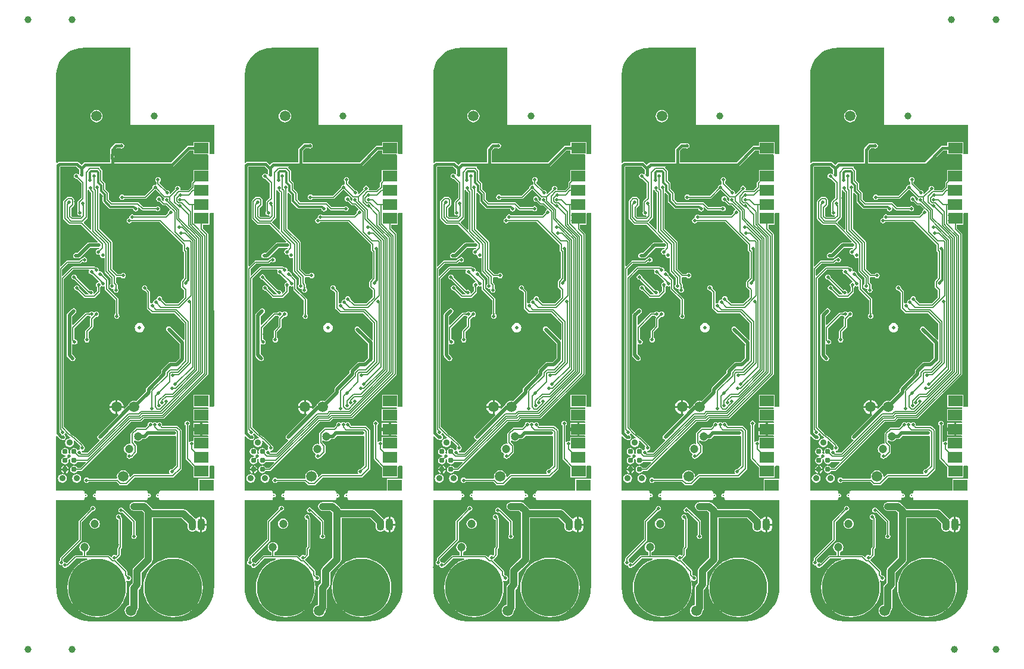
<source format=gtl>
G04*
G04 #@! TF.GenerationSoftware,Altium Limited,Altium Designer,20.1.7 (139)*
G04*
G04 Layer_Physical_Order=1*
G04 Layer_Color=255*
%FSAX25Y25*%
%MOIN*%
G70*
G04*
G04 #@! TF.SameCoordinates,F8038B2A-A6B4-4402-B74A-6C3D08F87057*
G04*
G04*
G04 #@! TF.FilePolarity,Positive*
G04*
G01*
G75*
%ADD10C,0.03937*%
%ADD11C,0.00630*%
%ADD12C,0.00598*%
%ADD13R,0.07874X0.05906*%
%ADD14C,0.32284*%
%ADD15C,0.03110*%
%ADD16C,0.04724*%
%ADD17C,0.01575*%
%ADD18C,0.00787*%
%ADD19C,0.01968*%
%ADD20C,0.01181*%
%ADD21C,0.03937*%
%ADD22C,0.05906*%
%ADD23O,0.04331X0.06890*%
%ADD24C,0.19685*%
%ADD25C,0.03543*%
%ADD26C,0.01968*%
%ADD27C,0.01181*%
G36*
X0494179Y0309016D02*
X0541028D01*
X0541029Y0305826D01*
X0541028Y0292442D01*
X0538959Y0292442D01*
X0538458Y0292888D01*
Y0299280D01*
X0529584D01*
Y0297140D01*
X0526779D01*
X0526277Y0297040D01*
X0525851Y0296755D01*
X0517101Y0288005D01*
X0485340D01*
Y0290007D01*
X0485346Y0290033D01*
X0485338Y0290072D01*
Y0292054D01*
X0485346Y0292093D01*
X0485340Y0292120D01*
Y0294461D01*
X0486731Y0295852D01*
X0488512D01*
X0488640Y0295766D01*
X0489219Y0295651D01*
X0489798Y0295766D01*
X0490289Y0296094D01*
X0490617Y0296585D01*
X0490732Y0297164D01*
X0490617Y0297744D01*
X0490289Y0298234D01*
X0489798Y0298563D01*
X0489219Y0298678D01*
X0488640Y0298563D01*
X0488512Y0298477D01*
X0486188D01*
X0485685Y0298377D01*
X0485259Y0298093D01*
X0483100Y0295933D01*
X0482815Y0295507D01*
X0482715Y0295005D01*
Y0292099D01*
X0482713Y0292086D01*
Y0290041D01*
X0482715Y0290027D01*
Y0288005D01*
X0468824D01*
X0468321Y0287905D01*
X0467896Y0287620D01*
X0466699Y0286423D01*
X0465182Y0287940D01*
X0464756Y0288225D01*
X0464254Y0288324D01*
X0454381D01*
X0453879Y0288225D01*
X0453453Y0287940D01*
X0453147Y0287634D01*
X0452685Y0287825D01*
X0452685Y0337006D01*
X0452677Y0337042D01*
X0452860Y0339360D01*
X0453411Y0341656D01*
X0454315Y0343838D01*
X0455549Y0345852D01*
X0457082Y0347647D01*
X0458878Y0349181D01*
X0460891Y0350415D01*
X0463073Y0351318D01*
X0465369Y0351870D01*
X0467235Y0352016D01*
X0467723Y0352045D01*
X0467726Y0352045D01*
X0468223Y0352045D01*
X0494179Y0352045D01*
Y0309016D01*
D02*
G37*
G36*
X0388666D02*
X0435515D01*
X0435515Y0305826D01*
X0435515Y0292442D01*
X0433445Y0292442D01*
X0432945Y0292888D01*
Y0299280D01*
X0424071D01*
Y0297140D01*
X0421266D01*
X0420764Y0297040D01*
X0420338Y0296755D01*
X0411587Y0288005D01*
X0379827D01*
Y0290007D01*
X0379833Y0290033D01*
X0379825Y0290072D01*
Y0292054D01*
X0379833Y0292093D01*
X0379827Y0292120D01*
Y0294461D01*
X0381218Y0295852D01*
X0382999D01*
X0383127Y0295766D01*
X0383706Y0295651D01*
X0384285Y0295766D01*
X0384776Y0296094D01*
X0385104Y0296585D01*
X0385219Y0297164D01*
X0385104Y0297744D01*
X0384776Y0298234D01*
X0384285Y0298563D01*
X0383706Y0298678D01*
X0383127Y0298563D01*
X0382999Y0298477D01*
X0380674D01*
X0380172Y0298377D01*
X0379746Y0298093D01*
X0377587Y0295933D01*
X0377302Y0295507D01*
X0377202Y0295005D01*
Y0292099D01*
X0377199Y0292086D01*
Y0290041D01*
X0377202Y0290027D01*
Y0288005D01*
X0363310D01*
X0362808Y0287905D01*
X0362382Y0287620D01*
X0361185Y0286423D01*
X0359669Y0287940D01*
X0359243Y0288225D01*
X0358740Y0288324D01*
X0348868D01*
X0348365Y0288225D01*
X0347940Y0287940D01*
X0347633Y0287634D01*
X0347171Y0287825D01*
X0347171Y0337006D01*
X0347164Y0337042D01*
X0347347Y0339360D01*
X0347898Y0341656D01*
X0348802Y0343838D01*
X0350035Y0345852D01*
X0351569Y0347647D01*
X0353365Y0349181D01*
X0355378Y0350415D01*
X0357560Y0351318D01*
X0359856Y0351870D01*
X0361722Y0352016D01*
X0362210Y0352045D01*
X0362213Y0352045D01*
X0362710Y0352045D01*
X0388666Y0352045D01*
Y0309016D01*
D02*
G37*
G36*
X0283152D02*
X0330002D01*
X0330002Y0305826D01*
X0330001Y0292442D01*
X0327932Y0292442D01*
X0327432Y0292888D01*
Y0299280D01*
X0318558D01*
Y0297140D01*
X0315753D01*
X0315250Y0297040D01*
X0314825Y0296755D01*
X0306074Y0288005D01*
X0274314D01*
Y0290007D01*
X0274319Y0290033D01*
X0274311Y0290072D01*
Y0292054D01*
X0274319Y0292093D01*
X0274314Y0292120D01*
Y0294461D01*
X0275705Y0295852D01*
X0277486D01*
X0277614Y0295766D01*
X0278193Y0295651D01*
X0278772Y0295766D01*
X0279263Y0296094D01*
X0279591Y0296585D01*
X0279706Y0297164D01*
X0279591Y0297744D01*
X0279263Y0298234D01*
X0278772Y0298563D01*
X0278193Y0298678D01*
X0277614Y0298563D01*
X0277486Y0298477D01*
X0275161D01*
X0274659Y0298377D01*
X0274233Y0298093D01*
X0272073Y0295933D01*
X0271789Y0295507D01*
X0271689Y0295005D01*
Y0292099D01*
X0271686Y0292086D01*
Y0290041D01*
X0271689Y0290027D01*
Y0288005D01*
X0257797D01*
X0257295Y0287905D01*
X0256869Y0287620D01*
X0255672Y0286423D01*
X0254155Y0287940D01*
X0253730Y0288225D01*
X0253227Y0288324D01*
X0243355D01*
X0242852Y0288225D01*
X0242426Y0287940D01*
X0242120Y0287634D01*
X0241658Y0287825D01*
X0241658Y0337006D01*
X0241651Y0337042D01*
X0241833Y0339360D01*
X0242385Y0341656D01*
X0243288Y0343838D01*
X0244522Y0345852D01*
X0246056Y0347647D01*
X0247851Y0349181D01*
X0249865Y0350415D01*
X0252046Y0351318D01*
X0254343Y0351870D01*
X0256209Y0352016D01*
X0256697Y0352045D01*
X0256700Y0352045D01*
X0257197Y0352045D01*
X0283152Y0352045D01*
Y0309016D01*
D02*
G37*
G36*
X0177639D02*
X0224489D01*
X0224489Y0305826D01*
X0224488Y0292442D01*
X0222419Y0292442D01*
X0221919Y0292888D01*
Y0299280D01*
X0213045D01*
Y0297140D01*
X0210240D01*
X0209737Y0297040D01*
X0209311Y0296755D01*
X0200561Y0288005D01*
X0168801D01*
Y0290007D01*
X0168806Y0290033D01*
X0168798Y0290072D01*
Y0292054D01*
X0168806Y0292093D01*
X0168801Y0292120D01*
Y0294461D01*
X0170192Y0295852D01*
X0171972D01*
X0172100Y0295766D01*
X0172679Y0295651D01*
X0173259Y0295766D01*
X0173750Y0296094D01*
X0174078Y0296585D01*
X0174193Y0297164D01*
X0174078Y0297744D01*
X0173750Y0298234D01*
X0173259Y0298563D01*
X0172679Y0298678D01*
X0172100Y0298563D01*
X0171972Y0298477D01*
X0169648D01*
X0169146Y0298377D01*
X0168720Y0298093D01*
X0166560Y0295933D01*
X0166276Y0295507D01*
X0166176Y0295005D01*
Y0292099D01*
X0166173Y0292086D01*
Y0290041D01*
X0166176Y0290027D01*
Y0288005D01*
X0152284D01*
X0151782Y0287905D01*
X0151356Y0287620D01*
X0150159Y0286423D01*
X0148642Y0287940D01*
X0148216Y0288225D01*
X0147714Y0288324D01*
X0137841D01*
X0137339Y0288225D01*
X0136913Y0287940D01*
X0136607Y0287634D01*
X0136145Y0287825D01*
X0136145Y0337006D01*
X0136138Y0337042D01*
X0136320Y0339360D01*
X0136872Y0341656D01*
X0137775Y0343838D01*
X0139009Y0345852D01*
X0140543Y0347647D01*
X0142338Y0349181D01*
X0144352Y0350415D01*
X0146533Y0351318D01*
X0148829Y0351870D01*
X0150696Y0352016D01*
X0151184Y0352045D01*
X0151187Y0352045D01*
X0151684Y0352045D01*
X0177639Y0352045D01*
Y0309016D01*
D02*
G37*
G36*
X0072126D02*
X0118976D01*
X0118976Y0305826D01*
X0118975Y0292442D01*
X0116906Y0292442D01*
X0116406Y0292888D01*
Y0299280D01*
X0107532D01*
Y0297140D01*
X0104726D01*
X0104224Y0297040D01*
X0103798Y0296755D01*
X0095048Y0288005D01*
X0063288D01*
Y0290007D01*
X0063293Y0290033D01*
X0063285Y0290072D01*
Y0292054D01*
X0063293Y0292093D01*
X0063288Y0292120D01*
Y0294461D01*
X0064678Y0295852D01*
X0066459D01*
X0066587Y0295766D01*
X0067166Y0295651D01*
X0067745Y0295766D01*
X0068236Y0296094D01*
X0068564Y0296585D01*
X0068680Y0297164D01*
X0068564Y0297744D01*
X0068236Y0298234D01*
X0067745Y0298563D01*
X0067166Y0298678D01*
X0066587Y0298563D01*
X0066459Y0298477D01*
X0064135D01*
X0063632Y0298377D01*
X0063206Y0298093D01*
X0061047Y0295933D01*
X0060762Y0295507D01*
X0060662Y0295005D01*
Y0292099D01*
X0060660Y0292086D01*
Y0290041D01*
X0060662Y0290027D01*
Y0288005D01*
X0046771D01*
X0046268Y0287905D01*
X0045843Y0287620D01*
X0044646Y0286423D01*
X0043129Y0287940D01*
X0042703Y0288225D01*
X0042201Y0288324D01*
X0032328D01*
X0031826Y0288225D01*
X0031400Y0287940D01*
X0031094Y0287634D01*
X0030632Y0287825D01*
X0030632Y0337006D01*
X0030625Y0337042D01*
X0030807Y0339360D01*
X0031358Y0341656D01*
X0032262Y0343838D01*
X0033496Y0345852D01*
X0035029Y0347647D01*
X0036825Y0349181D01*
X0038838Y0350415D01*
X0041020Y0351318D01*
X0043316Y0351870D01*
X0045182Y0352016D01*
X0045671Y0352045D01*
X0045673Y0352045D01*
X0046171Y0352045D01*
X0072126Y0352045D01*
Y0309016D01*
D02*
G37*
G36*
X0529584Y0292374D02*
X0537579D01*
X0537691Y0292256D01*
X0537907Y0291874D01*
X0537879Y0291731D01*
X0537879Y0283532D01*
X0532050D01*
X0532015Y0283555D01*
X0531436Y0283670D01*
X0530857Y0283555D01*
X0530822Y0283532D01*
X0529506D01*
Y0277640D01*
X0528630Y0276764D01*
X0528454Y0276500D01*
X0528392Y0276188D01*
Y0274089D01*
X0526506Y0272203D01*
X0522303D01*
X0522089Y0272703D01*
X0522189Y0273208D01*
X0522074Y0273787D01*
X0521746Y0274278D01*
X0521255Y0274606D01*
X0520676Y0274721D01*
X0520097Y0274606D01*
X0519606Y0274278D01*
X0519278Y0273787D01*
X0519163Y0273208D01*
X0519252Y0272759D01*
X0516587Y0270094D01*
X0516126Y0270340D01*
X0516211Y0270769D01*
X0516096Y0271348D01*
X0515768Y0271839D01*
X0515277Y0272167D01*
X0514698Y0272282D01*
X0514510Y0272245D01*
X0510576Y0276180D01*
Y0276901D01*
X0510735Y0277007D01*
X0511063Y0277498D01*
X0511178Y0278077D01*
X0511063Y0278657D01*
X0510735Y0279147D01*
X0510244Y0279475D01*
X0509664Y0279591D01*
X0509085Y0279475D01*
X0508594Y0279147D01*
X0508266Y0278657D01*
X0508151Y0278077D01*
X0508266Y0277498D01*
X0508594Y0277007D01*
X0508753Y0276901D01*
Y0275802D01*
X0508757Y0275783D01*
X0508332Y0275359D01*
X0508077Y0275410D01*
X0507498Y0275294D01*
X0507007Y0274966D01*
X0506679Y0274475D01*
X0506564Y0273896D01*
X0506624Y0273595D01*
X0502152Y0269124D01*
X0490717D01*
X0490547Y0269379D01*
X0490056Y0269707D01*
X0489476Y0269822D01*
X0488897Y0269707D01*
X0488406Y0269379D01*
X0488078Y0268888D01*
X0487963Y0268309D01*
X0488078Y0267730D01*
X0488406Y0267239D01*
X0488897Y0266911D01*
X0489476Y0266796D01*
X0490056Y0266911D01*
X0490547Y0267239D01*
X0490717Y0267494D01*
X0502490D01*
X0502802Y0267556D01*
X0503066Y0267733D01*
X0507776Y0272443D01*
X0508077Y0272383D01*
X0508378Y0272443D01*
X0512776Y0268045D01*
X0513041Y0267868D01*
X0513049Y0267357D01*
X0513018Y0267311D01*
X0512903Y0266731D01*
X0512955Y0266468D01*
X0512494Y0266222D01*
X0511656Y0267060D01*
X0511716Y0267361D01*
X0511600Y0267940D01*
X0511272Y0268431D01*
X0510781Y0268759D01*
X0510202Y0268875D01*
X0509623Y0268759D01*
X0509132Y0268431D01*
X0508804Y0267940D01*
X0508689Y0267361D01*
X0508804Y0266782D01*
X0509132Y0266291D01*
X0509623Y0265963D01*
X0510202Y0265848D01*
X0510503Y0265908D01*
X0512348Y0264063D01*
X0512612Y0263887D01*
X0512924Y0263825D01*
X0514243D01*
X0515019Y0263049D01*
X0515019Y0263049D01*
X0516344Y0261723D01*
X0516184Y0261177D01*
X0515787Y0260911D01*
X0515459Y0260420D01*
X0515344Y0259841D01*
X0515394Y0259588D01*
X0513881Y0258075D01*
X0496359D01*
X0496234Y0258262D01*
X0495743Y0258590D01*
X0495164Y0258705D01*
X0494585Y0258590D01*
X0494094Y0258262D01*
X0493766Y0257771D01*
X0493651Y0257192D01*
X0493727Y0256808D01*
X0493629Y0256709D01*
X0493049Y0256594D01*
X0492558Y0256266D01*
X0492230Y0255775D01*
X0492115Y0255196D01*
X0492230Y0254617D01*
X0492558Y0254126D01*
X0493049Y0253798D01*
X0493629Y0253682D01*
X0494208Y0253798D01*
X0494699Y0254126D01*
X0494884Y0254403D01*
X0510640D01*
X0523469Y0241574D01*
Y0238578D01*
X0523539Y0238229D01*
X0523736Y0237934D01*
X0524257Y0237413D01*
Y0223112D01*
X0522720Y0221575D01*
X0522523Y0221280D01*
X0522454Y0220931D01*
Y0218296D01*
X0522523Y0217947D01*
X0522720Y0217651D01*
X0524292Y0216079D01*
Y0212300D01*
X0520749Y0208757D01*
X0514278D01*
X0511908Y0211127D01*
X0511945Y0211314D01*
X0511830Y0211893D01*
X0511502Y0212384D01*
X0511011Y0212712D01*
X0510432Y0212827D01*
X0509853Y0212712D01*
X0509362Y0212384D01*
X0509034Y0211893D01*
X0508918Y0211314D01*
X0508680Y0211076D01*
X0508472Y0210993D01*
X0507931Y0210885D01*
X0507440Y0210557D01*
X0507112Y0210066D01*
X0506997Y0209487D01*
X0507009Y0209425D01*
X0506584Y0209000D01*
X0506424Y0209032D01*
X0505845Y0208917D01*
X0505749Y0208853D01*
X0505248Y0209120D01*
Y0215235D01*
X0505179Y0215584D01*
X0504982Y0215880D01*
X0503609Y0217253D01*
X0503646Y0217440D01*
X0503531Y0218019D01*
X0503203Y0218510D01*
X0502712Y0218838D01*
X0502133Y0218953D01*
X0501553Y0218838D01*
X0501062Y0218510D01*
X0500734Y0218019D01*
X0500619Y0217440D01*
X0500734Y0216861D01*
X0501062Y0216370D01*
X0501553Y0216042D01*
X0502133Y0215927D01*
X0502320Y0215964D01*
X0503426Y0214858D01*
Y0206220D01*
X0503495Y0205871D01*
X0503693Y0205575D01*
X0505858Y0203410D01*
X0506154Y0203212D01*
X0506503Y0203143D01*
X0518883D01*
X0524399Y0197628D01*
Y0188522D01*
X0523899Y0188314D01*
X0516793Y0195420D01*
X0516302Y0195748D01*
X0515723Y0195863D01*
X0515143Y0195748D01*
X0514652Y0195420D01*
X0514325Y0194929D01*
X0514209Y0194350D01*
X0514325Y0193771D01*
X0514652Y0193280D01*
X0521800Y0186132D01*
Y0178264D01*
X0519508Y0175971D01*
X0516591D01*
X0516591Y0175971D01*
X0516012Y0175856D01*
X0515521Y0175528D01*
X0515521Y0175528D01*
X0511885Y0171892D01*
X0511557Y0171401D01*
X0511442Y0170822D01*
X0511442Y0170822D01*
Y0169753D01*
X0503318Y0161630D01*
X0502990Y0161139D01*
X0502875Y0160560D01*
X0502875Y0160560D01*
Y0159378D01*
X0497474Y0153977D01*
X0497247Y0154072D01*
X0496345Y0154190D01*
X0495444Y0154072D01*
X0494604Y0153724D01*
X0493883Y0153170D01*
X0493329Y0152449D01*
X0493089Y0151869D01*
X0492952Y0151778D01*
X0490859Y0149685D01*
X0490385Y0149918D01*
X0490424Y0150208D01*
X0487003D01*
Y0146787D01*
X0487292Y0146825D01*
X0487526Y0146351D01*
X0476102Y0134927D01*
X0475774Y0134437D01*
X0475659Y0133857D01*
X0475774Y0133278D01*
X0476102Y0132787D01*
X0476593Y0132459D01*
X0476844Y0132409D01*
X0477008Y0131867D01*
X0475957Y0130815D01*
X0475957Y0130815D01*
X0470247Y0125105D01*
X0467217D01*
X0467110Y0125235D01*
X0467004Y0125769D01*
X0467080Y0125935D01*
X0467303Y0126253D01*
X0467796Y0126351D01*
X0468287Y0126680D01*
X0468615Y0127171D01*
X0468730Y0127750D01*
X0468615Y0128329D01*
X0468287Y0128820D01*
X0467877Y0129094D01*
X0467821Y0129373D01*
X0467641Y0129642D01*
X0467641Y0129642D01*
X0463789Y0133495D01*
X0463789Y0133495D01*
X0463715Y0133568D01*
X0463715Y0133568D01*
X0463488Y0133720D01*
X0463504Y0133752D01*
X0462335Y0134377D01*
X0460844Y0135600D01*
X0460541Y0135969D01*
X0460409Y0136099D01*
X0460409Y0136099D01*
X0460404Y0136102D01*
X0460035Y0136429D01*
X0456990Y0139473D01*
Y0222658D01*
X0462044Y0227712D01*
X0470774D01*
X0471041Y0227211D01*
X0470989Y0227134D01*
X0470874Y0226555D01*
X0470989Y0225976D01*
X0471317Y0225485D01*
X0471808Y0225157D01*
X0472327Y0225054D01*
X0472379Y0225030D01*
X0472437Y0225028D01*
X0472471Y0225024D01*
X0472503Y0225017D01*
X0472537Y0225007D01*
X0472572Y0224993D01*
X0472608Y0224974D01*
X0472648Y0224950D01*
X0472690Y0224920D01*
X0472735Y0224883D01*
X0472794Y0224827D01*
X0472847Y0224807D01*
X0476445Y0221209D01*
X0476429Y0221081D01*
X0476248Y0220699D01*
X0475805Y0220611D01*
X0475314Y0220283D01*
X0474986Y0219792D01*
X0474871Y0219213D01*
X0474986Y0218633D01*
X0475280Y0218194D01*
X0475300Y0218140D01*
X0475340Y0218097D01*
X0475361Y0218071D01*
X0475379Y0218043D01*
X0475395Y0218012D01*
X0475410Y0217977D01*
X0475423Y0217938D01*
X0475433Y0217893D01*
X0475442Y0217842D01*
X0475447Y0217784D01*
X0475450Y0217704D01*
X0475473Y0217652D01*
Y0215810D01*
X0474017Y0214353D01*
X0473556Y0214600D01*
X0473624Y0214940D01*
X0473509Y0215519D01*
X0473181Y0216010D01*
X0472690Y0216338D01*
X0472111Y0216453D01*
X0471531Y0216338D01*
X0471372Y0216231D01*
X0471359Y0216239D01*
X0471322Y0216269D01*
X0471262Y0216325D01*
X0471218Y0216341D01*
X0471192Y0216380D01*
X0471169Y0216385D01*
X0464402Y0223152D01*
X0464382Y0223206D01*
X0464326Y0223265D01*
X0464289Y0223309D01*
X0464259Y0223352D01*
X0464235Y0223391D01*
X0464216Y0223428D01*
X0464202Y0223463D01*
X0464192Y0223496D01*
X0464185Y0223529D01*
X0464181Y0223562D01*
X0464179Y0223620D01*
X0464155Y0223673D01*
X0464052Y0224191D01*
X0463724Y0224682D01*
X0463233Y0225010D01*
X0462654Y0225125D01*
X0462075Y0225010D01*
X0461584Y0224682D01*
X0461256Y0224191D01*
X0461140Y0223612D01*
X0461256Y0223033D01*
X0461584Y0222542D01*
X0462075Y0222214D01*
X0462593Y0222111D01*
X0462645Y0222087D01*
X0462704Y0222085D01*
X0462737Y0222081D01*
X0462769Y0222074D01*
X0462803Y0222064D01*
X0462838Y0222049D01*
X0462875Y0222031D01*
X0462914Y0222007D01*
X0462956Y0221976D01*
X0463001Y0221939D01*
X0463060Y0221884D01*
X0463113Y0221864D01*
X0470041Y0214936D01*
X0470065Y0214879D01*
X0470698Y0214245D01*
X0470491Y0213745D01*
X0469124D01*
X0465849Y0217020D01*
X0465829Y0217073D01*
X0465774Y0217132D01*
X0465737Y0217177D01*
X0465706Y0217219D01*
X0465682Y0217259D01*
X0465664Y0217295D01*
X0465649Y0217330D01*
X0465639Y0217364D01*
X0465632Y0217396D01*
X0465628Y0217429D01*
X0465626Y0217488D01*
X0465602Y0217540D01*
X0465499Y0218059D01*
X0465171Y0218549D01*
X0464680Y0218878D01*
X0464101Y0218993D01*
X0463522Y0218878D01*
X0463031Y0218549D01*
X0462703Y0218059D01*
X0462588Y0217479D01*
X0462703Y0216900D01*
X0463031Y0216409D01*
X0463522Y0216081D01*
X0464040Y0215978D01*
X0464093Y0215954D01*
X0464151Y0215952D01*
X0464184Y0215948D01*
X0464217Y0215941D01*
X0464250Y0215931D01*
X0464285Y0215917D01*
X0464322Y0215898D01*
X0464361Y0215874D01*
X0464404Y0215844D01*
X0464448Y0215807D01*
X0464507Y0215752D01*
X0464561Y0215731D01*
X0468102Y0212190D01*
X0468398Y0211992D01*
X0468747Y0211923D01*
X0473786D01*
X0474135Y0211992D01*
X0474430Y0212190D01*
X0477029Y0214788D01*
X0477226Y0215084D01*
X0477296Y0215432D01*
Y0217652D01*
X0477319Y0217704D01*
X0477321Y0217784D01*
X0477327Y0217842D01*
X0477335Y0217893D01*
X0477346Y0217938D01*
X0477359Y0217977D01*
X0477374Y0218012D01*
X0477390Y0218043D01*
X0477408Y0218071D01*
X0477429Y0218097D01*
X0477469Y0218140D01*
X0477489Y0218194D01*
X0477783Y0218633D01*
X0478228Y0218469D01*
X0478325Y0218404D01*
X0478904Y0218289D01*
X0479406Y0218389D01*
X0479906Y0218163D01*
Y0216844D01*
X0479976Y0216495D01*
X0480173Y0216200D01*
X0485709Y0210663D01*
Y0203253D01*
X0485686Y0203201D01*
X0485684Y0203120D01*
X0485678Y0203063D01*
X0485670Y0203011D01*
X0485659Y0202966D01*
X0485646Y0202927D01*
X0485631Y0202892D01*
X0485615Y0202862D01*
X0485597Y0202833D01*
X0485576Y0202807D01*
X0485536Y0202765D01*
X0485516Y0202711D01*
X0485223Y0202271D01*
X0485107Y0201692D01*
X0485223Y0201113D01*
X0485551Y0200622D01*
X0486042Y0200294D01*
X0486621Y0200179D01*
X0487200Y0200294D01*
X0487691Y0200622D01*
X0488019Y0201113D01*
X0488134Y0201692D01*
X0488019Y0202271D01*
X0487725Y0202711D01*
X0487705Y0202765D01*
X0487665Y0202807D01*
X0487645Y0202834D01*
X0487627Y0202862D01*
X0487610Y0202892D01*
X0487596Y0202927D01*
X0487583Y0202966D01*
X0487572Y0203011D01*
X0487563Y0203063D01*
X0487558Y0203120D01*
X0487555Y0203201D01*
X0487532Y0203253D01*
Y0211041D01*
X0487463Y0211389D01*
X0487265Y0211685D01*
X0481729Y0217221D01*
Y0221998D01*
X0481659Y0222346D01*
X0481462Y0222642D01*
X0479138Y0224966D01*
X0479117Y0225020D01*
X0479061Y0225079D01*
X0479020Y0225128D01*
X0478984Y0225175D01*
X0478955Y0225219D01*
X0478930Y0225263D01*
X0478910Y0225305D01*
X0478894Y0225346D01*
X0478881Y0225386D01*
X0478872Y0225426D01*
X0478862Y0225487D01*
X0478806Y0225581D01*
X0478748Y0225871D01*
X0478420Y0226362D01*
X0477929Y0226691D01*
X0477350Y0226806D01*
X0476949Y0226726D01*
X0476905Y0226748D01*
X0476579Y0227075D01*
X0476556Y0227119D01*
X0476636Y0227519D01*
X0476521Y0228099D01*
X0476193Y0228590D01*
X0475702Y0228918D01*
X0475123Y0229033D01*
X0474841Y0228977D01*
X0474687Y0229130D01*
X0474418Y0229310D01*
X0474100Y0229373D01*
X0474100Y0229373D01*
X0461699D01*
X0461381Y0229310D01*
X0461112Y0229130D01*
X0461112Y0229130D01*
X0456322Y0224340D01*
X0455860Y0224531D01*
Y0227928D01*
X0459124Y0231192D01*
X0465951D01*
X0466263Y0231254D01*
X0466528Y0231431D01*
X0467299Y0232202D01*
X0467396Y0232193D01*
X0467887Y0231865D01*
X0468466Y0231750D01*
X0469045Y0231865D01*
X0469536Y0232193D01*
X0469864Y0232684D01*
X0469979Y0233263D01*
X0469864Y0233842D01*
X0469536Y0234333D01*
X0469045Y0234661D01*
X0468466Y0234776D01*
X0467887Y0234661D01*
X0467396Y0234333D01*
X0467225Y0234078D01*
X0467207D01*
X0466895Y0234016D01*
X0466631Y0233839D01*
X0465614Y0232822D01*
X0458786D01*
X0458474Y0232760D01*
X0458210Y0232583D01*
X0455233Y0229606D01*
X0454771Y0229798D01*
Y0285546D01*
X0454925Y0285699D01*
X0463710D01*
X0465623Y0283786D01*
Y0281572D01*
X0465538Y0281444D01*
X0465537Y0281440D01*
X0465327Y0281350D01*
X0464997Y0281288D01*
X0464579Y0281567D01*
X0464000Y0281682D01*
X0463420Y0281567D01*
X0462929Y0281239D01*
X0462601Y0280748D01*
X0462486Y0280169D01*
X0462601Y0279590D01*
X0462929Y0279099D01*
X0463420Y0278771D01*
X0464000Y0278656D01*
X0464187Y0278693D01*
X0466733Y0276147D01*
Y0268072D01*
X0464839Y0266177D01*
X0464641Y0265882D01*
X0464572Y0265533D01*
Y0260657D01*
X0464631Y0260360D01*
X0464514Y0260185D01*
X0464399Y0259606D01*
X0464514Y0259026D01*
X0464842Y0258535D01*
X0465333Y0258207D01*
X0465912Y0258092D01*
X0466446Y0258198D01*
X0466475Y0258176D01*
X0466584Y0257629D01*
X0466243Y0257288D01*
X0461762D01*
X0461075Y0257975D01*
Y0262141D01*
X0462434Y0263500D01*
X0462632Y0263796D01*
X0462701Y0264145D01*
Y0266800D01*
X0462632Y0267149D01*
X0462434Y0267444D01*
X0461676Y0268202D01*
X0461381Y0268400D01*
X0461032Y0268469D01*
X0459062D01*
X0458713Y0268400D01*
X0458417Y0268202D01*
X0456854Y0266639D01*
X0456657Y0266344D01*
X0456588Y0265995D01*
Y0256553D01*
X0456599Y0256493D01*
Y0256432D01*
X0456669Y0256083D01*
X0456866Y0255788D01*
X0459402Y0253252D01*
X0459697Y0253055D01*
X0459721Y0253050D01*
X0459991Y0252870D01*
X0460339Y0252800D01*
X0466625D01*
X0475984Y0243441D01*
X0475793Y0242979D01*
X0471080D01*
X0470501Y0242864D01*
X0470010Y0242536D01*
X0470010Y0242536D01*
X0464537Y0237064D01*
X0463549D01*
X0462970Y0236948D01*
X0462479Y0236620D01*
X0462151Y0236129D01*
X0462036Y0235550D01*
X0462151Y0234971D01*
X0462479Y0234480D01*
X0462970Y0234152D01*
X0463549Y0234037D01*
X0465164D01*
X0465164Y0234037D01*
X0465743Y0234152D01*
X0466234Y0234480D01*
X0471707Y0239953D01*
X0476529D01*
X0476551Y0239957D01*
X0476798Y0239496D01*
X0476454Y0239152D01*
X0476266Y0239190D01*
X0475687Y0239074D01*
X0475196Y0238746D01*
X0474868Y0238255D01*
X0474753Y0237676D01*
X0474868Y0237097D01*
X0475196Y0236606D01*
X0475687Y0236278D01*
X0476266Y0236163D01*
X0476846Y0236278D01*
X0477277Y0235965D01*
X0477233Y0235747D01*
X0477349Y0235168D01*
X0477677Y0234677D01*
X0478168Y0234349D01*
X0478747Y0234234D01*
X0479213Y0234327D01*
X0479713Y0234052D01*
Y0226720D01*
X0479783Y0226371D01*
X0479980Y0226075D01*
X0483072Y0222984D01*
Y0219718D01*
X0482913Y0219612D01*
X0482585Y0219121D01*
X0482470Y0218542D01*
X0482585Y0217963D01*
X0482913Y0217472D01*
X0483404Y0217144D01*
X0483983Y0217029D01*
X0484313Y0217094D01*
X0484704Y0216683D01*
X0484635Y0216338D01*
X0484750Y0215759D01*
X0485078Y0215268D01*
X0485569Y0214940D01*
X0486148Y0214824D01*
X0486727Y0214940D01*
X0487218Y0215268D01*
X0487546Y0215759D01*
X0487662Y0216338D01*
X0487546Y0216917D01*
X0487253Y0217356D01*
X0487232Y0217410D01*
X0487193Y0217453D01*
X0487172Y0217479D01*
X0487154Y0217507D01*
X0487138Y0217538D01*
X0487123Y0217573D01*
X0487110Y0217612D01*
X0487099Y0217657D01*
X0487091Y0217708D01*
X0487085Y0217766D01*
X0487083Y0217847D01*
X0487059Y0217899D01*
Y0219212D01*
X0486990Y0219560D01*
X0486793Y0219856D01*
X0486181Y0220467D01*
Y0223066D01*
X0486578Y0223497D01*
X0488988D01*
X0489094Y0223338D01*
X0489585Y0223010D01*
X0490164Y0222895D01*
X0490743Y0223010D01*
X0491234Y0223338D01*
X0491562Y0223829D01*
X0491677Y0224408D01*
X0491562Y0224987D01*
X0491234Y0225478D01*
X0490743Y0225806D01*
X0490164Y0225922D01*
X0489585Y0225806D01*
X0489094Y0225478D01*
X0488988Y0225319D01*
X0486955D01*
X0484111Y0228164D01*
Y0242987D01*
X0484041Y0243336D01*
X0483844Y0243632D01*
X0476745Y0250731D01*
Y0270644D01*
X0477245Y0270851D01*
X0478678Y0269418D01*
Y0266121D01*
X0478678Y0266121D01*
X0478763Y0265696D01*
X0479004Y0265335D01*
X0482161Y0262177D01*
X0482522Y0261936D01*
X0482947Y0261852D01*
X0495558D01*
X0495673Y0261736D01*
X0495774Y0261231D01*
X0496102Y0260740D01*
X0496593Y0260412D01*
X0497172Y0260297D01*
X0497751Y0260412D01*
X0498242Y0260740D01*
X0498570Y0261231D01*
X0498685Y0261810D01*
X0498570Y0262389D01*
X0498484Y0262519D01*
X0498872Y0262837D01*
X0500453Y0261257D01*
X0500748Y0261059D01*
X0501097Y0260990D01*
X0508261D01*
X0508367Y0260831D01*
X0508858Y0260503D01*
X0509437Y0260388D01*
X0510016Y0260503D01*
X0510507Y0260831D01*
X0510835Y0261322D01*
X0510950Y0261901D01*
X0510835Y0262480D01*
X0510507Y0262971D01*
X0510016Y0263299D01*
X0509437Y0263414D01*
X0508858Y0263299D01*
X0508367Y0262971D01*
X0508261Y0262812D01*
X0501474D01*
X0498997Y0265289D01*
X0498702Y0265487D01*
X0498353Y0265556D01*
X0483743D01*
X0482186Y0267113D01*
Y0270493D01*
X0482116Y0270842D01*
X0481919Y0271137D01*
X0480129Y0272927D01*
Y0275852D01*
X0480059Y0276201D01*
X0479862Y0276497D01*
X0478519Y0277839D01*
Y0283029D01*
X0478450Y0283377D01*
X0478252Y0283673D01*
X0477045Y0284879D01*
X0477253Y0285379D01*
X0517644D01*
X0518147Y0285479D01*
X0518573Y0285764D01*
X0527323Y0294514D01*
X0529584D01*
Y0292374D01*
D02*
G37*
G36*
X0424071D02*
X0432066D01*
X0432178Y0292256D01*
X0432394Y0291874D01*
X0432366Y0291731D01*
X0432366Y0283532D01*
X0426536D01*
X0426502Y0283555D01*
X0425922Y0283670D01*
X0425343Y0283555D01*
X0425309Y0283532D01*
X0423992D01*
Y0277640D01*
X0423117Y0276764D01*
X0422940Y0276500D01*
X0422878Y0276188D01*
Y0274089D01*
X0420993Y0272203D01*
X0416790D01*
X0416576Y0272703D01*
X0416676Y0273208D01*
X0416561Y0273787D01*
X0416233Y0274278D01*
X0415742Y0274606D01*
X0415163Y0274721D01*
X0414583Y0274606D01*
X0414092Y0274278D01*
X0413764Y0273787D01*
X0413649Y0273208D01*
X0413739Y0272759D01*
X0411074Y0270094D01*
X0410613Y0270340D01*
X0410698Y0270769D01*
X0410583Y0271348D01*
X0410255Y0271839D01*
X0409764Y0272167D01*
X0409185Y0272282D01*
X0408997Y0272245D01*
X0405062Y0276180D01*
Y0276901D01*
X0405221Y0277007D01*
X0405549Y0277498D01*
X0405665Y0278077D01*
X0405549Y0278657D01*
X0405221Y0279147D01*
X0404731Y0279475D01*
X0404151Y0279591D01*
X0403572Y0279475D01*
X0403081Y0279147D01*
X0402753Y0278657D01*
X0402638Y0278077D01*
X0402753Y0277498D01*
X0403081Y0277007D01*
X0403240Y0276901D01*
Y0275802D01*
X0403244Y0275783D01*
X0402818Y0275359D01*
X0402564Y0275410D01*
X0401985Y0275294D01*
X0401494Y0274966D01*
X0401166Y0274475D01*
X0401051Y0273896D01*
X0401111Y0273595D01*
X0396639Y0269124D01*
X0385204D01*
X0385033Y0269379D01*
X0384542Y0269707D01*
X0383963Y0269822D01*
X0383384Y0269707D01*
X0382893Y0269379D01*
X0382565Y0268888D01*
X0382450Y0268309D01*
X0382565Y0267730D01*
X0382893Y0267239D01*
X0383384Y0266911D01*
X0383963Y0266796D01*
X0384542Y0266911D01*
X0385033Y0267239D01*
X0385204Y0267494D01*
X0396977D01*
X0397289Y0267556D01*
X0397553Y0267733D01*
X0402263Y0272443D01*
X0402564Y0272383D01*
X0402865Y0272443D01*
X0407263Y0268045D01*
X0407527Y0267868D01*
X0407536Y0267357D01*
X0407505Y0267311D01*
X0407389Y0266731D01*
X0407442Y0266468D01*
X0406981Y0266222D01*
X0406142Y0267060D01*
X0406202Y0267361D01*
X0406087Y0267940D01*
X0405759Y0268431D01*
X0405268Y0268759D01*
X0404689Y0268875D01*
X0404110Y0268759D01*
X0403619Y0268431D01*
X0403291Y0267940D01*
X0403176Y0267361D01*
X0403291Y0266782D01*
X0403619Y0266291D01*
X0404110Y0265963D01*
X0404689Y0265848D01*
X0404990Y0265908D01*
X0406835Y0264063D01*
X0407099Y0263887D01*
X0407411Y0263825D01*
X0408730D01*
X0409506Y0263049D01*
X0409506Y0263049D01*
X0410831Y0261723D01*
X0410671Y0261177D01*
X0410274Y0260911D01*
X0409945Y0260420D01*
X0409830Y0259841D01*
X0409881Y0259588D01*
X0408367Y0258075D01*
X0390846D01*
X0390721Y0258262D01*
X0390230Y0258590D01*
X0389651Y0258705D01*
X0389072Y0258590D01*
X0388581Y0258262D01*
X0388253Y0257771D01*
X0388137Y0257192D01*
X0388214Y0256808D01*
X0388115Y0256709D01*
X0387536Y0256594D01*
X0387045Y0256266D01*
X0386717Y0255775D01*
X0386602Y0255196D01*
X0386717Y0254617D01*
X0387045Y0254126D01*
X0387536Y0253798D01*
X0388115Y0253682D01*
X0388694Y0253798D01*
X0389185Y0254126D01*
X0389371Y0254403D01*
X0405127D01*
X0417956Y0241574D01*
Y0238578D01*
X0418025Y0238229D01*
X0418223Y0237934D01*
X0418744Y0237413D01*
Y0223112D01*
X0417207Y0221575D01*
X0417010Y0221280D01*
X0416940Y0220931D01*
Y0218296D01*
X0417010Y0217947D01*
X0417207Y0217651D01*
X0418779Y0216079D01*
Y0212300D01*
X0415236Y0208757D01*
X0408765D01*
X0406395Y0211127D01*
X0406432Y0211314D01*
X0406317Y0211893D01*
X0405989Y0212384D01*
X0405498Y0212712D01*
X0404918Y0212827D01*
X0404339Y0212712D01*
X0403848Y0212384D01*
X0403520Y0211893D01*
X0403405Y0211314D01*
X0403167Y0211076D01*
X0402959Y0210993D01*
X0402418Y0210885D01*
X0401927Y0210557D01*
X0401599Y0210066D01*
X0401484Y0209487D01*
X0401496Y0209425D01*
X0401071Y0209000D01*
X0400911Y0209032D01*
X0400331Y0208917D01*
X0400235Y0208853D01*
X0399735Y0209120D01*
Y0215235D01*
X0399666Y0215584D01*
X0399468Y0215880D01*
X0398095Y0217253D01*
X0398133Y0217440D01*
X0398018Y0218019D01*
X0397689Y0218510D01*
X0397199Y0218838D01*
X0396619Y0218953D01*
X0396040Y0218838D01*
X0395549Y0218510D01*
X0395221Y0218019D01*
X0395106Y0217440D01*
X0395221Y0216861D01*
X0395549Y0216370D01*
X0396040Y0216042D01*
X0396619Y0215927D01*
X0396807Y0215964D01*
X0397913Y0214858D01*
Y0206220D01*
X0397982Y0205871D01*
X0398180Y0205575D01*
X0400345Y0203410D01*
X0400641Y0203212D01*
X0400989Y0203143D01*
X0413370D01*
X0418885Y0197628D01*
Y0188522D01*
X0418385Y0188314D01*
X0411279Y0195420D01*
X0410788Y0195748D01*
X0410209Y0195863D01*
X0409630Y0195748D01*
X0409139Y0195420D01*
X0408811Y0194929D01*
X0408696Y0194350D01*
X0408811Y0193771D01*
X0409139Y0193280D01*
X0416287Y0186132D01*
Y0178264D01*
X0413994Y0175971D01*
X0411078D01*
X0411078Y0175971D01*
X0410499Y0175856D01*
X0410008Y0175528D01*
X0410008Y0175528D01*
X0406372Y0171892D01*
X0406044Y0171401D01*
X0405929Y0170822D01*
X0405929Y0170822D01*
Y0169753D01*
X0397805Y0161630D01*
X0397477Y0161139D01*
X0397362Y0160560D01*
X0397362Y0160560D01*
Y0159378D01*
X0391961Y0153977D01*
X0391733Y0154072D01*
X0390832Y0154190D01*
X0389931Y0154072D01*
X0389091Y0153724D01*
X0388369Y0153170D01*
X0387816Y0152449D01*
X0387576Y0151869D01*
X0387439Y0151778D01*
X0385346Y0149685D01*
X0384872Y0149918D01*
X0384910Y0150208D01*
X0381489D01*
Y0146787D01*
X0381779Y0146825D01*
X0382012Y0146351D01*
X0370589Y0134927D01*
X0370261Y0134437D01*
X0370145Y0133857D01*
X0370261Y0133278D01*
X0370589Y0132787D01*
X0371080Y0132459D01*
X0371330Y0132409D01*
X0371495Y0131867D01*
X0370444Y0130815D01*
X0370443Y0130815D01*
X0364733Y0125105D01*
X0361704D01*
X0361597Y0125235D01*
X0361491Y0125769D01*
X0361567Y0125935D01*
X0361790Y0126253D01*
X0362283Y0126351D01*
X0362774Y0126680D01*
X0363102Y0127171D01*
X0363217Y0127750D01*
X0363102Y0128329D01*
X0362774Y0128820D01*
X0362363Y0129094D01*
X0362308Y0129373D01*
X0362128Y0129642D01*
X0362128Y0129642D01*
X0358275Y0133495D01*
X0358275Y0133495D01*
X0358202Y0133568D01*
X0358202Y0133568D01*
X0357975Y0133720D01*
X0357991Y0133752D01*
X0356822Y0134377D01*
X0355331Y0135600D01*
X0355028Y0135969D01*
X0354896Y0136099D01*
X0354896Y0136099D01*
X0354891Y0136102D01*
X0354521Y0136429D01*
X0351477Y0139473D01*
Y0222658D01*
X0356530Y0227712D01*
X0365261D01*
X0365528Y0227211D01*
X0365476Y0227134D01*
X0365361Y0226555D01*
X0365476Y0225976D01*
X0365804Y0225485D01*
X0366295Y0225157D01*
X0366813Y0225054D01*
X0366866Y0225030D01*
X0366924Y0225028D01*
X0366957Y0225024D01*
X0366990Y0225017D01*
X0367023Y0225007D01*
X0367058Y0224993D01*
X0367095Y0224974D01*
X0367135Y0224950D01*
X0367177Y0224920D01*
X0367222Y0224883D01*
X0367280Y0224827D01*
X0367334Y0224807D01*
X0370932Y0221209D01*
X0370916Y0221081D01*
X0370735Y0220699D01*
X0370292Y0220611D01*
X0369801Y0220283D01*
X0369473Y0219792D01*
X0369358Y0219213D01*
X0369473Y0218633D01*
X0369767Y0218194D01*
X0369787Y0218140D01*
X0369827Y0218097D01*
X0369847Y0218071D01*
X0369865Y0218043D01*
X0369882Y0218012D01*
X0369897Y0217977D01*
X0369909Y0217938D01*
X0369920Y0217893D01*
X0369929Y0217842D01*
X0369934Y0217784D01*
X0369937Y0217704D01*
X0369960Y0217652D01*
Y0215810D01*
X0368504Y0214353D01*
X0368043Y0214600D01*
X0368111Y0214940D01*
X0367995Y0215519D01*
X0367667Y0216010D01*
X0367176Y0216338D01*
X0366597Y0216453D01*
X0366018Y0216338D01*
X0365858Y0216231D01*
X0365846Y0216239D01*
X0365809Y0216269D01*
X0365749Y0216325D01*
X0365705Y0216341D01*
X0365679Y0216380D01*
X0365656Y0216385D01*
X0358889Y0223152D01*
X0358868Y0223206D01*
X0358813Y0223265D01*
X0358776Y0223309D01*
X0358746Y0223352D01*
X0358722Y0223391D01*
X0358703Y0223428D01*
X0358689Y0223463D01*
X0358679Y0223496D01*
X0358671Y0223529D01*
X0358667Y0223562D01*
X0358665Y0223620D01*
X0358642Y0223673D01*
X0358539Y0224191D01*
X0358210Y0224682D01*
X0357719Y0225010D01*
X0357140Y0225125D01*
X0356561Y0225010D01*
X0356070Y0224682D01*
X0355742Y0224191D01*
X0355627Y0223612D01*
X0355742Y0223033D01*
X0356070Y0222542D01*
X0356561Y0222214D01*
X0357080Y0222111D01*
X0357132Y0222087D01*
X0357190Y0222085D01*
X0357223Y0222081D01*
X0357256Y0222074D01*
X0357290Y0222064D01*
X0357324Y0222049D01*
X0357361Y0222031D01*
X0357401Y0222007D01*
X0357443Y0221976D01*
X0357488Y0221939D01*
X0357546Y0221884D01*
X0357600Y0221864D01*
X0364528Y0214936D01*
X0364551Y0214879D01*
X0365185Y0214245D01*
X0364978Y0213745D01*
X0363611D01*
X0360336Y0217020D01*
X0360316Y0217073D01*
X0360260Y0217132D01*
X0360223Y0217177D01*
X0360193Y0217219D01*
X0360169Y0217259D01*
X0360150Y0217295D01*
X0360136Y0217330D01*
X0360126Y0217364D01*
X0360119Y0217396D01*
X0360115Y0217429D01*
X0360113Y0217488D01*
X0360089Y0217540D01*
X0359986Y0218059D01*
X0359658Y0218549D01*
X0359167Y0218878D01*
X0358588Y0218993D01*
X0358009Y0218878D01*
X0357518Y0218549D01*
X0357190Y0218059D01*
X0357074Y0217479D01*
X0357190Y0216900D01*
X0357518Y0216409D01*
X0358009Y0216081D01*
X0358527Y0215978D01*
X0358579Y0215954D01*
X0358638Y0215952D01*
X0358671Y0215948D01*
X0358704Y0215941D01*
X0358737Y0215931D01*
X0358772Y0215917D01*
X0358809Y0215898D01*
X0358848Y0215874D01*
X0358890Y0215844D01*
X0358935Y0215807D01*
X0358994Y0215752D01*
X0359047Y0215731D01*
X0362589Y0212190D01*
X0362885Y0211992D01*
X0363233Y0211923D01*
X0368273D01*
X0368621Y0211992D01*
X0368917Y0212190D01*
X0371516Y0214788D01*
X0371713Y0215084D01*
X0371782Y0215432D01*
Y0217652D01*
X0371806Y0217704D01*
X0371808Y0217784D01*
X0371814Y0217842D01*
X0371822Y0217893D01*
X0371833Y0217938D01*
X0371846Y0217977D01*
X0371861Y0218012D01*
X0371877Y0218043D01*
X0371895Y0218071D01*
X0371916Y0218097D01*
X0371955Y0218140D01*
X0371976Y0218194D01*
X0372269Y0218633D01*
X0372715Y0218469D01*
X0372812Y0218404D01*
X0373391Y0218289D01*
X0373893Y0218389D01*
X0374393Y0218163D01*
Y0216844D01*
X0374462Y0216495D01*
X0374660Y0216200D01*
X0380196Y0210663D01*
Y0203253D01*
X0380173Y0203201D01*
X0380170Y0203120D01*
X0380165Y0203063D01*
X0380156Y0203011D01*
X0380146Y0202966D01*
X0380133Y0202927D01*
X0380118Y0202892D01*
X0380102Y0202862D01*
X0380084Y0202833D01*
X0380063Y0202807D01*
X0380023Y0202765D01*
X0380003Y0202711D01*
X0379709Y0202271D01*
X0379594Y0201692D01*
X0379709Y0201113D01*
X0380037Y0200622D01*
X0380528Y0200294D01*
X0381107Y0200179D01*
X0381687Y0200294D01*
X0382178Y0200622D01*
X0382506Y0201113D01*
X0382621Y0201692D01*
X0382506Y0202271D01*
X0382212Y0202711D01*
X0382192Y0202765D01*
X0382152Y0202807D01*
X0382131Y0202834D01*
X0382113Y0202862D01*
X0382097Y0202892D01*
X0382082Y0202927D01*
X0382069Y0202966D01*
X0382059Y0203011D01*
X0382050Y0203063D01*
X0382045Y0203120D01*
X0382042Y0203201D01*
X0382019Y0203253D01*
Y0211041D01*
X0381949Y0211389D01*
X0381752Y0211685D01*
X0376216Y0217221D01*
Y0221998D01*
X0376146Y0222346D01*
X0375949Y0222642D01*
X0373625Y0224966D01*
X0373604Y0225020D01*
X0373548Y0225079D01*
X0373506Y0225128D01*
X0373471Y0225175D01*
X0373442Y0225219D01*
X0373417Y0225263D01*
X0373397Y0225305D01*
X0373380Y0225346D01*
X0373368Y0225386D01*
X0373359Y0225426D01*
X0373349Y0225487D01*
X0373292Y0225581D01*
X0373235Y0225871D01*
X0372907Y0226362D01*
X0372416Y0226691D01*
X0371837Y0226806D01*
X0371436Y0226726D01*
X0371392Y0226748D01*
X0371065Y0227075D01*
X0371043Y0227119D01*
X0371123Y0227519D01*
X0371008Y0228099D01*
X0370679Y0228590D01*
X0370189Y0228918D01*
X0369609Y0229033D01*
X0369327Y0228977D01*
X0369174Y0229130D01*
X0368904Y0229310D01*
X0368586Y0229373D01*
X0368586Y0229373D01*
X0356186D01*
X0355868Y0229310D01*
X0355599Y0229130D01*
X0355599Y0229130D01*
X0350809Y0224340D01*
X0350347Y0224531D01*
Y0227928D01*
X0353610Y0231192D01*
X0360438D01*
X0360750Y0231254D01*
X0361014Y0231431D01*
X0361786Y0232202D01*
X0361883Y0232193D01*
X0362374Y0231865D01*
X0362953Y0231750D01*
X0363532Y0231865D01*
X0364023Y0232193D01*
X0364351Y0232684D01*
X0364466Y0233263D01*
X0364351Y0233842D01*
X0364023Y0234333D01*
X0363532Y0234661D01*
X0362953Y0234776D01*
X0362374Y0234661D01*
X0361883Y0234333D01*
X0361712Y0234078D01*
X0361694D01*
X0361382Y0234016D01*
X0361118Y0233839D01*
X0360101Y0232822D01*
X0353273D01*
X0352961Y0232760D01*
X0352697Y0232583D01*
X0349720Y0229606D01*
X0349258Y0229798D01*
Y0285546D01*
X0349411Y0285699D01*
X0358197D01*
X0360110Y0283786D01*
Y0281572D01*
X0360024Y0281444D01*
X0360023Y0281440D01*
X0359814Y0281350D01*
X0359484Y0281288D01*
X0359065Y0281567D01*
X0358486Y0281682D01*
X0357907Y0281567D01*
X0357416Y0281239D01*
X0357088Y0280748D01*
X0356973Y0280169D01*
X0357088Y0279590D01*
X0357416Y0279099D01*
X0357907Y0278771D01*
X0358486Y0278656D01*
X0358674Y0278693D01*
X0361220Y0276147D01*
Y0268072D01*
X0359326Y0266177D01*
X0359128Y0265882D01*
X0359059Y0265533D01*
Y0260657D01*
X0359118Y0260360D01*
X0359001Y0260185D01*
X0358886Y0259606D01*
X0359001Y0259026D01*
X0359329Y0258535D01*
X0359820Y0258207D01*
X0360399Y0258092D01*
X0360933Y0258198D01*
X0360962Y0258176D01*
X0361071Y0257629D01*
X0360730Y0257288D01*
X0356249D01*
X0355562Y0257975D01*
Y0262141D01*
X0356921Y0263500D01*
X0357119Y0263796D01*
X0357188Y0264145D01*
Y0266800D01*
X0357119Y0267149D01*
X0356921Y0267444D01*
X0356163Y0268202D01*
X0355868Y0268400D01*
X0355519Y0268469D01*
X0353549D01*
X0353200Y0268400D01*
X0352904Y0268202D01*
X0351341Y0266639D01*
X0351144Y0266344D01*
X0351074Y0265995D01*
Y0256553D01*
X0351086Y0256493D01*
Y0256432D01*
X0351155Y0256083D01*
X0351353Y0255788D01*
X0353888Y0253252D01*
X0354184Y0253055D01*
X0354208Y0253050D01*
X0354478Y0252870D01*
X0354826Y0252800D01*
X0361112D01*
X0370471Y0243441D01*
X0370280Y0242979D01*
X0365566D01*
X0364987Y0242864D01*
X0364496Y0242536D01*
X0364496Y0242536D01*
X0359024Y0237064D01*
X0358036D01*
X0357457Y0236948D01*
X0356966Y0236620D01*
X0356638Y0236129D01*
X0356522Y0235550D01*
X0356638Y0234971D01*
X0356966Y0234480D01*
X0357457Y0234152D01*
X0358036Y0234037D01*
X0359651D01*
X0359651Y0234037D01*
X0360230Y0234152D01*
X0360721Y0234480D01*
X0366193Y0239953D01*
X0371016D01*
X0371038Y0239957D01*
X0371285Y0239496D01*
X0370941Y0239152D01*
X0370753Y0239190D01*
X0370174Y0239074D01*
X0369683Y0238746D01*
X0369355Y0238255D01*
X0369240Y0237676D01*
X0369355Y0237097D01*
X0369683Y0236606D01*
X0370174Y0236278D01*
X0370753Y0236163D01*
X0371332Y0236278D01*
X0371763Y0235965D01*
X0371720Y0235747D01*
X0371835Y0235168D01*
X0372163Y0234677D01*
X0372654Y0234349D01*
X0373234Y0234234D01*
X0373700Y0234327D01*
X0374200Y0234052D01*
Y0226720D01*
X0374270Y0226371D01*
X0374467Y0226075D01*
X0377558Y0222984D01*
Y0219718D01*
X0377400Y0219612D01*
X0377071Y0219121D01*
X0376956Y0218542D01*
X0377071Y0217963D01*
X0377400Y0217472D01*
X0377890Y0217144D01*
X0378470Y0217029D01*
X0378800Y0217094D01*
X0379190Y0216683D01*
X0379122Y0216338D01*
X0379237Y0215759D01*
X0379565Y0215268D01*
X0380056Y0214940D01*
X0380635Y0214824D01*
X0381214Y0214940D01*
X0381705Y0215268D01*
X0382033Y0215759D01*
X0382148Y0216338D01*
X0382033Y0216917D01*
X0381740Y0217356D01*
X0381719Y0217410D01*
X0381680Y0217453D01*
X0381659Y0217479D01*
X0381641Y0217507D01*
X0381625Y0217538D01*
X0381610Y0217573D01*
X0381597Y0217612D01*
X0381586Y0217657D01*
X0381578Y0217708D01*
X0381572Y0217766D01*
X0381570Y0217847D01*
X0381546Y0217899D01*
Y0219212D01*
X0381477Y0219560D01*
X0381279Y0219856D01*
X0380668Y0220467D01*
Y0223066D01*
X0381065Y0223497D01*
X0383474D01*
X0383581Y0223338D01*
X0384072Y0223010D01*
X0384651Y0222895D01*
X0385230Y0223010D01*
X0385721Y0223338D01*
X0386049Y0223829D01*
X0386164Y0224408D01*
X0386049Y0224987D01*
X0385721Y0225478D01*
X0385230Y0225806D01*
X0384651Y0225922D01*
X0384072Y0225806D01*
X0383581Y0225478D01*
X0383474Y0225319D01*
X0381442D01*
X0378597Y0228164D01*
Y0242987D01*
X0378528Y0243336D01*
X0378331Y0243632D01*
X0371231Y0250731D01*
Y0270644D01*
X0371731Y0270851D01*
X0373165Y0269418D01*
Y0266121D01*
X0373165Y0266121D01*
X0373250Y0265696D01*
X0373491Y0265335D01*
X0376648Y0262177D01*
X0377009Y0261936D01*
X0377434Y0261852D01*
X0390044D01*
X0390160Y0261736D01*
X0390261Y0261231D01*
X0390589Y0260740D01*
X0391080Y0260412D01*
X0391659Y0260297D01*
X0392238Y0260412D01*
X0392729Y0260740D01*
X0393057Y0261231D01*
X0393172Y0261810D01*
X0393057Y0262389D01*
X0392970Y0262519D01*
X0393359Y0262837D01*
X0394939Y0261257D01*
X0395235Y0261059D01*
X0395584Y0260990D01*
X0402747D01*
X0402854Y0260831D01*
X0403345Y0260503D01*
X0403924Y0260388D01*
X0404503Y0260503D01*
X0404994Y0260831D01*
X0405322Y0261322D01*
X0405437Y0261901D01*
X0405322Y0262480D01*
X0404994Y0262971D01*
X0404503Y0263299D01*
X0403924Y0263414D01*
X0403345Y0263299D01*
X0402854Y0262971D01*
X0402747Y0262812D01*
X0395961D01*
X0393484Y0265289D01*
X0393189Y0265487D01*
X0392840Y0265556D01*
X0378230D01*
X0376672Y0267113D01*
Y0270493D01*
X0376603Y0270842D01*
X0376405Y0271137D01*
X0374615Y0272927D01*
Y0275852D01*
X0374546Y0276201D01*
X0374348Y0276497D01*
X0373006Y0277839D01*
Y0283029D01*
X0372936Y0283377D01*
X0372739Y0283673D01*
X0371532Y0284879D01*
X0371739Y0285379D01*
X0412131D01*
X0412633Y0285479D01*
X0413059Y0285764D01*
X0421810Y0294514D01*
X0424071D01*
Y0292374D01*
D02*
G37*
G36*
X0318558D02*
X0326553D01*
X0326665Y0292256D01*
X0326881Y0291874D01*
X0326852Y0291731D01*
X0326852Y0283532D01*
X0321023D01*
X0320988Y0283555D01*
X0320409Y0283670D01*
X0319830Y0283555D01*
X0319795Y0283532D01*
X0318479D01*
Y0277640D01*
X0317604Y0276764D01*
X0317427Y0276500D01*
X0317365Y0276188D01*
Y0274089D01*
X0315480Y0272203D01*
X0311277D01*
X0311062Y0272703D01*
X0311163Y0273208D01*
X0311048Y0273787D01*
X0310719Y0274278D01*
X0310228Y0274606D01*
X0309649Y0274721D01*
X0309070Y0274606D01*
X0308579Y0274278D01*
X0308251Y0273787D01*
X0308136Y0273208D01*
X0308225Y0272759D01*
X0305560Y0270094D01*
X0305100Y0270340D01*
X0305185Y0270769D01*
X0305070Y0271348D01*
X0304742Y0271839D01*
X0304251Y0272167D01*
X0303672Y0272282D01*
X0303484Y0272245D01*
X0299549Y0276180D01*
Y0276901D01*
X0299708Y0277007D01*
X0300036Y0277498D01*
X0300151Y0278077D01*
X0300036Y0278657D01*
X0299708Y0279147D01*
X0299217Y0279475D01*
X0298638Y0279591D01*
X0298059Y0279475D01*
X0297568Y0279147D01*
X0297240Y0278657D01*
X0297125Y0278077D01*
X0297240Y0277498D01*
X0297568Y0277007D01*
X0297727Y0276901D01*
Y0275802D01*
X0297731Y0275783D01*
X0297305Y0275359D01*
X0297051Y0275410D01*
X0296472Y0275294D01*
X0295981Y0274966D01*
X0295653Y0274475D01*
X0295537Y0273896D01*
X0295597Y0273595D01*
X0291126Y0269124D01*
X0279691D01*
X0279520Y0269379D01*
X0279029Y0269707D01*
X0278450Y0269822D01*
X0277871Y0269707D01*
X0277380Y0269379D01*
X0277052Y0268888D01*
X0276937Y0268309D01*
X0277052Y0267730D01*
X0277380Y0267239D01*
X0277871Y0266911D01*
X0278450Y0266796D01*
X0279029Y0266911D01*
X0279520Y0267239D01*
X0279691Y0267494D01*
X0291463D01*
X0291775Y0267556D01*
X0292040Y0267733D01*
X0296750Y0272443D01*
X0297051Y0272383D01*
X0297352Y0272443D01*
X0301750Y0268045D01*
X0302014Y0267868D01*
X0302022Y0267357D01*
X0301991Y0267311D01*
X0301876Y0266731D01*
X0301929Y0266468D01*
X0301468Y0266222D01*
X0300629Y0267060D01*
X0300689Y0267361D01*
X0300574Y0267940D01*
X0300246Y0268431D01*
X0299755Y0268759D01*
X0299176Y0268875D01*
X0298597Y0268759D01*
X0298106Y0268431D01*
X0297778Y0267940D01*
X0297662Y0267361D01*
X0297778Y0266782D01*
X0298106Y0266291D01*
X0298597Y0265963D01*
X0299176Y0265848D01*
X0299477Y0265908D01*
X0301321Y0264063D01*
X0301586Y0263887D01*
X0301898Y0263825D01*
X0303217D01*
X0303993Y0263049D01*
X0303993Y0263049D01*
X0305318Y0261723D01*
X0305157Y0261177D01*
X0304760Y0260911D01*
X0304432Y0260420D01*
X0304317Y0259841D01*
X0304367Y0259588D01*
X0302854Y0258075D01*
X0285332D01*
X0285208Y0258262D01*
X0284717Y0258590D01*
X0284138Y0258705D01*
X0283558Y0258590D01*
X0283067Y0258262D01*
X0282739Y0257771D01*
X0282624Y0257192D01*
X0282701Y0256808D01*
X0282602Y0256709D01*
X0282023Y0256594D01*
X0281532Y0256266D01*
X0281204Y0255775D01*
X0281089Y0255196D01*
X0281204Y0254617D01*
X0281532Y0254126D01*
X0282023Y0253798D01*
X0282602Y0253682D01*
X0283181Y0253798D01*
X0283672Y0254126D01*
X0283857Y0254403D01*
X0299614D01*
X0312443Y0241574D01*
Y0238578D01*
X0312512Y0238229D01*
X0312710Y0237934D01*
X0313230Y0237413D01*
Y0223112D01*
X0311694Y0221575D01*
X0311496Y0221280D01*
X0311427Y0220931D01*
Y0218296D01*
X0311496Y0217947D01*
X0311694Y0217651D01*
X0313266Y0216079D01*
Y0212300D01*
X0309723Y0208757D01*
X0303251D01*
X0300881Y0211127D01*
X0300919Y0211314D01*
X0300803Y0211893D01*
X0300475Y0212384D01*
X0299984Y0212712D01*
X0299405Y0212827D01*
X0298826Y0212712D01*
X0298335Y0212384D01*
X0298007Y0211893D01*
X0297892Y0211314D01*
X0297654Y0211076D01*
X0297446Y0210993D01*
X0296905Y0210885D01*
X0296414Y0210557D01*
X0296086Y0210066D01*
X0295971Y0209487D01*
X0295983Y0209425D01*
X0295558Y0209000D01*
X0295397Y0209032D01*
X0294818Y0208917D01*
X0294722Y0208853D01*
X0294222Y0209120D01*
Y0215235D01*
X0294153Y0215584D01*
X0293955Y0215880D01*
X0292582Y0217253D01*
X0292619Y0217440D01*
X0292504Y0218019D01*
X0292176Y0218510D01*
X0291685Y0218838D01*
X0291106Y0218953D01*
X0290527Y0218838D01*
X0290036Y0218510D01*
X0289708Y0218019D01*
X0289593Y0217440D01*
X0289708Y0216861D01*
X0290036Y0216370D01*
X0290527Y0216042D01*
X0291106Y0215927D01*
X0291294Y0215964D01*
X0292400Y0214858D01*
Y0206220D01*
X0292469Y0205871D01*
X0292667Y0205575D01*
X0294832Y0203410D01*
X0295128Y0203212D01*
X0295476Y0203143D01*
X0307857D01*
X0313372Y0197628D01*
Y0188522D01*
X0312872Y0188314D01*
X0305766Y0195420D01*
X0305275Y0195748D01*
X0304696Y0195863D01*
X0304117Y0195748D01*
X0303626Y0195420D01*
X0303298Y0194929D01*
X0303183Y0194350D01*
X0303298Y0193771D01*
X0303626Y0193280D01*
X0310774Y0186132D01*
Y0178264D01*
X0308481Y0175971D01*
X0305565D01*
X0305565Y0175971D01*
X0304986Y0175856D01*
X0304495Y0175528D01*
X0304495Y0175528D01*
X0300859Y0171892D01*
X0300531Y0171401D01*
X0300415Y0170822D01*
X0300415Y0170822D01*
Y0169753D01*
X0292292Y0161630D01*
X0291964Y0161139D01*
X0291849Y0160560D01*
X0291849Y0160560D01*
Y0159378D01*
X0286448Y0153977D01*
X0286220Y0154072D01*
X0285319Y0154190D01*
X0284417Y0154072D01*
X0283577Y0153724D01*
X0282856Y0153170D01*
X0282303Y0152449D01*
X0282063Y0151869D01*
X0281926Y0151778D01*
X0279833Y0149685D01*
X0279359Y0149918D01*
X0279397Y0150208D01*
X0275976D01*
Y0146787D01*
X0276266Y0146825D01*
X0276499Y0146351D01*
X0265075Y0134927D01*
X0264747Y0134437D01*
X0264632Y0133857D01*
X0264747Y0133278D01*
X0265075Y0132787D01*
X0265566Y0132459D01*
X0265817Y0132409D01*
X0265982Y0131867D01*
X0264930Y0130815D01*
X0264930Y0130815D01*
X0259220Y0125105D01*
X0256191D01*
X0256084Y0125235D01*
X0255978Y0125769D01*
X0256054Y0125935D01*
X0256277Y0126253D01*
X0256770Y0126351D01*
X0257261Y0126680D01*
X0257589Y0127171D01*
X0257704Y0127750D01*
X0257589Y0128329D01*
X0257261Y0128820D01*
X0256850Y0129094D01*
X0256795Y0129373D01*
X0256615Y0129642D01*
X0256615Y0129642D01*
X0252762Y0133495D01*
X0252762Y0133495D01*
X0252689Y0133568D01*
X0252689Y0133568D01*
X0252462Y0133720D01*
X0252478Y0133752D01*
X0251309Y0134377D01*
X0249817Y0135600D01*
X0249515Y0135969D01*
X0249383Y0136099D01*
X0249383Y0136099D01*
X0249378Y0136102D01*
X0249008Y0136429D01*
X0245964Y0139473D01*
Y0222658D01*
X0251017Y0227712D01*
X0259747D01*
X0260015Y0227211D01*
X0259963Y0227134D01*
X0259848Y0226555D01*
X0259963Y0225976D01*
X0260291Y0225485D01*
X0260782Y0225157D01*
X0261300Y0225054D01*
X0261353Y0225030D01*
X0261411Y0225028D01*
X0261444Y0225024D01*
X0261477Y0225017D01*
X0261510Y0225007D01*
X0261545Y0224993D01*
X0261582Y0224974D01*
X0261622Y0224950D01*
X0261664Y0224920D01*
X0261708Y0224883D01*
X0261767Y0224827D01*
X0261821Y0224807D01*
X0265419Y0221209D01*
X0265403Y0221081D01*
X0265222Y0220699D01*
X0264779Y0220611D01*
X0264288Y0220283D01*
X0263960Y0219792D01*
X0263845Y0219213D01*
X0263960Y0218633D01*
X0264253Y0218194D01*
X0264274Y0218140D01*
X0264314Y0218097D01*
X0264334Y0218071D01*
X0264352Y0218043D01*
X0264369Y0218012D01*
X0264383Y0217977D01*
X0264396Y0217938D01*
X0264407Y0217893D01*
X0264416Y0217842D01*
X0264421Y0217784D01*
X0264423Y0217704D01*
X0264447Y0217652D01*
Y0215810D01*
X0262991Y0214353D01*
X0262530Y0214600D01*
X0262597Y0214940D01*
X0262482Y0215519D01*
X0262154Y0216010D01*
X0261663Y0216338D01*
X0261084Y0216453D01*
X0260505Y0216338D01*
X0260345Y0216231D01*
X0260333Y0216239D01*
X0260296Y0216269D01*
X0260236Y0216325D01*
X0260192Y0216341D01*
X0260166Y0216380D01*
X0260143Y0216385D01*
X0253375Y0223152D01*
X0253355Y0223206D01*
X0253300Y0223265D01*
X0253263Y0223309D01*
X0253233Y0223352D01*
X0253208Y0223391D01*
X0253190Y0223428D01*
X0253176Y0223463D01*
X0253165Y0223496D01*
X0253158Y0223529D01*
X0253154Y0223562D01*
X0253152Y0223620D01*
X0253128Y0223673D01*
X0253025Y0224191D01*
X0252697Y0224682D01*
X0252206Y0225010D01*
X0251627Y0225125D01*
X0251048Y0225010D01*
X0250557Y0224682D01*
X0250229Y0224191D01*
X0250114Y0223612D01*
X0250229Y0223033D01*
X0250557Y0222542D01*
X0251048Y0222214D01*
X0251566Y0222111D01*
X0251619Y0222087D01*
X0251677Y0222085D01*
X0251710Y0222081D01*
X0251743Y0222074D01*
X0251776Y0222064D01*
X0251811Y0222049D01*
X0251848Y0222031D01*
X0251888Y0222007D01*
X0251930Y0221976D01*
X0251975Y0221939D01*
X0252033Y0221884D01*
X0252087Y0221864D01*
X0259015Y0214936D01*
X0259038Y0214879D01*
X0259672Y0214245D01*
X0259465Y0213745D01*
X0258098D01*
X0254823Y0217020D01*
X0254802Y0217073D01*
X0254747Y0217132D01*
X0254710Y0217177D01*
X0254680Y0217219D01*
X0254656Y0217259D01*
X0254637Y0217295D01*
X0254623Y0217330D01*
X0254613Y0217364D01*
X0254606Y0217396D01*
X0254602Y0217429D01*
X0254600Y0217488D01*
X0254576Y0217540D01*
X0254473Y0218059D01*
X0254145Y0218549D01*
X0253654Y0218878D01*
X0253075Y0218993D01*
X0252496Y0218878D01*
X0252005Y0218549D01*
X0251677Y0218059D01*
X0251561Y0217479D01*
X0251677Y0216900D01*
X0252005Y0216409D01*
X0252496Y0216081D01*
X0253014Y0215978D01*
X0253066Y0215954D01*
X0253125Y0215952D01*
X0253158Y0215948D01*
X0253190Y0215941D01*
X0253224Y0215931D01*
X0253259Y0215917D01*
X0253295Y0215898D01*
X0253335Y0215874D01*
X0253377Y0215844D01*
X0253422Y0215807D01*
X0253481Y0215752D01*
X0253534Y0215731D01*
X0257076Y0212190D01*
X0257372Y0211992D01*
X0257720Y0211923D01*
X0262759D01*
X0263108Y0211992D01*
X0263404Y0212190D01*
X0266002Y0214788D01*
X0266200Y0215084D01*
X0266269Y0215432D01*
Y0217652D01*
X0266293Y0217704D01*
X0266295Y0217784D01*
X0266301Y0217842D01*
X0266309Y0217893D01*
X0266320Y0217938D01*
X0266333Y0217977D01*
X0266348Y0218012D01*
X0266364Y0218043D01*
X0266382Y0218071D01*
X0266403Y0218097D01*
X0266442Y0218140D01*
X0266463Y0218194D01*
X0266756Y0218633D01*
X0267202Y0218469D01*
X0267299Y0218404D01*
X0267878Y0218289D01*
X0268380Y0218389D01*
X0268880Y0218163D01*
Y0216844D01*
X0268949Y0216495D01*
X0269147Y0216200D01*
X0274683Y0210663D01*
Y0203253D01*
X0274660Y0203201D01*
X0274657Y0203120D01*
X0274652Y0203063D01*
X0274643Y0203011D01*
X0274632Y0202966D01*
X0274620Y0202927D01*
X0274605Y0202892D01*
X0274589Y0202862D01*
X0274570Y0202833D01*
X0274550Y0202807D01*
X0274510Y0202765D01*
X0274490Y0202711D01*
X0274196Y0202271D01*
X0274081Y0201692D01*
X0274196Y0201113D01*
X0274524Y0200622D01*
X0275015Y0200294D01*
X0275594Y0200179D01*
X0276173Y0200294D01*
X0276664Y0200622D01*
X0276992Y0201113D01*
X0277108Y0201692D01*
X0276992Y0202271D01*
X0276699Y0202711D01*
X0276678Y0202765D01*
X0276639Y0202807D01*
X0276618Y0202834D01*
X0276600Y0202862D01*
X0276584Y0202892D01*
X0276569Y0202927D01*
X0276556Y0202966D01*
X0276545Y0203011D01*
X0276537Y0203063D01*
X0276531Y0203120D01*
X0276529Y0203201D01*
X0276505Y0203253D01*
Y0211041D01*
X0276436Y0211389D01*
X0276239Y0211685D01*
X0270702Y0217221D01*
Y0221998D01*
X0270633Y0222346D01*
X0270435Y0222642D01*
X0268112Y0224966D01*
X0268091Y0225020D01*
X0268034Y0225079D01*
X0267993Y0225128D01*
X0267958Y0225175D01*
X0267928Y0225219D01*
X0267904Y0225263D01*
X0267883Y0225305D01*
X0267867Y0225346D01*
X0267855Y0225386D01*
X0267845Y0225426D01*
X0267836Y0225487D01*
X0267779Y0225581D01*
X0267722Y0225871D01*
X0267393Y0226362D01*
X0266902Y0226691D01*
X0266323Y0226806D01*
X0265923Y0226726D01*
X0265878Y0226748D01*
X0265552Y0227075D01*
X0265530Y0227119D01*
X0265610Y0227519D01*
X0265494Y0228099D01*
X0265166Y0228590D01*
X0264675Y0228918D01*
X0264096Y0229033D01*
X0263814Y0228977D01*
X0263661Y0229130D01*
X0263391Y0229310D01*
X0263073Y0229373D01*
X0263073Y0229373D01*
X0250673D01*
X0250355Y0229310D01*
X0250085Y0229130D01*
X0250085Y0229130D01*
X0245295Y0224340D01*
X0244833Y0224531D01*
Y0227928D01*
X0248097Y0231192D01*
X0254925D01*
X0255237Y0231254D01*
X0255501Y0231431D01*
X0256273Y0232202D01*
X0256369Y0232193D01*
X0256860Y0231865D01*
X0257439Y0231750D01*
X0258019Y0231865D01*
X0258510Y0232193D01*
X0258838Y0232684D01*
X0258953Y0233263D01*
X0258838Y0233842D01*
X0258510Y0234333D01*
X0258019Y0234661D01*
X0257439Y0234776D01*
X0256860Y0234661D01*
X0256369Y0234333D01*
X0256199Y0234078D01*
X0256181D01*
X0255869Y0234016D01*
X0255605Y0233839D01*
X0254588Y0232822D01*
X0247760D01*
X0247448Y0232760D01*
X0247183Y0232583D01*
X0244207Y0229606D01*
X0243745Y0229798D01*
Y0285546D01*
X0243898Y0285699D01*
X0252684D01*
X0254597Y0283786D01*
Y0281572D01*
X0254511Y0281444D01*
X0254510Y0281440D01*
X0254301Y0281350D01*
X0253970Y0281288D01*
X0253552Y0281567D01*
X0252973Y0281682D01*
X0252394Y0281567D01*
X0251903Y0281239D01*
X0251575Y0280748D01*
X0251460Y0280169D01*
X0251575Y0279590D01*
X0251903Y0279099D01*
X0252394Y0278771D01*
X0252973Y0278656D01*
X0253161Y0278693D01*
X0255707Y0276147D01*
Y0268072D01*
X0253812Y0266177D01*
X0253615Y0265882D01*
X0253545Y0265533D01*
Y0260657D01*
X0253605Y0260360D01*
X0253487Y0260185D01*
X0253372Y0259606D01*
X0253487Y0259026D01*
X0253816Y0258535D01*
X0254307Y0258207D01*
X0254886Y0258092D01*
X0255420Y0258198D01*
X0255448Y0258176D01*
X0255558Y0257629D01*
X0255217Y0257288D01*
X0250735D01*
X0250049Y0257975D01*
Y0262141D01*
X0251408Y0263500D01*
X0251605Y0263796D01*
X0251675Y0264145D01*
Y0266800D01*
X0251605Y0267149D01*
X0251408Y0267444D01*
X0250650Y0268202D01*
X0250354Y0268400D01*
X0250006Y0268469D01*
X0248035D01*
X0247687Y0268400D01*
X0247391Y0268202D01*
X0245828Y0266639D01*
X0245630Y0266344D01*
X0245561Y0265995D01*
Y0256553D01*
X0245573Y0256493D01*
Y0256432D01*
X0245642Y0256083D01*
X0245840Y0255788D01*
X0248375Y0253252D01*
X0248671Y0253055D01*
X0248694Y0253050D01*
X0248964Y0252870D01*
X0249313Y0252800D01*
X0255599D01*
X0264958Y0243441D01*
X0264767Y0242979D01*
X0260053D01*
X0259474Y0242864D01*
X0258983Y0242536D01*
X0258983Y0242536D01*
X0253511Y0237064D01*
X0252522D01*
X0251943Y0236948D01*
X0251452Y0236620D01*
X0251124Y0236129D01*
X0251009Y0235550D01*
X0251124Y0234971D01*
X0251452Y0234480D01*
X0251943Y0234152D01*
X0252522Y0234037D01*
X0254138D01*
X0254138Y0234037D01*
X0254717Y0234152D01*
X0255208Y0234480D01*
X0260680Y0239953D01*
X0265503D01*
X0265525Y0239957D01*
X0265771Y0239496D01*
X0265427Y0239152D01*
X0265240Y0239190D01*
X0264661Y0239074D01*
X0264170Y0238746D01*
X0263842Y0238255D01*
X0263727Y0237676D01*
X0263842Y0237097D01*
X0264170Y0236606D01*
X0264661Y0236278D01*
X0265240Y0236163D01*
X0265819Y0236278D01*
X0266250Y0235965D01*
X0266207Y0235747D01*
X0266322Y0235168D01*
X0266650Y0234677D01*
X0267141Y0234349D01*
X0267720Y0234234D01*
X0268187Y0234327D01*
X0268687Y0234052D01*
Y0226720D01*
X0268756Y0226371D01*
X0268954Y0226075D01*
X0272045Y0222984D01*
Y0219718D01*
X0271886Y0219612D01*
X0271558Y0219121D01*
X0271443Y0218542D01*
X0271558Y0217963D01*
X0271886Y0217472D01*
X0272377Y0217144D01*
X0272956Y0217029D01*
X0273287Y0217094D01*
X0273677Y0216683D01*
X0273608Y0216338D01*
X0273724Y0215759D01*
X0274052Y0215268D01*
X0274543Y0214940D01*
X0275122Y0214824D01*
X0275701Y0214940D01*
X0276192Y0215268D01*
X0276520Y0215759D01*
X0276635Y0216338D01*
X0276520Y0216917D01*
X0276226Y0217356D01*
X0276206Y0217410D01*
X0276166Y0217453D01*
X0276146Y0217479D01*
X0276128Y0217507D01*
X0276111Y0217538D01*
X0276097Y0217573D01*
X0276084Y0217612D01*
X0276073Y0217657D01*
X0276064Y0217708D01*
X0276059Y0217766D01*
X0276057Y0217847D01*
X0276033Y0217899D01*
Y0219212D01*
X0275964Y0219560D01*
X0275766Y0219856D01*
X0275155Y0220467D01*
Y0223066D01*
X0275551Y0223497D01*
X0277961D01*
X0278067Y0223338D01*
X0278558Y0223010D01*
X0279137Y0222895D01*
X0279717Y0223010D01*
X0280208Y0223338D01*
X0280536Y0223829D01*
X0280651Y0224408D01*
X0280536Y0224987D01*
X0280208Y0225478D01*
X0279717Y0225806D01*
X0279137Y0225922D01*
X0278558Y0225806D01*
X0278067Y0225478D01*
X0277961Y0225319D01*
X0275929D01*
X0273084Y0228164D01*
Y0242987D01*
X0273015Y0243336D01*
X0272817Y0243632D01*
X0265718Y0250731D01*
Y0270644D01*
X0266218Y0270851D01*
X0267652Y0269418D01*
Y0266121D01*
X0267652Y0266121D01*
X0267736Y0265696D01*
X0267977Y0265335D01*
X0271135Y0262177D01*
X0271496Y0261936D01*
X0271921Y0261852D01*
X0284531D01*
X0284647Y0261736D01*
X0284747Y0261231D01*
X0285075Y0260740D01*
X0285566Y0260412D01*
X0286145Y0260297D01*
X0286725Y0260412D01*
X0287216Y0260740D01*
X0287544Y0261231D01*
X0287659Y0261810D01*
X0287544Y0262389D01*
X0287457Y0262519D01*
X0287845Y0262837D01*
X0289426Y0261257D01*
X0289722Y0261059D01*
X0290071Y0260990D01*
X0297234D01*
X0297340Y0260831D01*
X0297831Y0260503D01*
X0298411Y0260388D01*
X0298990Y0260503D01*
X0299481Y0260831D01*
X0299809Y0261322D01*
X0299924Y0261901D01*
X0299809Y0262480D01*
X0299481Y0262971D01*
X0298990Y0263299D01*
X0298411Y0263414D01*
X0297831Y0263299D01*
X0297340Y0262971D01*
X0297234Y0262812D01*
X0290448D01*
X0287971Y0265289D01*
X0287675Y0265487D01*
X0287327Y0265556D01*
X0272716D01*
X0271159Y0267113D01*
Y0270493D01*
X0271090Y0270842D01*
X0270892Y0271137D01*
X0269102Y0272927D01*
Y0275852D01*
X0269033Y0276201D01*
X0268835Y0276497D01*
X0267493Y0277839D01*
Y0283029D01*
X0267423Y0283377D01*
X0267226Y0283673D01*
X0266019Y0284879D01*
X0266226Y0285379D01*
X0306618D01*
X0307120Y0285479D01*
X0307546Y0285764D01*
X0316296Y0294514D01*
X0318558D01*
Y0292374D01*
D02*
G37*
G36*
X0213045D02*
X0221040D01*
X0221152Y0292256D01*
X0221368Y0291874D01*
X0221339Y0291731D01*
X0221339Y0283532D01*
X0215510D01*
X0215475Y0283555D01*
X0214896Y0283670D01*
X0214317Y0283555D01*
X0214282Y0283532D01*
X0212966D01*
Y0277640D01*
X0212091Y0276764D01*
X0211914Y0276500D01*
X0211852Y0276188D01*
Y0274089D01*
X0209966Y0272203D01*
X0205764D01*
X0205549Y0272703D01*
X0205649Y0273208D01*
X0205534Y0273787D01*
X0205206Y0274278D01*
X0204715Y0274606D01*
X0204136Y0274721D01*
X0203557Y0274606D01*
X0203066Y0274278D01*
X0202738Y0273787D01*
X0202623Y0273208D01*
X0202712Y0272759D01*
X0200047Y0270094D01*
X0199586Y0270340D01*
X0199672Y0270769D01*
X0199556Y0271348D01*
X0199228Y0271839D01*
X0198737Y0272167D01*
X0198158Y0272282D01*
X0197971Y0272245D01*
X0194036Y0276180D01*
Y0276901D01*
X0194195Y0277007D01*
X0194523Y0277498D01*
X0194638Y0278077D01*
X0194523Y0278657D01*
X0194195Y0279147D01*
X0193704Y0279475D01*
X0193125Y0279591D01*
X0192546Y0279475D01*
X0192055Y0279147D01*
X0191727Y0278657D01*
X0191612Y0278077D01*
X0191727Y0277498D01*
X0192055Y0277007D01*
X0192214Y0276901D01*
Y0275802D01*
X0192218Y0275783D01*
X0191792Y0275359D01*
X0191538Y0275410D01*
X0190958Y0275294D01*
X0190468Y0274966D01*
X0190139Y0274475D01*
X0190024Y0273896D01*
X0190084Y0273595D01*
X0185613Y0269124D01*
X0174177D01*
X0174007Y0269379D01*
X0173516Y0269707D01*
X0172937Y0269822D01*
X0172358Y0269707D01*
X0171867Y0269379D01*
X0171539Y0268888D01*
X0171423Y0268309D01*
X0171539Y0267730D01*
X0171867Y0267239D01*
X0172358Y0266911D01*
X0172937Y0266796D01*
X0173516Y0266911D01*
X0174007Y0267239D01*
X0174177Y0267494D01*
X0185950D01*
X0186262Y0267556D01*
X0186527Y0267733D01*
X0191237Y0272443D01*
X0191538Y0272383D01*
X0191839Y0272443D01*
X0196237Y0268045D01*
X0196501Y0267868D01*
X0196509Y0267357D01*
X0196478Y0267311D01*
X0196363Y0266731D01*
X0196415Y0266468D01*
X0195955Y0266222D01*
X0195116Y0267060D01*
X0195176Y0267361D01*
X0195061Y0267940D01*
X0194733Y0268431D01*
X0194242Y0268759D01*
X0193663Y0268875D01*
X0193083Y0268759D01*
X0192592Y0268431D01*
X0192264Y0267940D01*
X0192149Y0267361D01*
X0192264Y0266782D01*
X0192592Y0266291D01*
X0193083Y0265963D01*
X0193663Y0265848D01*
X0193964Y0265908D01*
X0195808Y0264063D01*
X0196073Y0263887D01*
X0196384Y0263825D01*
X0197704D01*
X0198479Y0263049D01*
X0198479Y0263049D01*
X0199805Y0261723D01*
X0199644Y0261177D01*
X0199247Y0260911D01*
X0198919Y0260420D01*
X0198804Y0259841D01*
X0198854Y0259588D01*
X0197341Y0258075D01*
X0179819D01*
X0179694Y0258262D01*
X0179203Y0258590D01*
X0178624Y0258705D01*
X0178045Y0258590D01*
X0177554Y0258262D01*
X0177226Y0257771D01*
X0177111Y0257192D01*
X0177187Y0256808D01*
X0177089Y0256709D01*
X0176510Y0256594D01*
X0176019Y0256266D01*
X0175691Y0255775D01*
X0175575Y0255196D01*
X0175691Y0254617D01*
X0176019Y0254126D01*
X0176510Y0253798D01*
X0177089Y0253682D01*
X0177668Y0253798D01*
X0178159Y0254126D01*
X0178344Y0254403D01*
X0194101D01*
X0206930Y0241574D01*
Y0238578D01*
X0206999Y0238229D01*
X0207197Y0237934D01*
X0207717Y0237413D01*
Y0223112D01*
X0206181Y0221575D01*
X0205983Y0221280D01*
X0205914Y0220931D01*
Y0218296D01*
X0205983Y0217947D01*
X0206181Y0217651D01*
X0207752Y0216079D01*
Y0212300D01*
X0204209Y0208757D01*
X0197738D01*
X0195368Y0211127D01*
X0195405Y0211314D01*
X0195290Y0211893D01*
X0194962Y0212384D01*
X0194471Y0212712D01*
X0193892Y0212827D01*
X0193313Y0212712D01*
X0192822Y0212384D01*
X0192494Y0211893D01*
X0192379Y0211314D01*
X0192140Y0211076D01*
X0191933Y0210993D01*
X0191392Y0210885D01*
X0190901Y0210557D01*
X0190573Y0210066D01*
X0190457Y0209487D01*
X0190470Y0209425D01*
X0190044Y0209000D01*
X0189884Y0209032D01*
X0189305Y0208917D01*
X0189209Y0208853D01*
X0188709Y0209120D01*
Y0215235D01*
X0188639Y0215584D01*
X0188442Y0215880D01*
X0187069Y0217253D01*
X0187106Y0217440D01*
X0186991Y0218019D01*
X0186663Y0218510D01*
X0186172Y0218838D01*
X0185593Y0218953D01*
X0185014Y0218838D01*
X0184523Y0218510D01*
X0184195Y0218019D01*
X0184080Y0217440D01*
X0184195Y0216861D01*
X0184523Y0216370D01*
X0185014Y0216042D01*
X0185593Y0215927D01*
X0185780Y0215964D01*
X0186886Y0214858D01*
Y0206220D01*
X0186956Y0205871D01*
X0187153Y0205575D01*
X0189319Y0203410D01*
X0189614Y0203212D01*
X0189963Y0203143D01*
X0202344D01*
X0207859Y0197628D01*
Y0188522D01*
X0207359Y0188314D01*
X0200253Y0195420D01*
X0199762Y0195748D01*
X0199183Y0195863D01*
X0198604Y0195748D01*
X0198113Y0195420D01*
X0197785Y0194929D01*
X0197670Y0194350D01*
X0197785Y0193771D01*
X0198113Y0193280D01*
X0205261Y0186132D01*
Y0178264D01*
X0202968Y0175971D01*
X0200052D01*
X0200051Y0175971D01*
X0199472Y0175856D01*
X0198981Y0175528D01*
X0198981Y0175528D01*
X0195345Y0171892D01*
X0195018Y0171401D01*
X0194902Y0170822D01*
X0194902Y0170822D01*
Y0169753D01*
X0186779Y0161630D01*
X0186451Y0161139D01*
X0186335Y0160560D01*
X0186336Y0160560D01*
Y0159378D01*
X0180935Y0153977D01*
X0180707Y0154072D01*
X0179806Y0154190D01*
X0178904Y0154072D01*
X0178064Y0153724D01*
X0177343Y0153170D01*
X0176789Y0152449D01*
X0176549Y0151869D01*
X0176413Y0151778D01*
X0174320Y0149685D01*
X0173846Y0149918D01*
X0173884Y0150208D01*
X0170463D01*
Y0146787D01*
X0170752Y0146825D01*
X0170986Y0146351D01*
X0159562Y0134927D01*
X0159234Y0134437D01*
X0159119Y0133857D01*
X0159234Y0133278D01*
X0159562Y0132787D01*
X0160053Y0132459D01*
X0160304Y0132409D01*
X0160468Y0131867D01*
X0159417Y0130815D01*
X0159417Y0130815D01*
X0153707Y0125105D01*
X0150678D01*
X0150571Y0125235D01*
X0150465Y0125769D01*
X0150540Y0125935D01*
X0150764Y0126253D01*
X0151256Y0126351D01*
X0151747Y0126680D01*
X0152076Y0127171D01*
X0152191Y0127750D01*
X0152076Y0128329D01*
X0151747Y0128820D01*
X0151337Y0129094D01*
X0151282Y0129373D01*
X0151101Y0129642D01*
X0151101Y0129642D01*
X0147249Y0133495D01*
X0147249Y0133495D01*
X0147176Y0133568D01*
X0147176Y0133568D01*
X0146949Y0133720D01*
X0146964Y0133752D01*
X0145795Y0134377D01*
X0144304Y0135600D01*
X0144002Y0135969D01*
X0143869Y0136099D01*
X0143869Y0136099D01*
X0143865Y0136102D01*
X0143495Y0136429D01*
X0140451Y0139473D01*
Y0222658D01*
X0145504Y0227712D01*
X0154234D01*
X0154501Y0227211D01*
X0154450Y0227134D01*
X0154335Y0226555D01*
X0154450Y0225976D01*
X0154778Y0225485D01*
X0155269Y0225157D01*
X0155787Y0225054D01*
X0155840Y0225030D01*
X0155898Y0225028D01*
X0155931Y0225024D01*
X0155964Y0225017D01*
X0155997Y0225007D01*
X0156032Y0224993D01*
X0156069Y0224974D01*
X0156108Y0224950D01*
X0156150Y0224920D01*
X0156195Y0224883D01*
X0156254Y0224827D01*
X0156307Y0224807D01*
X0159906Y0221209D01*
X0159889Y0221081D01*
X0159709Y0220699D01*
X0159266Y0220611D01*
X0158775Y0220283D01*
X0158447Y0219792D01*
X0158332Y0219213D01*
X0158447Y0218633D01*
X0158740Y0218194D01*
X0158760Y0218140D01*
X0158800Y0218097D01*
X0158821Y0218071D01*
X0158839Y0218043D01*
X0158855Y0218012D01*
X0158870Y0217977D01*
X0158883Y0217938D01*
X0158894Y0217893D01*
X0158902Y0217842D01*
X0158908Y0217784D01*
X0158910Y0217704D01*
X0158934Y0217652D01*
Y0215810D01*
X0157477Y0214353D01*
X0157017Y0214600D01*
X0157084Y0214940D01*
X0156969Y0215519D01*
X0156641Y0216010D01*
X0156150Y0216338D01*
X0155571Y0216453D01*
X0154992Y0216338D01*
X0154832Y0216231D01*
X0154820Y0216239D01*
X0154782Y0216269D01*
X0154723Y0216325D01*
X0154679Y0216341D01*
X0154653Y0216380D01*
X0154630Y0216385D01*
X0147862Y0223152D01*
X0147842Y0223206D01*
X0147786Y0223265D01*
X0147750Y0223309D01*
X0147719Y0223352D01*
X0147695Y0223391D01*
X0147677Y0223428D01*
X0147662Y0223463D01*
X0147652Y0223496D01*
X0147645Y0223529D01*
X0147641Y0223562D01*
X0147639Y0223620D01*
X0147615Y0223673D01*
X0147512Y0224191D01*
X0147184Y0224682D01*
X0146693Y0225010D01*
X0146114Y0225125D01*
X0145535Y0225010D01*
X0145044Y0224682D01*
X0144716Y0224191D01*
X0144601Y0223612D01*
X0144716Y0223033D01*
X0145044Y0222542D01*
X0145535Y0222214D01*
X0146053Y0222111D01*
X0146106Y0222087D01*
X0146164Y0222085D01*
X0146197Y0222081D01*
X0146230Y0222074D01*
X0146263Y0222064D01*
X0146298Y0222049D01*
X0146335Y0222031D01*
X0146374Y0222007D01*
X0146416Y0221976D01*
X0146461Y0221939D01*
X0146520Y0221884D01*
X0146573Y0221864D01*
X0153501Y0214936D01*
X0153525Y0214879D01*
X0154158Y0214245D01*
X0153951Y0213745D01*
X0152585D01*
X0149310Y0217020D01*
X0149289Y0217073D01*
X0149234Y0217132D01*
X0149197Y0217177D01*
X0149167Y0217219D01*
X0149143Y0217259D01*
X0149124Y0217295D01*
X0149110Y0217330D01*
X0149100Y0217364D01*
X0149092Y0217396D01*
X0149088Y0217429D01*
X0149086Y0217488D01*
X0149063Y0217540D01*
X0148960Y0218059D01*
X0148632Y0218549D01*
X0148141Y0218878D01*
X0147561Y0218993D01*
X0146982Y0218878D01*
X0146491Y0218549D01*
X0146163Y0218059D01*
X0146048Y0217479D01*
X0146163Y0216900D01*
X0146491Y0216409D01*
X0146982Y0216081D01*
X0147501Y0215978D01*
X0147553Y0215954D01*
X0147611Y0215952D01*
X0147644Y0215948D01*
X0147677Y0215941D01*
X0147711Y0215931D01*
X0147745Y0215917D01*
X0147782Y0215898D01*
X0147822Y0215874D01*
X0147864Y0215844D01*
X0147909Y0215807D01*
X0147967Y0215752D01*
X0148021Y0215731D01*
X0151563Y0212190D01*
X0151858Y0211992D01*
X0152207Y0211923D01*
X0157246D01*
X0157595Y0211992D01*
X0157891Y0212190D01*
X0160489Y0214788D01*
X0160687Y0215084D01*
X0160756Y0215432D01*
Y0217652D01*
X0160779Y0217704D01*
X0160782Y0217784D01*
X0160787Y0217842D01*
X0160796Y0217893D01*
X0160807Y0217938D01*
X0160820Y0217977D01*
X0160834Y0218012D01*
X0160851Y0218043D01*
X0160869Y0218071D01*
X0160889Y0218097D01*
X0160929Y0218140D01*
X0160949Y0218194D01*
X0161243Y0218633D01*
X0161688Y0218469D01*
X0161785Y0218404D01*
X0162364Y0218289D01*
X0162867Y0218389D01*
X0163367Y0218163D01*
Y0216844D01*
X0163436Y0216495D01*
X0163634Y0216200D01*
X0169170Y0210663D01*
Y0203253D01*
X0169146Y0203201D01*
X0169144Y0203120D01*
X0169139Y0203063D01*
X0169130Y0203011D01*
X0169119Y0202966D01*
X0169106Y0202927D01*
X0169092Y0202892D01*
X0169075Y0202862D01*
X0169057Y0202833D01*
X0169037Y0202807D01*
X0168997Y0202765D01*
X0168976Y0202711D01*
X0168683Y0202271D01*
X0168568Y0201692D01*
X0168683Y0201113D01*
X0169011Y0200622D01*
X0169502Y0200294D01*
X0170081Y0200179D01*
X0170660Y0200294D01*
X0171151Y0200622D01*
X0171479Y0201113D01*
X0171594Y0201692D01*
X0171479Y0202271D01*
X0171186Y0202711D01*
X0171165Y0202765D01*
X0171126Y0202807D01*
X0171105Y0202834D01*
X0171087Y0202862D01*
X0171071Y0202892D01*
X0171056Y0202927D01*
X0171043Y0202966D01*
X0171032Y0203011D01*
X0171024Y0203063D01*
X0171018Y0203120D01*
X0171016Y0203201D01*
X0170992Y0203253D01*
Y0211041D01*
X0170923Y0211389D01*
X0170725Y0211685D01*
X0165189Y0217221D01*
Y0221998D01*
X0165120Y0222346D01*
X0164922Y0222642D01*
X0162599Y0224966D01*
X0162578Y0225020D01*
X0162521Y0225079D01*
X0162480Y0225128D01*
X0162445Y0225175D01*
X0162415Y0225219D01*
X0162390Y0225263D01*
X0162370Y0225305D01*
X0162354Y0225346D01*
X0162341Y0225386D01*
X0162332Y0225426D01*
X0162323Y0225487D01*
X0162266Y0225581D01*
X0162208Y0225871D01*
X0161880Y0226362D01*
X0161389Y0226691D01*
X0160810Y0226806D01*
X0160409Y0226726D01*
X0160365Y0226748D01*
X0160039Y0227075D01*
X0160017Y0227119D01*
X0160096Y0227519D01*
X0159981Y0228099D01*
X0159653Y0228590D01*
X0159162Y0228918D01*
X0158583Y0229033D01*
X0158301Y0228977D01*
X0158148Y0229130D01*
X0157878Y0229310D01*
X0157560Y0229373D01*
X0157560Y0229373D01*
X0145160D01*
X0144842Y0229310D01*
X0144572Y0229130D01*
X0144572Y0229130D01*
X0139782Y0224340D01*
X0139320Y0224531D01*
Y0227928D01*
X0142584Y0231192D01*
X0149412D01*
X0149724Y0231254D01*
X0149988Y0231431D01*
X0150759Y0232202D01*
X0150856Y0232193D01*
X0151347Y0231865D01*
X0151926Y0231750D01*
X0152505Y0231865D01*
X0152996Y0232193D01*
X0153324Y0232684D01*
X0153440Y0233263D01*
X0153324Y0233842D01*
X0152996Y0234333D01*
X0152505Y0234661D01*
X0151926Y0234776D01*
X0151347Y0234661D01*
X0150856Y0234333D01*
X0150686Y0234078D01*
X0150668D01*
X0150356Y0234016D01*
X0150092Y0233839D01*
X0149074Y0232822D01*
X0142246D01*
X0141935Y0232760D01*
X0141670Y0232583D01*
X0138693Y0229606D01*
X0138231Y0229798D01*
Y0285546D01*
X0138385Y0285699D01*
X0147170D01*
X0149083Y0283786D01*
Y0281572D01*
X0148998Y0281444D01*
X0148997Y0281440D01*
X0148787Y0281350D01*
X0148457Y0281288D01*
X0148039Y0281567D01*
X0147460Y0281682D01*
X0146881Y0281567D01*
X0146390Y0281239D01*
X0146062Y0280748D01*
X0145947Y0280169D01*
X0146062Y0279590D01*
X0146390Y0279099D01*
X0146881Y0278771D01*
X0147460Y0278656D01*
X0147647Y0278693D01*
X0150194Y0276147D01*
Y0268072D01*
X0148299Y0266177D01*
X0148101Y0265882D01*
X0148032Y0265533D01*
Y0260657D01*
X0148091Y0260360D01*
X0147974Y0260185D01*
X0147859Y0259606D01*
X0147974Y0259026D01*
X0148302Y0258535D01*
X0148793Y0258207D01*
X0149372Y0258092D01*
X0149907Y0258198D01*
X0149935Y0258176D01*
X0150045Y0257629D01*
X0149704Y0257288D01*
X0145222D01*
X0144536Y0257975D01*
Y0262141D01*
X0145895Y0263500D01*
X0146092Y0263796D01*
X0146162Y0264145D01*
Y0266800D01*
X0146092Y0267149D01*
X0145895Y0267444D01*
X0145137Y0268202D01*
X0144841Y0268400D01*
X0144492Y0268469D01*
X0142522D01*
X0142173Y0268400D01*
X0141878Y0268202D01*
X0140315Y0266639D01*
X0140117Y0266344D01*
X0140048Y0265995D01*
Y0256553D01*
X0140060Y0256493D01*
Y0256432D01*
X0140129Y0256083D01*
X0140326Y0255788D01*
X0142862Y0253252D01*
X0143157Y0253055D01*
X0143181Y0253050D01*
X0143451Y0252870D01*
X0143800Y0252800D01*
X0150085D01*
X0159445Y0243441D01*
X0159253Y0242979D01*
X0154540D01*
X0153961Y0242864D01*
X0153470Y0242536D01*
X0153470Y0242536D01*
X0147997Y0237064D01*
X0147009D01*
X0146430Y0236948D01*
X0145939Y0236620D01*
X0145611Y0236129D01*
X0145496Y0235550D01*
X0145611Y0234971D01*
X0145939Y0234480D01*
X0146430Y0234152D01*
X0147009Y0234037D01*
X0148624D01*
X0148624Y0234037D01*
X0149204Y0234152D01*
X0149695Y0234480D01*
X0155167Y0239953D01*
X0159989D01*
X0160012Y0239957D01*
X0160258Y0239496D01*
X0159914Y0239152D01*
X0159727Y0239190D01*
X0159148Y0239074D01*
X0158657Y0238746D01*
X0158329Y0238255D01*
X0158213Y0237676D01*
X0158329Y0237097D01*
X0158657Y0236606D01*
X0159148Y0236278D01*
X0159727Y0236163D01*
X0160306Y0236278D01*
X0160737Y0235965D01*
X0160694Y0235747D01*
X0160809Y0235168D01*
X0161137Y0234677D01*
X0161628Y0234349D01*
X0162207Y0234234D01*
X0162674Y0234327D01*
X0163174Y0234052D01*
Y0226720D01*
X0163243Y0226371D01*
X0163441Y0226075D01*
X0166532Y0222984D01*
Y0219718D01*
X0166373Y0219612D01*
X0166045Y0219121D01*
X0165930Y0218542D01*
X0166045Y0217963D01*
X0166373Y0217472D01*
X0166864Y0217144D01*
X0167443Y0217029D01*
X0167774Y0217094D01*
X0168164Y0216683D01*
X0168095Y0216338D01*
X0168210Y0215759D01*
X0168538Y0215268D01*
X0169029Y0214940D01*
X0169609Y0214824D01*
X0170188Y0214940D01*
X0170679Y0215268D01*
X0171007Y0215759D01*
X0171122Y0216338D01*
X0171007Y0216917D01*
X0170713Y0217356D01*
X0170693Y0217410D01*
X0170653Y0217453D01*
X0170633Y0217479D01*
X0170614Y0217507D01*
X0170598Y0217538D01*
X0170583Y0217573D01*
X0170571Y0217612D01*
X0170560Y0217657D01*
X0170551Y0217708D01*
X0170546Y0217766D01*
X0170543Y0217847D01*
X0170520Y0217899D01*
Y0219212D01*
X0170450Y0219560D01*
X0170253Y0219856D01*
X0169642Y0220467D01*
Y0223066D01*
X0170038Y0223497D01*
X0172448D01*
X0172554Y0223338D01*
X0173045Y0223010D01*
X0173624Y0222895D01*
X0174203Y0223010D01*
X0174694Y0223338D01*
X0175022Y0223829D01*
X0175138Y0224408D01*
X0175022Y0224987D01*
X0174694Y0225478D01*
X0174203Y0225806D01*
X0173624Y0225922D01*
X0173045Y0225806D01*
X0172554Y0225478D01*
X0172448Y0225319D01*
X0170416D01*
X0167571Y0228164D01*
Y0242987D01*
X0167502Y0243336D01*
X0167304Y0243632D01*
X0160205Y0250731D01*
Y0270644D01*
X0160705Y0270851D01*
X0162138Y0269418D01*
Y0266121D01*
X0162138Y0266121D01*
X0162223Y0265696D01*
X0162464Y0265335D01*
X0165622Y0262177D01*
X0165982Y0261936D01*
X0166408Y0261852D01*
X0179018D01*
X0179134Y0261736D01*
X0179234Y0261231D01*
X0179562Y0260740D01*
X0180053Y0260412D01*
X0180632Y0260297D01*
X0181211Y0260412D01*
X0181702Y0260740D01*
X0182030Y0261231D01*
X0182146Y0261810D01*
X0182030Y0262389D01*
X0181944Y0262519D01*
X0182332Y0262837D01*
X0183913Y0261257D01*
X0184209Y0261059D01*
X0184557Y0260990D01*
X0191721D01*
X0191827Y0260831D01*
X0192318Y0260503D01*
X0192897Y0260388D01*
X0193476Y0260503D01*
X0193967Y0260831D01*
X0194295Y0261322D01*
X0194411Y0261901D01*
X0194295Y0262480D01*
X0193967Y0262971D01*
X0193476Y0263299D01*
X0192897Y0263414D01*
X0192318Y0263299D01*
X0191827Y0262971D01*
X0191721Y0262812D01*
X0184935D01*
X0182458Y0265289D01*
X0182162Y0265487D01*
X0181813Y0265556D01*
X0167203D01*
X0165646Y0267113D01*
Y0270493D01*
X0165577Y0270842D01*
X0165379Y0271137D01*
X0163589Y0272927D01*
Y0275852D01*
X0163520Y0276201D01*
X0163322Y0276497D01*
X0161979Y0277839D01*
Y0283029D01*
X0161910Y0283377D01*
X0161712Y0283673D01*
X0160506Y0284879D01*
X0160713Y0285379D01*
X0201105D01*
X0201607Y0285479D01*
X0202033Y0285764D01*
X0210783Y0294514D01*
X0213045D01*
Y0292374D01*
D02*
G37*
G36*
X0107532D02*
X0115526D01*
X0115638Y0292256D01*
X0115854Y0291874D01*
X0115826Y0291731D01*
X0115826Y0283532D01*
X0109997D01*
X0109962Y0283555D01*
X0109383Y0283670D01*
X0108804Y0283555D01*
X0108769Y0283532D01*
X0107453D01*
Y0277640D01*
X0106577Y0276764D01*
X0106401Y0276500D01*
X0106339Y0276188D01*
Y0274089D01*
X0104453Y0272203D01*
X0100250D01*
X0100036Y0272703D01*
X0100136Y0273208D01*
X0100021Y0273787D01*
X0099693Y0274278D01*
X0099202Y0274606D01*
X0098623Y0274721D01*
X0098044Y0274606D01*
X0097553Y0274278D01*
X0097225Y0273787D01*
X0097110Y0273208D01*
X0097199Y0272759D01*
X0094534Y0270094D01*
X0094073Y0270340D01*
X0094158Y0270769D01*
X0094043Y0271348D01*
X0093715Y0271839D01*
X0093224Y0272167D01*
X0092645Y0272282D01*
X0092458Y0272245D01*
X0088523Y0276180D01*
Y0276901D01*
X0088682Y0277007D01*
X0089010Y0277498D01*
X0089125Y0278077D01*
X0089010Y0278657D01*
X0088682Y0279147D01*
X0088191Y0279475D01*
X0087612Y0279591D01*
X0087033Y0279475D01*
X0086542Y0279147D01*
X0086213Y0278657D01*
X0086098Y0278077D01*
X0086213Y0277498D01*
X0086542Y0277007D01*
X0086700Y0276901D01*
Y0275802D01*
X0086704Y0275783D01*
X0086279Y0275359D01*
X0086024Y0275410D01*
X0085445Y0275294D01*
X0084954Y0274966D01*
X0084626Y0274475D01*
X0084511Y0273896D01*
X0084571Y0273595D01*
X0080100Y0269124D01*
X0068664D01*
X0068494Y0269379D01*
X0068003Y0269707D01*
X0067423Y0269822D01*
X0066844Y0269707D01*
X0066353Y0269379D01*
X0066025Y0268888D01*
X0065910Y0268309D01*
X0066025Y0267730D01*
X0066353Y0267239D01*
X0066844Y0266911D01*
X0067423Y0266796D01*
X0068003Y0266911D01*
X0068494Y0267239D01*
X0068664Y0267494D01*
X0080437D01*
X0080749Y0267556D01*
X0081013Y0267733D01*
X0085723Y0272443D01*
X0086024Y0272383D01*
X0086326Y0272443D01*
X0090723Y0268045D01*
X0090988Y0267868D01*
X0090996Y0267357D01*
X0090965Y0267311D01*
X0090850Y0266731D01*
X0090902Y0266468D01*
X0090441Y0266222D01*
X0089603Y0267060D01*
X0089663Y0267361D01*
X0089547Y0267940D01*
X0089219Y0268431D01*
X0088728Y0268759D01*
X0088149Y0268875D01*
X0087570Y0268759D01*
X0087079Y0268431D01*
X0086751Y0267940D01*
X0086636Y0267361D01*
X0086751Y0266782D01*
X0087079Y0266291D01*
X0087570Y0265963D01*
X0088149Y0265848D01*
X0088450Y0265908D01*
X0090295Y0264063D01*
X0090559Y0263887D01*
X0090871Y0263825D01*
X0092190D01*
X0092966Y0263049D01*
X0092966Y0263049D01*
X0094291Y0261723D01*
X0094131Y0261177D01*
X0093734Y0260911D01*
X0093406Y0260420D01*
X0093291Y0259841D01*
X0093341Y0259588D01*
X0091828Y0258075D01*
X0074306D01*
X0074181Y0258262D01*
X0073690Y0258590D01*
X0073111Y0258705D01*
X0072532Y0258590D01*
X0072041Y0258262D01*
X0071713Y0257771D01*
X0071598Y0257192D01*
X0071674Y0256808D01*
X0071576Y0256709D01*
X0070996Y0256594D01*
X0070506Y0256266D01*
X0070178Y0255775D01*
X0070062Y0255196D01*
X0070178Y0254617D01*
X0070506Y0254126D01*
X0070996Y0253798D01*
X0071576Y0253682D01*
X0072155Y0253798D01*
X0072646Y0254126D01*
X0072831Y0254403D01*
X0088587D01*
X0101417Y0241574D01*
Y0238578D01*
X0101486Y0238229D01*
X0101683Y0237934D01*
X0102204Y0237413D01*
Y0223112D01*
X0100668Y0221575D01*
X0100470Y0221280D01*
X0100401Y0220931D01*
Y0218296D01*
X0100470Y0217947D01*
X0100668Y0217651D01*
X0102239Y0216079D01*
Y0212300D01*
X0098696Y0208757D01*
X0092225D01*
X0089855Y0211127D01*
X0089892Y0211314D01*
X0089777Y0211893D01*
X0089449Y0212384D01*
X0088958Y0212712D01*
X0088379Y0212827D01*
X0087800Y0212712D01*
X0087309Y0212384D01*
X0086981Y0211893D01*
X0086866Y0211314D01*
X0086627Y0211076D01*
X0086420Y0210993D01*
X0085878Y0210885D01*
X0085387Y0210557D01*
X0085059Y0210066D01*
X0084944Y0209487D01*
X0084956Y0209425D01*
X0084531Y0209000D01*
X0084371Y0209032D01*
X0083792Y0208917D01*
X0083696Y0208853D01*
X0083196Y0209120D01*
Y0215235D01*
X0083126Y0215584D01*
X0082929Y0215880D01*
X0081556Y0217253D01*
X0081593Y0217440D01*
X0081478Y0218019D01*
X0081150Y0218510D01*
X0080659Y0218838D01*
X0080080Y0218953D01*
X0079501Y0218838D01*
X0079010Y0218510D01*
X0078681Y0218019D01*
X0078566Y0217440D01*
X0078681Y0216861D01*
X0079010Y0216370D01*
X0079501Y0216042D01*
X0080080Y0215927D01*
X0080267Y0215964D01*
X0081373Y0214858D01*
Y0206220D01*
X0081442Y0205871D01*
X0081640Y0205575D01*
X0083805Y0203410D01*
X0084101Y0203212D01*
X0084450Y0203143D01*
X0096830D01*
X0102346Y0197628D01*
Y0188522D01*
X0101846Y0188314D01*
X0094740Y0195420D01*
X0094249Y0195748D01*
X0093670Y0195863D01*
X0093091Y0195748D01*
X0092600Y0195420D01*
X0092272Y0194929D01*
X0092156Y0194350D01*
X0092272Y0193771D01*
X0092600Y0193280D01*
X0099747Y0186132D01*
Y0178264D01*
X0097455Y0175971D01*
X0094538D01*
X0094538Y0175971D01*
X0093959Y0175856D01*
X0093468Y0175528D01*
X0093468Y0175528D01*
X0089832Y0171892D01*
X0089504Y0171401D01*
X0089389Y0170822D01*
X0089389Y0170822D01*
Y0169753D01*
X0081265Y0161630D01*
X0080937Y0161139D01*
X0080822Y0160560D01*
X0080822Y0160560D01*
Y0159378D01*
X0075422Y0153977D01*
X0075194Y0154072D01*
X0074292Y0154190D01*
X0073391Y0154072D01*
X0072551Y0153724D01*
X0071830Y0153170D01*
X0071276Y0152449D01*
X0071036Y0151869D01*
X0070899Y0151778D01*
X0068806Y0149685D01*
X0068333Y0149918D01*
X0068371Y0150208D01*
X0064950D01*
Y0146787D01*
X0065239Y0146825D01*
X0065473Y0146351D01*
X0054049Y0134927D01*
X0053721Y0134437D01*
X0053606Y0133857D01*
X0053721Y0133278D01*
X0054049Y0132787D01*
X0054540Y0132459D01*
X0054791Y0132409D01*
X0054955Y0131867D01*
X0053904Y0130815D01*
X0053904Y0130815D01*
X0048194Y0125105D01*
X0045164D01*
X0045058Y0125235D01*
X0044952Y0125769D01*
X0045027Y0125935D01*
X0045250Y0126253D01*
X0045743Y0126351D01*
X0046234Y0126680D01*
X0046562Y0127171D01*
X0046677Y0127750D01*
X0046562Y0128329D01*
X0046234Y0128820D01*
X0045824Y0129094D01*
X0045768Y0129373D01*
X0045588Y0129642D01*
X0045588Y0129642D01*
X0041736Y0133495D01*
X0041736Y0133495D01*
X0041662Y0133568D01*
X0041662Y0133568D01*
X0041435Y0133720D01*
X0041451Y0133752D01*
X0040282Y0134377D01*
X0038791Y0135600D01*
X0038489Y0135969D01*
X0038356Y0136099D01*
X0038356Y0136099D01*
X0038352Y0136102D01*
X0037982Y0136429D01*
X0034937Y0139473D01*
Y0222658D01*
X0039991Y0227712D01*
X0048721D01*
X0048988Y0227211D01*
X0048937Y0227134D01*
X0048821Y0226555D01*
X0048937Y0225976D01*
X0049265Y0225485D01*
X0049755Y0225157D01*
X0050274Y0225054D01*
X0050326Y0225030D01*
X0050385Y0225028D01*
X0050418Y0225024D01*
X0050450Y0225017D01*
X0050484Y0225007D01*
X0050519Y0224993D01*
X0050555Y0224974D01*
X0050595Y0224950D01*
X0050637Y0224920D01*
X0050682Y0224883D01*
X0050741Y0224827D01*
X0050794Y0224807D01*
X0054392Y0221209D01*
X0054376Y0221081D01*
X0054195Y0220699D01*
X0053752Y0220611D01*
X0053262Y0220283D01*
X0052934Y0219792D01*
X0052818Y0219213D01*
X0052934Y0218633D01*
X0053227Y0218194D01*
X0053247Y0218140D01*
X0053287Y0218097D01*
X0053308Y0218071D01*
X0053326Y0218043D01*
X0053342Y0218012D01*
X0053357Y0217977D01*
X0053370Y0217938D01*
X0053381Y0217893D01*
X0053389Y0217842D01*
X0053395Y0217784D01*
X0053397Y0217704D01*
X0053420Y0217652D01*
Y0215810D01*
X0051964Y0214353D01*
X0051503Y0214600D01*
X0051571Y0214940D01*
X0051456Y0215519D01*
X0051128Y0216010D01*
X0050637Y0216338D01*
X0050058Y0216453D01*
X0049479Y0216338D01*
X0049319Y0216231D01*
X0049306Y0216239D01*
X0049269Y0216269D01*
X0049209Y0216325D01*
X0049166Y0216341D01*
X0049139Y0216380D01*
X0049116Y0216385D01*
X0042349Y0223152D01*
X0042329Y0223206D01*
X0042273Y0223265D01*
X0042236Y0223309D01*
X0042206Y0223352D01*
X0042182Y0223391D01*
X0042163Y0223428D01*
X0042149Y0223463D01*
X0042139Y0223496D01*
X0042132Y0223529D01*
X0042128Y0223562D01*
X0042126Y0223620D01*
X0042102Y0223673D01*
X0041999Y0224191D01*
X0041671Y0224682D01*
X0041180Y0225010D01*
X0040601Y0225125D01*
X0040022Y0225010D01*
X0039531Y0224682D01*
X0039203Y0224191D01*
X0039087Y0223612D01*
X0039203Y0223033D01*
X0039531Y0222542D01*
X0040022Y0222214D01*
X0040540Y0222111D01*
X0040593Y0222087D01*
X0040651Y0222085D01*
X0040684Y0222081D01*
X0040717Y0222074D01*
X0040750Y0222064D01*
X0040785Y0222049D01*
X0040822Y0222031D01*
X0040861Y0222007D01*
X0040903Y0221976D01*
X0040948Y0221939D01*
X0041007Y0221884D01*
X0041060Y0221864D01*
X0047988Y0214936D01*
X0048012Y0214879D01*
X0048645Y0214245D01*
X0048438Y0213745D01*
X0047071D01*
X0043796Y0217020D01*
X0043776Y0217073D01*
X0043721Y0217132D01*
X0043684Y0217177D01*
X0043654Y0217219D01*
X0043629Y0217259D01*
X0043611Y0217295D01*
X0043597Y0217330D01*
X0043586Y0217364D01*
X0043579Y0217396D01*
X0043575Y0217429D01*
X0043573Y0217488D01*
X0043549Y0217540D01*
X0043446Y0218059D01*
X0043118Y0218549D01*
X0042627Y0218878D01*
X0042048Y0218993D01*
X0041469Y0218878D01*
X0040978Y0218549D01*
X0040650Y0218059D01*
X0040535Y0217479D01*
X0040650Y0216900D01*
X0040978Y0216409D01*
X0041469Y0216081D01*
X0041987Y0215978D01*
X0042040Y0215954D01*
X0042098Y0215952D01*
X0042131Y0215948D01*
X0042164Y0215941D01*
X0042197Y0215931D01*
X0042232Y0215917D01*
X0042269Y0215898D01*
X0042309Y0215874D01*
X0042351Y0215844D01*
X0042395Y0215807D01*
X0042454Y0215752D01*
X0042508Y0215731D01*
X0046049Y0212190D01*
X0046345Y0211992D01*
X0046694Y0211923D01*
X0051733D01*
X0052082Y0211992D01*
X0052377Y0212190D01*
X0054976Y0214788D01*
X0055173Y0215084D01*
X0055243Y0215432D01*
Y0217652D01*
X0055266Y0217704D01*
X0055269Y0217784D01*
X0055274Y0217842D01*
X0055283Y0217893D01*
X0055294Y0217938D01*
X0055306Y0217977D01*
X0055321Y0218012D01*
X0055337Y0218043D01*
X0055356Y0218071D01*
X0055376Y0218097D01*
X0055416Y0218140D01*
X0055436Y0218194D01*
X0055730Y0218633D01*
X0056175Y0218469D01*
X0056272Y0218404D01*
X0056851Y0218289D01*
X0057353Y0218389D01*
X0057853Y0218163D01*
Y0216844D01*
X0057923Y0216495D01*
X0058120Y0216200D01*
X0063657Y0210663D01*
Y0203253D01*
X0063633Y0203201D01*
X0063631Y0203120D01*
X0063625Y0203063D01*
X0063617Y0203011D01*
X0063606Y0202966D01*
X0063593Y0202927D01*
X0063578Y0202892D01*
X0063562Y0202862D01*
X0063544Y0202833D01*
X0063523Y0202807D01*
X0063484Y0202765D01*
X0063463Y0202711D01*
X0063170Y0202271D01*
X0063055Y0201692D01*
X0063170Y0201113D01*
X0063498Y0200622D01*
X0063989Y0200294D01*
X0064568Y0200179D01*
X0065147Y0200294D01*
X0065638Y0200622D01*
X0065966Y0201113D01*
X0066081Y0201692D01*
X0065966Y0202271D01*
X0065672Y0202711D01*
X0065652Y0202765D01*
X0065612Y0202807D01*
X0065592Y0202834D01*
X0065574Y0202862D01*
X0065557Y0202892D01*
X0065543Y0202927D01*
X0065530Y0202966D01*
X0065519Y0203011D01*
X0065510Y0203063D01*
X0065505Y0203120D01*
X0065503Y0203201D01*
X0065479Y0203253D01*
Y0211041D01*
X0065410Y0211389D01*
X0065212Y0211685D01*
X0059676Y0217221D01*
Y0221998D01*
X0059606Y0222346D01*
X0059409Y0222642D01*
X0057085Y0224966D01*
X0057065Y0225020D01*
X0057008Y0225079D01*
X0056967Y0225128D01*
X0056932Y0225175D01*
X0056902Y0225219D01*
X0056877Y0225263D01*
X0056857Y0225305D01*
X0056841Y0225346D01*
X0056828Y0225386D01*
X0056819Y0225426D01*
X0056810Y0225487D01*
X0056753Y0225581D01*
X0056695Y0225871D01*
X0056367Y0226362D01*
X0055876Y0226691D01*
X0055297Y0226806D01*
X0054896Y0226726D01*
X0054852Y0226748D01*
X0054526Y0227075D01*
X0054503Y0227119D01*
X0054583Y0227519D01*
X0054468Y0228099D01*
X0054140Y0228590D01*
X0053649Y0228918D01*
X0053070Y0229033D01*
X0052788Y0228977D01*
X0052634Y0229130D01*
X0052365Y0229310D01*
X0052047Y0229373D01*
X0052047Y0229373D01*
X0039647D01*
X0039329Y0229310D01*
X0039059Y0229130D01*
X0039059Y0229130D01*
X0034269Y0224340D01*
X0033807Y0224531D01*
Y0227928D01*
X0037071Y0231192D01*
X0043899D01*
X0044210Y0231254D01*
X0044475Y0231431D01*
X0045246Y0232202D01*
X0045343Y0232193D01*
X0045834Y0231865D01*
X0046413Y0231750D01*
X0046992Y0231865D01*
X0047483Y0232193D01*
X0047811Y0232684D01*
X0047926Y0233263D01*
X0047811Y0233842D01*
X0047483Y0234333D01*
X0046992Y0234661D01*
X0046413Y0234776D01*
X0045834Y0234661D01*
X0045343Y0234333D01*
X0045173Y0234078D01*
X0045155D01*
X0044843Y0234016D01*
X0044578Y0233839D01*
X0043561Y0232822D01*
X0036733D01*
X0036421Y0232760D01*
X0036157Y0232583D01*
X0033180Y0229606D01*
X0032718Y0229798D01*
Y0285546D01*
X0032872Y0285699D01*
X0041657D01*
X0043570Y0283786D01*
Y0281572D01*
X0043485Y0281444D01*
X0043484Y0281440D01*
X0043274Y0281350D01*
X0042944Y0281288D01*
X0042526Y0281567D01*
X0041947Y0281682D01*
X0041368Y0281567D01*
X0040876Y0281239D01*
X0040549Y0280748D01*
X0040433Y0280169D01*
X0040549Y0279590D01*
X0040876Y0279099D01*
X0041368Y0278771D01*
X0041947Y0278656D01*
X0042134Y0278693D01*
X0044680Y0276147D01*
Y0268072D01*
X0042786Y0266177D01*
X0042588Y0265882D01*
X0042519Y0265533D01*
Y0260657D01*
X0042578Y0260360D01*
X0042461Y0260185D01*
X0042346Y0259606D01*
X0042461Y0259026D01*
X0042789Y0258535D01*
X0043280Y0258207D01*
X0043859Y0258092D01*
X0044394Y0258198D01*
X0044422Y0258176D01*
X0044532Y0257629D01*
X0044190Y0257288D01*
X0039709D01*
X0039022Y0257975D01*
Y0262141D01*
X0040381Y0263500D01*
X0040579Y0263796D01*
X0040648Y0264145D01*
Y0266800D01*
X0040579Y0267149D01*
X0040381Y0267444D01*
X0039623Y0268202D01*
X0039328Y0268400D01*
X0038979Y0268469D01*
X0037009D01*
X0036660Y0268400D01*
X0036364Y0268202D01*
X0034802Y0266639D01*
X0034604Y0266344D01*
X0034535Y0265995D01*
Y0256553D01*
X0034546Y0256493D01*
Y0256432D01*
X0034616Y0256083D01*
X0034813Y0255788D01*
X0037349Y0253252D01*
X0037644Y0253055D01*
X0037668Y0253050D01*
X0037938Y0252870D01*
X0038287Y0252800D01*
X0044572D01*
X0053931Y0243441D01*
X0053740Y0242979D01*
X0049027D01*
X0048448Y0242864D01*
X0047957Y0242536D01*
X0047957Y0242536D01*
X0042484Y0237064D01*
X0041496D01*
X0040917Y0236948D01*
X0040426Y0236620D01*
X0040098Y0236129D01*
X0039983Y0235550D01*
X0040098Y0234971D01*
X0040426Y0234480D01*
X0040917Y0234152D01*
X0041496Y0234037D01*
X0043111D01*
X0043111Y0234037D01*
X0043690Y0234152D01*
X0044181Y0234480D01*
X0049654Y0239953D01*
X0054476D01*
X0054499Y0239957D01*
X0054745Y0239496D01*
X0054401Y0239152D01*
X0054214Y0239190D01*
X0053634Y0239074D01*
X0053143Y0238746D01*
X0052815Y0238255D01*
X0052700Y0237676D01*
X0052815Y0237097D01*
X0053143Y0236606D01*
X0053634Y0236278D01*
X0054214Y0236163D01*
X0054793Y0236278D01*
X0055224Y0235965D01*
X0055181Y0235747D01*
X0055296Y0235168D01*
X0055624Y0234677D01*
X0056115Y0234349D01*
X0056694Y0234234D01*
X0057161Y0234327D01*
X0057661Y0234052D01*
Y0226720D01*
X0057730Y0226371D01*
X0057928Y0226075D01*
X0061019Y0222984D01*
Y0219718D01*
X0060860Y0219612D01*
X0060532Y0219121D01*
X0060417Y0218542D01*
X0060532Y0217963D01*
X0060860Y0217472D01*
X0061351Y0217144D01*
X0061930Y0217029D01*
X0062260Y0217094D01*
X0062651Y0216683D01*
X0062582Y0216338D01*
X0062697Y0215759D01*
X0063025Y0215268D01*
X0063516Y0214940D01*
X0064095Y0214824D01*
X0064675Y0214940D01*
X0065166Y0215268D01*
X0065494Y0215759D01*
X0065609Y0216338D01*
X0065494Y0216917D01*
X0065200Y0217356D01*
X0065180Y0217410D01*
X0065140Y0217453D01*
X0065119Y0217479D01*
X0065101Y0217507D01*
X0065085Y0217538D01*
X0065070Y0217573D01*
X0065057Y0217612D01*
X0065046Y0217657D01*
X0065038Y0217708D01*
X0065033Y0217766D01*
X0065030Y0217847D01*
X0065007Y0217899D01*
Y0219212D01*
X0064937Y0219560D01*
X0064740Y0219856D01*
X0064129Y0220467D01*
Y0223066D01*
X0064525Y0223497D01*
X0066935D01*
X0067041Y0223338D01*
X0067532Y0223010D01*
X0068111Y0222895D01*
X0068690Y0223010D01*
X0069181Y0223338D01*
X0069509Y0223829D01*
X0069624Y0224408D01*
X0069509Y0224987D01*
X0069181Y0225478D01*
X0068690Y0225806D01*
X0068111Y0225922D01*
X0067532Y0225806D01*
X0067041Y0225478D01*
X0066935Y0225319D01*
X0064902D01*
X0062058Y0228164D01*
Y0242987D01*
X0061988Y0243336D01*
X0061791Y0243632D01*
X0054692Y0250731D01*
Y0270644D01*
X0055192Y0270851D01*
X0056625Y0269418D01*
Y0266121D01*
X0056625Y0266121D01*
X0056710Y0265696D01*
X0056951Y0265335D01*
X0060108Y0262177D01*
X0060469Y0261936D01*
X0060895Y0261852D01*
X0073505D01*
X0073620Y0261736D01*
X0073721Y0261231D01*
X0074049Y0260740D01*
X0074540Y0260412D01*
X0075119Y0260297D01*
X0075698Y0260412D01*
X0076189Y0260740D01*
X0076517Y0261231D01*
X0076632Y0261810D01*
X0076517Y0262389D01*
X0076431Y0262519D01*
X0076819Y0262837D01*
X0078400Y0261257D01*
X0078695Y0261059D01*
X0079044Y0260990D01*
X0086208D01*
X0086314Y0260831D01*
X0086805Y0260503D01*
X0087384Y0260388D01*
X0087963Y0260503D01*
X0088454Y0260831D01*
X0088782Y0261322D01*
X0088897Y0261901D01*
X0088782Y0262480D01*
X0088454Y0262971D01*
X0087963Y0263299D01*
X0087384Y0263414D01*
X0086805Y0263299D01*
X0086314Y0262971D01*
X0086208Y0262812D01*
X0079422D01*
X0076945Y0265289D01*
X0076649Y0265487D01*
X0076300Y0265556D01*
X0061690D01*
X0060133Y0267113D01*
Y0270493D01*
X0060063Y0270842D01*
X0059866Y0271137D01*
X0058076Y0272927D01*
Y0275852D01*
X0058006Y0276201D01*
X0057809Y0276497D01*
X0056466Y0277839D01*
Y0283029D01*
X0056397Y0283377D01*
X0056199Y0283673D01*
X0054993Y0284879D01*
X0055200Y0285379D01*
X0095591D01*
X0096094Y0285479D01*
X0096520Y0285764D01*
X0105270Y0294514D01*
X0107532D01*
Y0292374D01*
D02*
G37*
G36*
X0460105Y0264629D02*
X0460028Y0264609D01*
X0459951Y0264584D01*
X0459876Y0264553D01*
X0459801Y0264517D01*
X0459727Y0264476D01*
X0459654Y0264430D01*
X0459581Y0264379D01*
X0459439Y0264260D01*
X0459368Y0264193D01*
X0458667Y0264604D01*
X0458734Y0264677D01*
X0458793Y0264750D01*
X0458842Y0264824D01*
X0458883Y0264898D01*
X0458914Y0264973D01*
X0458936Y0265048D01*
X0458949Y0265124D01*
X0458953Y0265200D01*
X0458947Y0265276D01*
X0458933Y0265354D01*
X0460105Y0264629D01*
D02*
G37*
G36*
X0354592D02*
X0354515Y0264609D01*
X0354438Y0264584D01*
X0354363Y0264553D01*
X0354288Y0264517D01*
X0354214Y0264476D01*
X0354140Y0264430D01*
X0354068Y0264379D01*
X0353925Y0264260D01*
X0353855Y0264193D01*
X0353153Y0264604D01*
X0353221Y0264677D01*
X0353280Y0264750D01*
X0353329Y0264824D01*
X0353369Y0264898D01*
X0353401Y0264973D01*
X0353423Y0265048D01*
X0353436Y0265124D01*
X0353439Y0265200D01*
X0353434Y0265276D01*
X0353420Y0265354D01*
X0354592Y0264629D01*
D02*
G37*
G36*
X0249078D02*
X0249001Y0264609D01*
X0248925Y0264584D01*
X0248849Y0264553D01*
X0248775Y0264517D01*
X0248700Y0264476D01*
X0248627Y0264430D01*
X0248555Y0264379D01*
X0248412Y0264260D01*
X0248342Y0264193D01*
X0247640Y0264604D01*
X0247708Y0264677D01*
X0247766Y0264750D01*
X0247816Y0264824D01*
X0247856Y0264898D01*
X0247887Y0264973D01*
X0247910Y0265048D01*
X0247922Y0265124D01*
X0247926Y0265200D01*
X0247921Y0265276D01*
X0247906Y0265354D01*
X0249078Y0264629D01*
D02*
G37*
G36*
X0143565D02*
X0143488Y0264609D01*
X0143412Y0264584D01*
X0143336Y0264553D01*
X0143261Y0264517D01*
X0143187Y0264476D01*
X0143114Y0264430D01*
X0143042Y0264379D01*
X0142899Y0264260D01*
X0142829Y0264193D01*
X0142127Y0264604D01*
X0142195Y0264677D01*
X0142253Y0264750D01*
X0142303Y0264824D01*
X0142343Y0264898D01*
X0142374Y0264973D01*
X0142396Y0265048D01*
X0142409Y0265124D01*
X0142413Y0265200D01*
X0142408Y0265276D01*
X0142393Y0265354D01*
X0143565Y0264629D01*
D02*
G37*
G36*
X0038052D02*
X0037975Y0264609D01*
X0037898Y0264584D01*
X0037823Y0264553D01*
X0037748Y0264517D01*
X0037674Y0264476D01*
X0037601Y0264430D01*
X0037528Y0264379D01*
X0037386Y0264260D01*
X0037315Y0264193D01*
X0036614Y0264604D01*
X0036681Y0264677D01*
X0036740Y0264750D01*
X0036790Y0264824D01*
X0036830Y0264898D01*
X0036861Y0264973D01*
X0036883Y0265048D01*
X0036896Y0265124D01*
X0036900Y0265200D01*
X0036894Y0265276D01*
X0036880Y0265354D01*
X0038052Y0264629D01*
D02*
G37*
G36*
X0468134Y0264132D02*
X0468127Y0264112D01*
X0468126Y0264090D01*
X0468130Y0264065D01*
X0468140Y0264037D01*
X0468156Y0264007D01*
X0468178Y0263974D01*
X0468205Y0263938D01*
X0468238Y0263900D01*
X0468277Y0263860D01*
X0467720Y0263303D01*
X0467167Y0263898D01*
X0468148Y0264150D01*
X0468134Y0264132D01*
D02*
G37*
G36*
X0362621D02*
X0362614Y0264112D01*
X0362612Y0264090D01*
X0362617Y0264065D01*
X0362627Y0264037D01*
X0362643Y0264007D01*
X0362664Y0263974D01*
X0362692Y0263938D01*
X0362725Y0263900D01*
X0362764Y0263860D01*
X0362207Y0263303D01*
X0361653Y0263898D01*
X0362634Y0264150D01*
X0362621Y0264132D01*
D02*
G37*
G36*
X0257108D02*
X0257101Y0264112D01*
X0257099Y0264090D01*
X0257103Y0264065D01*
X0257114Y0264037D01*
X0257129Y0264007D01*
X0257151Y0263974D01*
X0257178Y0263938D01*
X0257212Y0263900D01*
X0257251Y0263860D01*
X0256694Y0263303D01*
X0256140Y0263898D01*
X0257121Y0264150D01*
X0257108Y0264132D01*
D02*
G37*
G36*
X0151595D02*
X0151587Y0264112D01*
X0151586Y0264090D01*
X0151590Y0264065D01*
X0151600Y0264037D01*
X0151616Y0264007D01*
X0151638Y0263974D01*
X0151665Y0263938D01*
X0151698Y0263900D01*
X0151737Y0263860D01*
X0151181Y0263303D01*
X0150627Y0263898D01*
X0151608Y0264150D01*
X0151595Y0264132D01*
D02*
G37*
G36*
X0046082D02*
X0046074Y0264112D01*
X0046073Y0264090D01*
X0046077Y0264065D01*
X0046087Y0264037D01*
X0046103Y0264007D01*
X0046125Y0263974D01*
X0046152Y0263938D01*
X0046185Y0263900D01*
X0046224Y0263860D01*
X0045667Y0263303D01*
X0045114Y0263898D01*
X0046095Y0264150D01*
X0046082Y0264132D01*
D02*
G37*
G36*
X0471157Y0272242D02*
X0471211Y0271970D01*
X0471409Y0271674D01*
X0472347Y0270736D01*
Y0250309D01*
X0471885Y0250118D01*
X0468062Y0253941D01*
X0468106Y0254605D01*
X0470056Y0256556D01*
X0470254Y0256851D01*
X0470323Y0257200D01*
Y0272284D01*
X0470797Y0272477D01*
X0471157Y0272242D01*
D02*
G37*
G36*
X0365644D02*
X0365698Y0271970D01*
X0365896Y0271674D01*
X0366834Y0270736D01*
Y0250309D01*
X0366372Y0250118D01*
X0362549Y0253941D01*
X0362592Y0254605D01*
X0364543Y0256556D01*
X0364741Y0256851D01*
X0364810Y0257200D01*
Y0272284D01*
X0365284Y0272477D01*
X0365644Y0272242D01*
D02*
G37*
G36*
X0260131D02*
X0260185Y0271970D01*
X0260383Y0271674D01*
X0261321Y0270736D01*
Y0250309D01*
X0260859Y0250118D01*
X0257036Y0253941D01*
X0257079Y0254605D01*
X0259030Y0256556D01*
X0259227Y0256851D01*
X0259297Y0257200D01*
Y0272284D01*
X0259770Y0272477D01*
X0260131Y0272242D01*
D02*
G37*
G36*
X0154618D02*
X0154672Y0271970D01*
X0154869Y0271674D01*
X0155808Y0270736D01*
Y0250309D01*
X0155346Y0250118D01*
X0151523Y0253941D01*
X0151566Y0254605D01*
X0153517Y0256556D01*
X0153714Y0256851D01*
X0153784Y0257200D01*
Y0272284D01*
X0154257Y0272477D01*
X0154618Y0272242D01*
D02*
G37*
G36*
X0049104D02*
X0049159Y0271970D01*
X0049356Y0271674D01*
X0050294Y0270736D01*
Y0250309D01*
X0049832Y0250118D01*
X0046010Y0253941D01*
X0046053Y0254605D01*
X0048004Y0256556D01*
X0048201Y0256851D01*
X0048270Y0257200D01*
Y0272284D01*
X0048744Y0272477D01*
X0049104Y0272242D01*
D02*
G37*
G36*
X0473375Y0226463D02*
X0473384Y0226382D01*
X0473401Y0226303D01*
X0473426Y0226224D01*
X0473457Y0226147D01*
X0473496Y0226071D01*
X0473541Y0225996D01*
X0473594Y0225922D01*
X0473654Y0225850D01*
X0473721Y0225778D01*
X0473165Y0225221D01*
X0473093Y0225289D01*
X0473021Y0225349D01*
X0472947Y0225401D01*
X0472872Y0225447D01*
X0472796Y0225486D01*
X0472719Y0225517D01*
X0472640Y0225541D01*
X0472560Y0225558D01*
X0472479Y0225568D01*
X0472397Y0225571D01*
X0473372Y0226545D01*
X0473375Y0226463D01*
D02*
G37*
G36*
X0367861D02*
X0367871Y0226382D01*
X0367888Y0226303D01*
X0367913Y0226224D01*
X0367944Y0226147D01*
X0367982Y0226071D01*
X0368028Y0225996D01*
X0368081Y0225922D01*
X0368141Y0225850D01*
X0368208Y0225778D01*
X0367651Y0225221D01*
X0367580Y0225289D01*
X0367508Y0225349D01*
X0367434Y0225401D01*
X0367359Y0225447D01*
X0367283Y0225486D01*
X0367205Y0225517D01*
X0367127Y0225541D01*
X0367047Y0225558D01*
X0366966Y0225568D01*
X0366884Y0225571D01*
X0367859Y0226545D01*
X0367861Y0226463D01*
D02*
G37*
G36*
X0262348D02*
X0262358Y0226382D01*
X0262375Y0226303D01*
X0262399Y0226224D01*
X0262431Y0226147D01*
X0262469Y0226071D01*
X0262515Y0225996D01*
X0262568Y0225922D01*
X0262628Y0225850D01*
X0262695Y0225778D01*
X0262138Y0225221D01*
X0262067Y0225289D01*
X0261994Y0225349D01*
X0261920Y0225401D01*
X0261846Y0225447D01*
X0261770Y0225486D01*
X0261692Y0225517D01*
X0261614Y0225541D01*
X0261534Y0225558D01*
X0261453Y0225568D01*
X0261371Y0225571D01*
X0262345Y0226545D01*
X0262348Y0226463D01*
D02*
G37*
G36*
X0156835D02*
X0156845Y0226382D01*
X0156862Y0226303D01*
X0156886Y0226224D01*
X0156917Y0226147D01*
X0156956Y0226071D01*
X0157002Y0225996D01*
X0157054Y0225922D01*
X0157115Y0225850D01*
X0157182Y0225778D01*
X0156625Y0225221D01*
X0156554Y0225289D01*
X0156481Y0225349D01*
X0156407Y0225401D01*
X0156332Y0225447D01*
X0156256Y0225486D01*
X0156179Y0225517D01*
X0156100Y0225541D01*
X0156021Y0225558D01*
X0155940Y0225568D01*
X0155858Y0225571D01*
X0156832Y0226545D01*
X0156835Y0226463D01*
D02*
G37*
G36*
X0051322D02*
X0051332Y0226382D01*
X0051349Y0226303D01*
X0051373Y0226224D01*
X0051404Y0226147D01*
X0051443Y0226071D01*
X0051489Y0225996D01*
X0051541Y0225922D01*
X0051601Y0225850D01*
X0051669Y0225778D01*
X0051112Y0225221D01*
X0051040Y0225289D01*
X0050968Y0225349D01*
X0050894Y0225401D01*
X0050819Y0225447D01*
X0050743Y0225486D01*
X0050666Y0225517D01*
X0050587Y0225541D01*
X0050507Y0225558D01*
X0050427Y0225568D01*
X0050345Y0225571D01*
X0051319Y0226545D01*
X0051322Y0226463D01*
D02*
G37*
G36*
X0478340Y0225324D02*
X0478359Y0225244D01*
X0478383Y0225166D01*
X0478414Y0225088D01*
X0478450Y0225012D01*
X0478493Y0224937D01*
X0478542Y0224863D01*
X0478597Y0224790D01*
X0478658Y0224718D01*
X0478725Y0224647D01*
X0478244Y0224014D01*
X0478172Y0224081D01*
X0478099Y0224141D01*
X0478026Y0224192D01*
X0477951Y0224234D01*
X0477875Y0224269D01*
X0477798Y0224295D01*
X0477720Y0224313D01*
X0477642Y0224322D01*
X0477562Y0224324D01*
X0477482Y0224317D01*
X0478328Y0225405D01*
X0478340Y0225324D01*
D02*
G37*
G36*
X0372827D02*
X0372845Y0225244D01*
X0372870Y0225166D01*
X0372901Y0225088D01*
X0372937Y0225012D01*
X0372980Y0224937D01*
X0373029Y0224863D01*
X0373084Y0224790D01*
X0373145Y0224718D01*
X0373212Y0224647D01*
X0372731Y0224014D01*
X0372659Y0224081D01*
X0372586Y0224141D01*
X0372512Y0224192D01*
X0372438Y0224234D01*
X0372362Y0224269D01*
X0372285Y0224295D01*
X0372207Y0224313D01*
X0372129Y0224322D01*
X0372049Y0224324D01*
X0371969Y0224317D01*
X0372814Y0225405D01*
X0372827Y0225324D01*
D02*
G37*
G36*
X0267314D02*
X0267332Y0225244D01*
X0267357Y0225166D01*
X0267387Y0225088D01*
X0267424Y0225012D01*
X0267467Y0224937D01*
X0267515Y0224863D01*
X0267570Y0224790D01*
X0267631Y0224718D01*
X0267699Y0224647D01*
X0267218Y0224014D01*
X0267146Y0224081D01*
X0267073Y0224141D01*
X0266999Y0224192D01*
X0266924Y0224234D01*
X0266848Y0224269D01*
X0266772Y0224295D01*
X0266694Y0224313D01*
X0266616Y0224322D01*
X0266536Y0224324D01*
X0266456Y0224317D01*
X0267301Y0225405D01*
X0267314Y0225324D01*
D02*
G37*
G36*
X0161800D02*
X0161819Y0225244D01*
X0161843Y0225166D01*
X0161874Y0225088D01*
X0161911Y0225012D01*
X0161953Y0224937D01*
X0162002Y0224863D01*
X0162057Y0224790D01*
X0162118Y0224718D01*
X0162185Y0224647D01*
X0161705Y0224014D01*
X0161633Y0224081D01*
X0161560Y0224141D01*
X0161486Y0224192D01*
X0161411Y0224234D01*
X0161335Y0224269D01*
X0161258Y0224295D01*
X0161181Y0224313D01*
X0161102Y0224322D01*
X0161023Y0224324D01*
X0160942Y0224317D01*
X0161788Y0225405D01*
X0161800Y0225324D01*
D02*
G37*
G36*
X0056287D02*
X0056306Y0225244D01*
X0056330Y0225166D01*
X0056361Y0225088D01*
X0056397Y0225012D01*
X0056440Y0224937D01*
X0056489Y0224863D01*
X0056544Y0224790D01*
X0056605Y0224718D01*
X0056672Y0224647D01*
X0056192Y0224014D01*
X0056120Y0224081D01*
X0056047Y0224141D01*
X0055973Y0224192D01*
X0055898Y0224234D01*
X0055822Y0224269D01*
X0055745Y0224295D01*
X0055668Y0224313D01*
X0055589Y0224322D01*
X0055510Y0224324D01*
X0055429Y0224317D01*
X0056275Y0225405D01*
X0056287Y0225324D01*
D02*
G37*
G36*
X0463641Y0223520D02*
X0463651Y0223439D01*
X0463667Y0223359D01*
X0463692Y0223281D01*
X0463723Y0223204D01*
X0463762Y0223128D01*
X0463807Y0223053D01*
X0463860Y0222979D01*
X0463920Y0222906D01*
X0463987Y0222835D01*
X0463431Y0222278D01*
X0463359Y0222345D01*
X0463287Y0222405D01*
X0463213Y0222458D01*
X0463138Y0222504D01*
X0463062Y0222542D01*
X0462985Y0222574D01*
X0462906Y0222598D01*
X0462826Y0222615D01*
X0462746Y0222625D01*
X0462664Y0222628D01*
X0463638Y0223602D01*
X0463641Y0223520D01*
D02*
G37*
G36*
X0358127D02*
X0358137Y0223439D01*
X0358154Y0223359D01*
X0358178Y0223281D01*
X0358210Y0223204D01*
X0358248Y0223128D01*
X0358294Y0223053D01*
X0358347Y0222979D01*
X0358407Y0222906D01*
X0358474Y0222835D01*
X0357917Y0222278D01*
X0357846Y0222345D01*
X0357774Y0222405D01*
X0357700Y0222458D01*
X0357625Y0222504D01*
X0357549Y0222542D01*
X0357471Y0222574D01*
X0357393Y0222598D01*
X0357313Y0222615D01*
X0357232Y0222625D01*
X0357150Y0222628D01*
X0358125Y0223602D01*
X0358127Y0223520D01*
D02*
G37*
G36*
X0252614D02*
X0252624Y0223439D01*
X0252641Y0223359D01*
X0252665Y0223281D01*
X0252697Y0223204D01*
X0252735Y0223128D01*
X0252781Y0223053D01*
X0252834Y0222979D01*
X0252894Y0222906D01*
X0252961Y0222835D01*
X0252404Y0222278D01*
X0252333Y0222345D01*
X0252260Y0222405D01*
X0252187Y0222458D01*
X0252112Y0222504D01*
X0252035Y0222542D01*
X0251958Y0222574D01*
X0251880Y0222598D01*
X0251800Y0222615D01*
X0251719Y0222625D01*
X0251637Y0222628D01*
X0252611Y0223602D01*
X0252614Y0223520D01*
D02*
G37*
G36*
X0147101D02*
X0147111Y0223439D01*
X0147128Y0223359D01*
X0147152Y0223281D01*
X0147184Y0223204D01*
X0147222Y0223128D01*
X0147268Y0223053D01*
X0147321Y0222979D01*
X0147381Y0222906D01*
X0147448Y0222835D01*
X0146891Y0222278D01*
X0146820Y0222345D01*
X0146747Y0222405D01*
X0146673Y0222458D01*
X0146598Y0222504D01*
X0146522Y0222542D01*
X0146445Y0222574D01*
X0146367Y0222598D01*
X0146287Y0222615D01*
X0146206Y0222625D01*
X0146124Y0222628D01*
X0147098Y0223602D01*
X0147101Y0223520D01*
D02*
G37*
G36*
X0041588D02*
X0041598Y0223439D01*
X0041615Y0223359D01*
X0041639Y0223281D01*
X0041670Y0223204D01*
X0041709Y0223128D01*
X0041754Y0223053D01*
X0041807Y0222979D01*
X0041867Y0222906D01*
X0041935Y0222835D01*
X0041378Y0222278D01*
X0041306Y0222345D01*
X0041234Y0222405D01*
X0041160Y0222458D01*
X0041085Y0222504D01*
X0041009Y0222542D01*
X0040932Y0222574D01*
X0040853Y0222598D01*
X0040774Y0222615D01*
X0040693Y0222625D01*
X0040611Y0222628D01*
X0041585Y0223602D01*
X0041588Y0223520D01*
D02*
G37*
G36*
X0478382Y0221121D02*
X0478526Y0221004D01*
X0478599Y0220954D01*
X0478674Y0220910D01*
X0478749Y0220871D01*
X0478826Y0220838D01*
X0478904Y0220811D01*
X0478982Y0220789D01*
X0479062Y0220773D01*
X0477936Y0219979D01*
X0477946Y0220058D01*
X0477948Y0220137D01*
X0477941Y0220214D01*
X0477925Y0220291D01*
X0477901Y0220368D01*
X0477868Y0220443D01*
X0477826Y0220518D01*
X0477776Y0220591D01*
X0477717Y0220665D01*
X0477649Y0220737D01*
X0478311Y0221188D01*
X0478382Y0221121D01*
D02*
G37*
G36*
X0372869D02*
X0373013Y0221004D01*
X0373086Y0220954D01*
X0373161Y0220910D01*
X0373236Y0220871D01*
X0373313Y0220838D01*
X0373390Y0220811D01*
X0373469Y0220789D01*
X0373549Y0220773D01*
X0372423Y0219979D01*
X0372433Y0220058D01*
X0372435Y0220137D01*
X0372428Y0220214D01*
X0372412Y0220291D01*
X0372388Y0220368D01*
X0372355Y0220443D01*
X0372313Y0220518D01*
X0372263Y0220591D01*
X0372204Y0220665D01*
X0372136Y0220737D01*
X0372798Y0221188D01*
X0372869Y0221121D01*
D02*
G37*
G36*
X0267355D02*
X0267499Y0221004D01*
X0267573Y0220954D01*
X0267647Y0220910D01*
X0267723Y0220871D01*
X0267799Y0220838D01*
X0267877Y0220811D01*
X0267956Y0220789D01*
X0268035Y0220773D01*
X0266910Y0219979D01*
X0266920Y0220058D01*
X0266921Y0220137D01*
X0266914Y0220214D01*
X0266899Y0220291D01*
X0266874Y0220368D01*
X0266841Y0220443D01*
X0266800Y0220518D01*
X0266749Y0220591D01*
X0266690Y0220665D01*
X0266623Y0220737D01*
X0267285Y0221188D01*
X0267355Y0221121D01*
D02*
G37*
G36*
X0161842D02*
X0161986Y0221004D01*
X0162060Y0220954D01*
X0162134Y0220910D01*
X0162210Y0220871D01*
X0162286Y0220838D01*
X0162364Y0220811D01*
X0162443Y0220789D01*
X0162522Y0220773D01*
X0161396Y0219979D01*
X0161407Y0220058D01*
X0161408Y0220137D01*
X0161401Y0220214D01*
X0161385Y0220291D01*
X0161361Y0220368D01*
X0161328Y0220443D01*
X0161286Y0220518D01*
X0161236Y0220591D01*
X0161177Y0220665D01*
X0161109Y0220737D01*
X0161772Y0221188D01*
X0161842Y0221121D01*
D02*
G37*
G36*
X0056329D02*
X0056473Y0221004D01*
X0056546Y0220954D01*
X0056621Y0220910D01*
X0056696Y0220871D01*
X0056773Y0220838D01*
X0056851Y0220811D01*
X0056929Y0220789D01*
X0057009Y0220773D01*
X0055883Y0219979D01*
X0055893Y0220058D01*
X0055895Y0220137D01*
X0055888Y0220214D01*
X0055872Y0220291D01*
X0055848Y0220368D01*
X0055815Y0220443D01*
X0055773Y0220518D01*
X0055723Y0220591D01*
X0055664Y0220665D01*
X0055596Y0220737D01*
X0056259Y0221188D01*
X0056329Y0221121D01*
D02*
G37*
G36*
X0477017Y0218450D02*
X0476967Y0218385D01*
X0476923Y0218317D01*
X0476885Y0218244D01*
X0476852Y0218167D01*
X0476825Y0218086D01*
X0476805Y0218001D01*
X0476790Y0217912D01*
X0476781Y0217818D01*
X0476778Y0217720D01*
X0475991D01*
X0475988Y0217818D01*
X0475979Y0217912D01*
X0475964Y0218001D01*
X0475944Y0218086D01*
X0475917Y0218167D01*
X0475884Y0218244D01*
X0475846Y0218317D01*
X0475802Y0218385D01*
X0475752Y0218450D01*
X0475696Y0218510D01*
X0477073D01*
X0477017Y0218450D01*
D02*
G37*
G36*
X0371504D02*
X0371454Y0218385D01*
X0371410Y0218317D01*
X0371371Y0218244D01*
X0371339Y0218167D01*
X0371312Y0218086D01*
X0371291Y0218001D01*
X0371277Y0217912D01*
X0371268Y0217818D01*
X0371265Y0217720D01*
X0370478D01*
X0370475Y0217818D01*
X0370466Y0217912D01*
X0370451Y0218001D01*
X0370430Y0218086D01*
X0370404Y0218167D01*
X0370371Y0218244D01*
X0370333Y0218317D01*
X0370289Y0218385D01*
X0370238Y0218450D01*
X0370182Y0218510D01*
X0371560D01*
X0371504Y0218450D01*
D02*
G37*
G36*
X0265991D02*
X0265941Y0218385D01*
X0265896Y0218317D01*
X0265858Y0218244D01*
X0265826Y0218167D01*
X0265799Y0218086D01*
X0265778Y0218001D01*
X0265763Y0217912D01*
X0265755Y0217818D01*
X0265752Y0217720D01*
X0264964D01*
X0264961Y0217818D01*
X0264952Y0217912D01*
X0264938Y0218001D01*
X0264917Y0218086D01*
X0264891Y0218167D01*
X0264858Y0218244D01*
X0264820Y0218317D01*
X0264775Y0218385D01*
X0264725Y0218450D01*
X0264669Y0218510D01*
X0266047D01*
X0265991Y0218450D01*
D02*
G37*
G36*
X0160478D02*
X0160427Y0218385D01*
X0160383Y0218317D01*
X0160345Y0218244D01*
X0160312Y0218167D01*
X0160286Y0218086D01*
X0160265Y0218001D01*
X0160250Y0217912D01*
X0160241Y0217818D01*
X0160239Y0217720D01*
X0159451D01*
X0159448Y0217818D01*
X0159439Y0217912D01*
X0159424Y0218001D01*
X0159404Y0218086D01*
X0159377Y0218167D01*
X0159345Y0218244D01*
X0159306Y0218317D01*
X0159262Y0218385D01*
X0159212Y0218450D01*
X0159156Y0218510D01*
X0160534D01*
X0160478Y0218450D01*
D02*
G37*
G36*
X0054964D02*
X0054914Y0218385D01*
X0054870Y0218317D01*
X0054832Y0218244D01*
X0054799Y0218167D01*
X0054773Y0218086D01*
X0054752Y0218001D01*
X0054737Y0217912D01*
X0054728Y0217818D01*
X0054725Y0217720D01*
X0053938D01*
X0053935Y0217818D01*
X0053926Y0217912D01*
X0053911Y0218001D01*
X0053891Y0218086D01*
X0053864Y0218167D01*
X0053832Y0218244D01*
X0053793Y0218317D01*
X0053749Y0218385D01*
X0053699Y0218450D01*
X0053643Y0218510D01*
X0055021D01*
X0054964Y0218450D01*
D02*
G37*
G36*
X0486545Y0217732D02*
X0486554Y0217639D01*
X0486569Y0217549D01*
X0486589Y0217464D01*
X0486616Y0217383D01*
X0486648Y0217306D01*
X0486687Y0217233D01*
X0486731Y0217165D01*
X0486781Y0217101D01*
X0486837Y0217041D01*
X0485459D01*
X0485515Y0217101D01*
X0485566Y0217165D01*
X0485610Y0217233D01*
X0485648Y0217306D01*
X0485681Y0217383D01*
X0485707Y0217464D01*
X0485728Y0217549D01*
X0485743Y0217639D01*
X0485752Y0217732D01*
X0485755Y0217830D01*
X0486542D01*
X0486545Y0217732D01*
D02*
G37*
G36*
X0381032D02*
X0381041Y0217639D01*
X0381055Y0217549D01*
X0381076Y0217464D01*
X0381103Y0217383D01*
X0381135Y0217306D01*
X0381173Y0217233D01*
X0381218Y0217165D01*
X0381268Y0217101D01*
X0381324Y0217041D01*
X0379946D01*
X0380002Y0217101D01*
X0380052Y0217165D01*
X0380097Y0217233D01*
X0380135Y0217306D01*
X0380168Y0217383D01*
X0380194Y0217464D01*
X0380215Y0217549D01*
X0380230Y0217639D01*
X0380238Y0217732D01*
X0380241Y0217830D01*
X0381029D01*
X0381032Y0217732D01*
D02*
G37*
G36*
X0275518D02*
X0275527Y0217639D01*
X0275542Y0217549D01*
X0275563Y0217464D01*
X0275589Y0217383D01*
X0275622Y0217306D01*
X0275660Y0217233D01*
X0275705Y0217165D01*
X0275755Y0217101D01*
X0275811Y0217041D01*
X0274433D01*
X0274489Y0217101D01*
X0274539Y0217165D01*
X0274584Y0217233D01*
X0274622Y0217306D01*
X0274654Y0217383D01*
X0274681Y0217464D01*
X0274702Y0217549D01*
X0274716Y0217639D01*
X0274725Y0217732D01*
X0274728Y0217830D01*
X0275516D01*
X0275518Y0217732D01*
D02*
G37*
G36*
X0170005D02*
X0170014Y0217639D01*
X0170029Y0217549D01*
X0170050Y0217464D01*
X0170076Y0217383D01*
X0170109Y0217306D01*
X0170147Y0217233D01*
X0170191Y0217165D01*
X0170241Y0217101D01*
X0170298Y0217041D01*
X0168920D01*
X0168976Y0217101D01*
X0169026Y0217165D01*
X0169070Y0217233D01*
X0169109Y0217306D01*
X0169141Y0217383D01*
X0169168Y0217464D01*
X0169188Y0217549D01*
X0169203Y0217639D01*
X0169212Y0217732D01*
X0169215Y0217830D01*
X0170002D01*
X0170005Y0217732D01*
D02*
G37*
G36*
X0064492D02*
X0064501Y0217639D01*
X0064516Y0217549D01*
X0064536Y0217464D01*
X0064563Y0217383D01*
X0064595Y0217306D01*
X0064634Y0217233D01*
X0064678Y0217165D01*
X0064728Y0217101D01*
X0064784Y0217041D01*
X0063406D01*
X0063463Y0217101D01*
X0063513Y0217165D01*
X0063557Y0217233D01*
X0063595Y0217306D01*
X0063628Y0217383D01*
X0063655Y0217464D01*
X0063675Y0217549D01*
X0063690Y0217639D01*
X0063699Y0217732D01*
X0063702Y0217830D01*
X0064489D01*
X0064492Y0217732D01*
D02*
G37*
G36*
X0465088Y0217388D02*
X0465098Y0217307D01*
X0465115Y0217227D01*
X0465139Y0217148D01*
X0465171Y0217071D01*
X0465209Y0216995D01*
X0465255Y0216920D01*
X0465308Y0216846D01*
X0465368Y0216774D01*
X0465435Y0216702D01*
X0464878Y0216146D01*
X0464807Y0216213D01*
X0464734Y0216273D01*
X0464661Y0216326D01*
X0464585Y0216371D01*
X0464509Y0216410D01*
X0464432Y0216441D01*
X0464354Y0216465D01*
X0464274Y0216483D01*
X0464193Y0216493D01*
X0464111Y0216495D01*
X0465085Y0217470D01*
X0465088Y0217388D01*
D02*
G37*
G36*
X0359575D02*
X0359585Y0217307D01*
X0359602Y0217227D01*
X0359626Y0217148D01*
X0359657Y0217071D01*
X0359696Y0216995D01*
X0359742Y0216920D01*
X0359794Y0216846D01*
X0359855Y0216774D01*
X0359922Y0216702D01*
X0359365Y0216146D01*
X0359294Y0216213D01*
X0359221Y0216273D01*
X0359147Y0216326D01*
X0359072Y0216371D01*
X0358996Y0216410D01*
X0358919Y0216441D01*
X0358840Y0216465D01*
X0358761Y0216483D01*
X0358680Y0216493D01*
X0358598Y0216495D01*
X0359572Y0217470D01*
X0359575Y0217388D01*
D02*
G37*
G36*
X0254062D02*
X0254071Y0217307D01*
X0254088Y0217227D01*
X0254113Y0217148D01*
X0254144Y0217071D01*
X0254183Y0216995D01*
X0254228Y0216920D01*
X0254281Y0216846D01*
X0254341Y0216774D01*
X0254408Y0216702D01*
X0253852Y0216146D01*
X0253780Y0216213D01*
X0253708Y0216273D01*
X0253634Y0216326D01*
X0253559Y0216371D01*
X0253483Y0216410D01*
X0253406Y0216441D01*
X0253327Y0216465D01*
X0253247Y0216483D01*
X0253167Y0216493D01*
X0253084Y0216495D01*
X0254059Y0217470D01*
X0254062Y0217388D01*
D02*
G37*
G36*
X0148548D02*
X0148558Y0217307D01*
X0148575Y0217227D01*
X0148600Y0217148D01*
X0148631Y0217071D01*
X0148670Y0216995D01*
X0148715Y0216920D01*
X0148768Y0216846D01*
X0148828Y0216774D01*
X0148895Y0216702D01*
X0148338Y0216146D01*
X0148267Y0216213D01*
X0148195Y0216273D01*
X0148121Y0216326D01*
X0148046Y0216371D01*
X0147970Y0216410D01*
X0147892Y0216441D01*
X0147814Y0216465D01*
X0147734Y0216483D01*
X0147653Y0216493D01*
X0147571Y0216495D01*
X0148546Y0217470D01*
X0148548Y0217388D01*
D02*
G37*
G36*
X0043035D02*
X0043045Y0217307D01*
X0043062Y0217227D01*
X0043086Y0217148D01*
X0043118Y0217071D01*
X0043156Y0216995D01*
X0043202Y0216920D01*
X0043255Y0216846D01*
X0043315Y0216774D01*
X0043382Y0216702D01*
X0042825Y0216146D01*
X0042754Y0216213D01*
X0042681Y0216273D01*
X0042608Y0216326D01*
X0042533Y0216371D01*
X0042456Y0216410D01*
X0042379Y0216441D01*
X0042301Y0216465D01*
X0042221Y0216483D01*
X0042140Y0216493D01*
X0042058Y0216495D01*
X0043032Y0217470D01*
X0043035Y0217388D01*
D02*
G37*
G36*
X0470967Y0215860D02*
X0471039Y0215802D01*
X0471110Y0215755D01*
X0471178Y0215720D01*
X0471245Y0215696D01*
X0471309Y0215683D01*
X0471372Y0215682D01*
X0471432Y0215692D01*
X0471491Y0215714D01*
X0471548Y0215747D01*
X0471254Y0214454D01*
X0470447Y0215262D01*
X0470892Y0215930D01*
X0470967Y0215860D01*
D02*
G37*
G36*
X0365454D02*
X0365526Y0215802D01*
X0365597Y0215755D01*
X0365665Y0215720D01*
X0365732Y0215696D01*
X0365796Y0215683D01*
X0365859Y0215682D01*
X0365919Y0215692D01*
X0365978Y0215714D01*
X0366035Y0215747D01*
X0365741Y0214454D01*
X0364934Y0215262D01*
X0365379Y0215930D01*
X0365454Y0215860D01*
D02*
G37*
G36*
X0259940D02*
X0260013Y0215802D01*
X0260083Y0215755D01*
X0260152Y0215720D01*
X0260218Y0215696D01*
X0260283Y0215683D01*
X0260345Y0215682D01*
X0260406Y0215692D01*
X0260465Y0215714D01*
X0260521Y0215747D01*
X0260228Y0214454D01*
X0259421Y0215262D01*
X0259866Y0215930D01*
X0259940Y0215860D01*
D02*
G37*
G36*
X0154427D02*
X0154500Y0215802D01*
X0154570Y0215755D01*
X0154639Y0215720D01*
X0154705Y0215696D01*
X0154770Y0215683D01*
X0154832Y0215682D01*
X0154893Y0215692D01*
X0154951Y0215714D01*
X0155008Y0215747D01*
X0154715Y0214454D01*
X0153908Y0215262D01*
X0154353Y0215930D01*
X0154427Y0215860D01*
D02*
G37*
G36*
X0048914D02*
X0048986Y0215802D01*
X0049057Y0215755D01*
X0049125Y0215720D01*
X0049192Y0215696D01*
X0049256Y0215683D01*
X0049319Y0215682D01*
X0049380Y0215692D01*
X0049438Y0215714D01*
X0049495Y0215747D01*
X0049201Y0214454D01*
X0048395Y0215262D01*
X0048840Y0215930D01*
X0048914Y0215860D01*
D02*
G37*
G36*
X0487017Y0203087D02*
X0487026Y0202993D01*
X0487041Y0202904D01*
X0487062Y0202818D01*
X0487088Y0202737D01*
X0487121Y0202660D01*
X0487159Y0202588D01*
X0487203Y0202519D01*
X0487254Y0202455D01*
X0487310Y0202395D01*
X0485932D01*
X0485988Y0202455D01*
X0486038Y0202519D01*
X0486082Y0202588D01*
X0486121Y0202660D01*
X0486153Y0202737D01*
X0486180Y0202818D01*
X0486201Y0202904D01*
X0486215Y0202993D01*
X0486224Y0203087D01*
X0486227Y0203185D01*
X0487014D01*
X0487017Y0203087D01*
D02*
G37*
G36*
X0381504D02*
X0381513Y0202993D01*
X0381528Y0202904D01*
X0381549Y0202818D01*
X0381575Y0202737D01*
X0381608Y0202660D01*
X0381646Y0202588D01*
X0381690Y0202519D01*
X0381740Y0202455D01*
X0381797Y0202395D01*
X0380418D01*
X0380475Y0202455D01*
X0380525Y0202519D01*
X0380569Y0202588D01*
X0380608Y0202660D01*
X0380640Y0202737D01*
X0380667Y0202818D01*
X0380687Y0202904D01*
X0380702Y0202993D01*
X0380711Y0203087D01*
X0380714Y0203185D01*
X0381501D01*
X0381504Y0203087D01*
D02*
G37*
G36*
X0275991D02*
X0276000Y0202993D01*
X0276015Y0202904D01*
X0276035Y0202818D01*
X0276062Y0202737D01*
X0276094Y0202660D01*
X0276133Y0202588D01*
X0276177Y0202519D01*
X0276227Y0202455D01*
X0276283Y0202395D01*
X0274905D01*
X0274961Y0202455D01*
X0275012Y0202519D01*
X0275056Y0202588D01*
X0275094Y0202660D01*
X0275127Y0202737D01*
X0275153Y0202818D01*
X0275174Y0202904D01*
X0275189Y0202993D01*
X0275198Y0203087D01*
X0275201Y0203185D01*
X0275988D01*
X0275991Y0203087D01*
D02*
G37*
G36*
X0170478D02*
X0170487Y0202993D01*
X0170501Y0202904D01*
X0170522Y0202818D01*
X0170549Y0202737D01*
X0170581Y0202660D01*
X0170619Y0202588D01*
X0170664Y0202519D01*
X0170714Y0202455D01*
X0170770Y0202395D01*
X0169392D01*
X0169448Y0202455D01*
X0169498Y0202519D01*
X0169543Y0202588D01*
X0169581Y0202660D01*
X0169614Y0202737D01*
X0169640Y0202818D01*
X0169661Y0202904D01*
X0169676Y0202993D01*
X0169684Y0203087D01*
X0169687Y0203185D01*
X0170475D01*
X0170478Y0203087D01*
D02*
G37*
G36*
X0064964D02*
X0064973Y0202993D01*
X0064988Y0202904D01*
X0065009Y0202818D01*
X0065035Y0202737D01*
X0065068Y0202660D01*
X0065106Y0202588D01*
X0065150Y0202519D01*
X0065201Y0202455D01*
X0065257Y0202395D01*
X0063879D01*
X0063935Y0202455D01*
X0063985Y0202519D01*
X0064030Y0202588D01*
X0064068Y0202660D01*
X0064100Y0202737D01*
X0064127Y0202818D01*
X0064148Y0202904D01*
X0064162Y0202993D01*
X0064171Y0203087D01*
X0064174Y0203185D01*
X0064961D01*
X0064964Y0203087D01*
D02*
G37*
G36*
X0541026Y0259525D02*
X0541029Y0151063D01*
X0540675Y0150710D01*
X0538769Y0150710D01*
X0538589Y0150710D01*
X0538458Y0151155D01*
Y0157547D01*
X0529584D01*
Y0150642D01*
X0537579D01*
X0537691Y0150524D01*
X0537893Y0150168D01*
X0537756Y0149673D01*
X0529506D01*
Y0142768D01*
X0537523D01*
X0537876Y0142413D01*
X0537871Y0141917D01*
X0534533D01*
Y0138347D01*
Y0134776D01*
X0537522D01*
X0537875Y0134421D01*
X0537871Y0133925D01*
X0529506D01*
Y0132465D01*
X0529492Y0132445D01*
X0529377Y0131866D01*
X0529324Y0131791D01*
X0528939Y0131503D01*
X0528516Y0131587D01*
X0527937Y0131472D01*
X0527446Y0131144D01*
X0527441Y0131137D01*
X0526941Y0131288D01*
Y0140398D01*
X0527100Y0140504D01*
X0527428Y0140995D01*
X0527543Y0141574D01*
X0527428Y0142153D01*
X0527100Y0142644D01*
X0526609Y0142972D01*
X0526030Y0143087D01*
X0525451Y0142972D01*
X0524960Y0142644D01*
X0524632Y0142153D01*
X0524517Y0141574D01*
X0524632Y0140995D01*
X0524960Y0140504D01*
X0525119Y0140398D01*
Y0121732D01*
X0525188Y0121383D01*
X0525386Y0121087D01*
X0529584Y0116889D01*
Y0111272D01*
X0538458D01*
Y0117347D01*
X0538959Y0117792D01*
X0540676Y0117792D01*
X0541030Y0117439D01*
X0541029Y0110454D01*
X0532322D01*
Y0103859D01*
X0511030D01*
X0510758Y0103805D01*
X0510528Y0103651D01*
X0510374Y0103421D01*
X0510320Y0103149D01*
Y0102444D01*
X0509820Y0102157D01*
X0509534Y0102213D01*
X0509109Y0102129D01*
X0508748Y0101888D01*
X0508507Y0101527D01*
X0508422Y0101102D01*
X0508507Y0100676D01*
X0508748Y0100315D01*
X0509109Y0100074D01*
X0509534Y0099990D01*
X0509820Y0100046D01*
X0510320Y0099759D01*
Y0099212D01*
X0510374Y0098940D01*
X0510528Y0098709D01*
X0510758Y0098555D01*
X0511030Y0098501D01*
X0541028Y0098501D01*
X0541028Y0050106D01*
X0541028Y0049606D01*
X0541028Y0049606D01*
X0541028Y0049606D01*
X0541001Y0049117D01*
X0540870Y0047127D01*
X0540386Y0044693D01*
X0539588Y0042342D01*
X0538490Y0040116D01*
X0537111Y0038052D01*
X0535474Y0036186D01*
X0533608Y0034549D01*
X0531544Y0033170D01*
X0529318Y0032072D01*
X0526967Y0031274D01*
X0524533Y0030790D01*
X0522543Y0030659D01*
X0522054Y0030632D01*
X0522054Y0030632D01*
X0522054Y0030632D01*
X0522054Y0030632D01*
X0521575Y0030632D01*
X0471660Y0030632D01*
X0471643Y0030628D01*
X0469180Y0030790D01*
X0466746Y0031274D01*
X0464395Y0032072D01*
X0462169Y0033170D01*
X0460105Y0034549D01*
X0458239Y0036186D01*
X0456602Y0038052D01*
X0455223Y0040116D01*
X0454125Y0042342D01*
X0453327Y0044693D01*
X0452843Y0047127D01*
X0452712Y0049116D01*
X0452685Y0049604D01*
X0452685Y0050104D01*
X0452685Y0098501D01*
X0467724D01*
X0467996Y0098555D01*
X0468226Y0098709D01*
X0468380Y0098940D01*
X0468434Y0099212D01*
Y0099798D01*
X0468934Y0100141D01*
X0469101Y0100108D01*
X0469527Y0100192D01*
X0469887Y0100433D01*
X0470128Y0100794D01*
X0470213Y0101220D01*
X0470128Y0101645D01*
X0469887Y0102006D01*
X0469527Y0102247D01*
X0469101Y0102331D01*
X0468934Y0102298D01*
X0468434Y0102641D01*
Y0103149D01*
X0468380Y0103421D01*
X0468226Y0103651D01*
X0467996Y0103805D01*
X0467724Y0103859D01*
X0452685Y0103859D01*
X0452685Y0134337D01*
X0453147Y0134528D01*
X0454765Y0132910D01*
X0455191Y0132625D01*
X0455693Y0132525D01*
X0455801D01*
X0456042Y0132364D01*
X0456621Y0132249D01*
X0457200Y0132364D01*
X0457691Y0132693D01*
X0458019Y0133183D01*
X0458134Y0133763D01*
X0458019Y0134342D01*
X0457691Y0134833D01*
X0457428Y0135009D01*
X0457278Y0135420D01*
X0457339Y0135623D01*
X0457517Y0135889D01*
X0458064Y0136049D01*
X0458857Y0135256D01*
X0459187Y0134879D01*
X0459187Y0134877D01*
X0459188Y0134877D01*
X0459561Y0134542D01*
X0459664Y0134421D01*
X0460600Y0133622D01*
X0460374Y0133157D01*
X0460085Y0133215D01*
X0459126Y0133024D01*
X0458313Y0132480D01*
X0457769Y0131667D01*
X0457579Y0130708D01*
X0457769Y0129748D01*
X0458313Y0128935D01*
X0459126Y0128392D01*
X0460085Y0128201D01*
X0461045Y0128392D01*
X0461858Y0128935D01*
X0462401Y0129748D01*
X0462592Y0130708D01*
X0462436Y0131492D01*
X0462693Y0131909D01*
X0462788Y0131988D01*
X0462947Y0131986D01*
X0466133Y0128799D01*
X0465819Y0128329D01*
X0465704Y0127750D01*
X0465810Y0127216D01*
X0465734Y0127049D01*
X0465511Y0126732D01*
X0465018Y0126634D01*
X0464713Y0126430D01*
X0464521Y0126510D01*
X0464067Y0127190D01*
X0463387Y0127644D01*
X0462585Y0127803D01*
X0461783Y0127644D01*
X0461104Y0127190D01*
X0460649Y0126510D01*
X0460490Y0125708D01*
X0460649Y0124906D01*
X0460664Y0124884D01*
X0460476Y0124600D01*
X0460333Y0124479D01*
X0459896Y0124566D01*
X0459737Y0124710D01*
X0459548Y0125041D01*
X0459681Y0125708D01*
X0459521Y0126510D01*
X0459067Y0127190D01*
X0458387Y0127644D01*
X0457585Y0127803D01*
X0456783Y0127644D01*
X0456104Y0127190D01*
X0455649Y0126510D01*
X0455490Y0125708D01*
X0455649Y0124906D01*
X0456104Y0124226D01*
X0456783Y0123772D01*
X0457585Y0123612D01*
X0457631Y0123622D01*
X0458061Y0123224D01*
X0458056Y0123169D01*
X0457585Y0122803D01*
X0456783Y0122644D01*
X0456104Y0122189D01*
X0455649Y0121510D01*
X0455490Y0120708D01*
X0455649Y0119906D01*
X0456104Y0119226D01*
X0456783Y0118772D01*
X0457585Y0118612D01*
X0458387Y0118772D01*
X0459067Y0119226D01*
X0459521Y0119906D01*
X0459681Y0120708D01*
X0459605Y0121088D01*
X0459756Y0121432D01*
X0460237Y0121536D01*
X0460588Y0121201D01*
X0460490Y0120708D01*
X0460649Y0119906D01*
X0461104Y0119226D01*
X0461783Y0118772D01*
X0462585Y0118612D01*
X0463387Y0118772D01*
X0464067Y0119226D01*
X0464512Y0119893D01*
X0469041D01*
X0469232Y0119431D01*
X0466324Y0116523D01*
X0464512D01*
X0464067Y0117190D01*
X0463387Y0117644D01*
X0462585Y0117803D01*
X0461783Y0117644D01*
X0461104Y0117190D01*
X0460649Y0116510D01*
X0460490Y0115708D01*
X0460649Y0114906D01*
X0461104Y0114226D01*
X0461783Y0113772D01*
X0462585Y0113612D01*
X0463387Y0113772D01*
X0464067Y0114226D01*
X0464512Y0114893D01*
X0466662D01*
X0466973Y0114955D01*
X0467238Y0115132D01*
X0494598Y0142491D01*
X0500007D01*
X0500318Y0142553D01*
X0500583Y0142730D01*
X0501919Y0144066D01*
X0512605D01*
X0512917Y0144128D01*
X0513181Y0144305D01*
X0537591Y0168714D01*
X0537767Y0168979D01*
X0537829Y0169290D01*
Y0247480D01*
X0537767Y0247791D01*
X0537591Y0248056D01*
X0534836Y0250810D01*
Y0253004D01*
X0538458D01*
Y0259079D01*
X0538959Y0259525D01*
X0541026Y0259525D01*
D02*
G37*
G36*
X0435512D02*
X0435516Y0151063D01*
X0435162Y0150710D01*
X0433256Y0150710D01*
X0433076Y0150710D01*
X0432945Y0151155D01*
Y0157547D01*
X0424071D01*
Y0150642D01*
X0432066D01*
X0432178Y0150524D01*
X0432379Y0150168D01*
X0432243Y0149673D01*
X0423992D01*
Y0142768D01*
X0432009D01*
X0432362Y0142413D01*
X0432358Y0141917D01*
X0429020D01*
Y0138347D01*
Y0134776D01*
X0432009D01*
X0432362Y0134421D01*
X0432358Y0133925D01*
X0423992D01*
Y0132465D01*
X0423979Y0132445D01*
X0423864Y0131866D01*
X0423811Y0131791D01*
X0423426Y0131503D01*
X0423003Y0131587D01*
X0422424Y0131472D01*
X0421933Y0131144D01*
X0421928Y0131137D01*
X0421428Y0131288D01*
Y0140398D01*
X0421587Y0140504D01*
X0421915Y0140995D01*
X0422030Y0141574D01*
X0421915Y0142153D01*
X0421587Y0142644D01*
X0421096Y0142972D01*
X0420517Y0143087D01*
X0419938Y0142972D01*
X0419447Y0142644D01*
X0419119Y0142153D01*
X0419003Y0141574D01*
X0419119Y0140995D01*
X0419447Y0140504D01*
X0419606Y0140398D01*
Y0121732D01*
X0419675Y0121383D01*
X0419873Y0121087D01*
X0424071Y0116889D01*
Y0111272D01*
X0432945D01*
Y0117347D01*
X0433445Y0117792D01*
X0435163Y0117792D01*
X0435517Y0117439D01*
X0435516Y0110454D01*
X0426808D01*
Y0103859D01*
X0405517D01*
X0405245Y0103805D01*
X0405015Y0103651D01*
X0404860Y0103421D01*
X0404806Y0103149D01*
Y0102444D01*
X0404306Y0102157D01*
X0404021Y0102213D01*
X0403595Y0102129D01*
X0403235Y0101888D01*
X0402994Y0101527D01*
X0402909Y0101102D01*
X0402994Y0100676D01*
X0403235Y0100315D01*
X0403595Y0100074D01*
X0404021Y0099990D01*
X0404306Y0100046D01*
X0404807Y0099759D01*
Y0099212D01*
X0404860Y0098940D01*
X0405015Y0098709D01*
X0405245Y0098555D01*
X0405517Y0098501D01*
X0435515Y0098501D01*
X0435515Y0050106D01*
X0435515Y0049606D01*
X0435515Y0049606D01*
X0435515Y0049606D01*
X0435487Y0049117D01*
X0435357Y0047127D01*
X0434873Y0044693D01*
X0434075Y0042342D01*
X0432977Y0040116D01*
X0431598Y0038052D01*
X0429961Y0036186D01*
X0428095Y0034549D01*
X0426031Y0033170D01*
X0423805Y0032072D01*
X0421454Y0031274D01*
X0419020Y0030790D01*
X0417029Y0030659D01*
X0416541Y0030632D01*
X0416541Y0030632D01*
X0416541Y0030632D01*
X0416541Y0030632D01*
X0416061Y0030632D01*
X0366146Y0030632D01*
X0366129Y0030628D01*
X0363667Y0030790D01*
X0361232Y0031274D01*
X0358882Y0032072D01*
X0356656Y0033170D01*
X0354592Y0034549D01*
X0352725Y0036186D01*
X0351089Y0038052D01*
X0349710Y0040116D01*
X0348612Y0042342D01*
X0347814Y0044693D01*
X0347329Y0047127D01*
X0347199Y0049116D01*
X0347171Y0049604D01*
X0347171Y0050104D01*
X0347171Y0098501D01*
X0362211D01*
X0362483Y0098555D01*
X0362713Y0098709D01*
X0362867Y0098940D01*
X0362921Y0099212D01*
Y0099798D01*
X0363421Y0100141D01*
X0363588Y0100108D01*
X0364013Y0100192D01*
X0364374Y0100433D01*
X0364615Y0100794D01*
X0364700Y0101220D01*
X0364615Y0101645D01*
X0364374Y0102006D01*
X0364013Y0102247D01*
X0363588Y0102331D01*
X0363421Y0102298D01*
X0362921Y0102641D01*
Y0103149D01*
X0362867Y0103421D01*
X0362713Y0103651D01*
X0362483Y0103805D01*
X0362211Y0103859D01*
X0347171Y0103859D01*
X0347171Y0134337D01*
X0347633Y0134528D01*
X0349252Y0132910D01*
X0349678Y0132625D01*
X0350180Y0132525D01*
X0350288D01*
X0350528Y0132364D01*
X0351108Y0132249D01*
X0351687Y0132364D01*
X0352178Y0132693D01*
X0352506Y0133183D01*
X0352621Y0133763D01*
X0352506Y0134342D01*
X0352178Y0134833D01*
X0351915Y0135009D01*
X0351765Y0135420D01*
X0351826Y0135623D01*
X0352004Y0135889D01*
X0352551Y0136049D01*
X0353344Y0135256D01*
X0353674Y0134879D01*
X0353674Y0134877D01*
X0353675Y0134877D01*
X0354047Y0134542D01*
X0354151Y0134421D01*
X0355086Y0133622D01*
X0354861Y0133157D01*
X0354572Y0133215D01*
X0353613Y0133024D01*
X0352800Y0132480D01*
X0352256Y0131667D01*
X0352065Y0130708D01*
X0352256Y0129748D01*
X0352800Y0128935D01*
X0353613Y0128392D01*
X0354572Y0128201D01*
X0355531Y0128392D01*
X0356345Y0128935D01*
X0356888Y0129748D01*
X0357079Y0130708D01*
X0356923Y0131492D01*
X0357180Y0131909D01*
X0357275Y0131988D01*
X0357434Y0131986D01*
X0360620Y0128799D01*
X0360306Y0128329D01*
X0360190Y0127750D01*
X0360297Y0127216D01*
X0360221Y0127049D01*
X0359998Y0126732D01*
X0359505Y0126634D01*
X0359200Y0126430D01*
X0359008Y0126510D01*
X0358554Y0127190D01*
X0357874Y0127644D01*
X0357072Y0127803D01*
X0356270Y0127644D01*
X0355590Y0127190D01*
X0355136Y0126510D01*
X0354977Y0125708D01*
X0355136Y0124906D01*
X0355151Y0124884D01*
X0354963Y0124600D01*
X0354820Y0124479D01*
X0354382Y0124566D01*
X0354224Y0124710D01*
X0354035Y0125041D01*
X0354168Y0125708D01*
X0354008Y0126510D01*
X0353554Y0127190D01*
X0352874Y0127644D01*
X0352072Y0127803D01*
X0351270Y0127644D01*
X0350590Y0127190D01*
X0350136Y0126510D01*
X0349977Y0125708D01*
X0350136Y0124906D01*
X0350590Y0124226D01*
X0351270Y0123772D01*
X0352072Y0123612D01*
X0352118Y0123622D01*
X0352548Y0123224D01*
X0352543Y0123169D01*
X0352072Y0122803D01*
X0351270Y0122644D01*
X0350590Y0122189D01*
X0350136Y0121510D01*
X0349977Y0120708D01*
X0350136Y0119906D01*
X0350590Y0119226D01*
X0351270Y0118772D01*
X0352072Y0118612D01*
X0352874Y0118772D01*
X0353554Y0119226D01*
X0354008Y0119906D01*
X0354168Y0120708D01*
X0354092Y0121088D01*
X0354242Y0121432D01*
X0354724Y0121536D01*
X0355075Y0121201D01*
X0354977Y0120708D01*
X0355136Y0119906D01*
X0355590Y0119226D01*
X0356270Y0118772D01*
X0357072Y0118612D01*
X0357874Y0118772D01*
X0358554Y0119226D01*
X0358999Y0119893D01*
X0363528D01*
X0363719Y0119431D01*
X0360811Y0116523D01*
X0358999D01*
X0358554Y0117190D01*
X0357874Y0117644D01*
X0357072Y0117803D01*
X0356270Y0117644D01*
X0355590Y0117190D01*
X0355136Y0116510D01*
X0354977Y0115708D01*
X0355136Y0114906D01*
X0355590Y0114226D01*
X0356270Y0113772D01*
X0357072Y0113612D01*
X0357874Y0113772D01*
X0358554Y0114226D01*
X0358999Y0114893D01*
X0361148D01*
X0361460Y0114955D01*
X0361725Y0115132D01*
X0389084Y0142491D01*
X0394493D01*
X0394805Y0142553D01*
X0395070Y0142730D01*
X0396406Y0144066D01*
X0407092D01*
X0407404Y0144128D01*
X0407668Y0144305D01*
X0432077Y0168714D01*
X0432254Y0168979D01*
X0432316Y0169290D01*
Y0247480D01*
X0432254Y0247791D01*
X0432077Y0248056D01*
X0429323Y0250810D01*
Y0253004D01*
X0432945D01*
Y0259079D01*
X0433445Y0259525D01*
X0435512Y0259525D01*
D02*
G37*
G36*
X0329999D02*
X0330002Y0151063D01*
X0329649Y0150710D01*
X0327742Y0150710D01*
X0327563Y0150710D01*
X0327432Y0151155D01*
Y0157547D01*
X0318558D01*
Y0150642D01*
X0326553D01*
X0326665Y0150524D01*
X0326866Y0150168D01*
X0326730Y0149673D01*
X0318479D01*
Y0142768D01*
X0326496D01*
X0326849Y0142413D01*
X0326845Y0141917D01*
X0323507D01*
Y0138347D01*
Y0134776D01*
X0326496D01*
X0326849Y0134421D01*
X0326845Y0133925D01*
X0318479D01*
Y0132465D01*
X0318466Y0132445D01*
X0318351Y0131866D01*
X0318298Y0131791D01*
X0317913Y0131503D01*
X0317490Y0131587D01*
X0316911Y0131472D01*
X0316420Y0131144D01*
X0316415Y0131137D01*
X0315915Y0131288D01*
Y0140398D01*
X0316074Y0140504D01*
X0316402Y0140995D01*
X0316517Y0141574D01*
X0316402Y0142153D01*
X0316074Y0142644D01*
X0315583Y0142972D01*
X0315004Y0143087D01*
X0314424Y0142972D01*
X0313933Y0142644D01*
X0313605Y0142153D01*
X0313490Y0141574D01*
X0313605Y0140995D01*
X0313933Y0140504D01*
X0314092Y0140398D01*
Y0121732D01*
X0314162Y0121383D01*
X0314359Y0121087D01*
X0318558Y0116889D01*
Y0111272D01*
X0327432D01*
Y0117347D01*
X0327932Y0117792D01*
X0329650Y0117792D01*
X0330003Y0117439D01*
X0330003Y0110454D01*
X0321295D01*
Y0103859D01*
X0300004D01*
X0299732Y0103805D01*
X0299501Y0103651D01*
X0299347Y0103421D01*
X0299293Y0103149D01*
Y0102444D01*
X0298793Y0102157D01*
X0298508Y0102213D01*
X0298082Y0102129D01*
X0297721Y0101888D01*
X0297480Y0101527D01*
X0297396Y0101102D01*
X0297480Y0100676D01*
X0297721Y0100315D01*
X0298082Y0100074D01*
X0298508Y0099990D01*
X0298793Y0100046D01*
X0299293Y0099759D01*
Y0099212D01*
X0299347Y0098940D01*
X0299501Y0098709D01*
X0299732Y0098555D01*
X0300004Y0098501D01*
X0330002Y0098501D01*
X0330002Y0050106D01*
X0330002Y0049606D01*
X0330002Y0049606D01*
X0330002Y0049606D01*
X0329974Y0049117D01*
X0329844Y0047127D01*
X0329360Y0044693D01*
X0328562Y0042342D01*
X0327464Y0040116D01*
X0326085Y0038052D01*
X0324448Y0036186D01*
X0322582Y0034549D01*
X0320518Y0033170D01*
X0318291Y0032072D01*
X0315941Y0031274D01*
X0313506Y0030790D01*
X0311516Y0030659D01*
X0311028Y0030632D01*
X0311028Y0030632D01*
X0311028Y0030632D01*
X0311028Y0030632D01*
X0310548Y0030632D01*
X0260633Y0030632D01*
X0260616Y0030628D01*
X0258154Y0030790D01*
X0255719Y0031274D01*
X0253369Y0032072D01*
X0251142Y0033170D01*
X0249078Y0034549D01*
X0247212Y0036186D01*
X0245575Y0038052D01*
X0244196Y0040116D01*
X0243098Y0042342D01*
X0242301Y0044693D01*
X0241816Y0047127D01*
X0241686Y0049116D01*
X0241658Y0049604D01*
X0241658Y0050104D01*
X0241658Y0098501D01*
X0256698D01*
X0256969Y0098555D01*
X0257200Y0098709D01*
X0257354Y0098940D01*
X0257408Y0099212D01*
Y0099798D01*
X0257908Y0100141D01*
X0258075Y0100108D01*
X0258500Y0100192D01*
X0258861Y0100433D01*
X0259102Y0100794D01*
X0259187Y0101220D01*
X0259102Y0101645D01*
X0258861Y0102006D01*
X0258500Y0102247D01*
X0258075Y0102331D01*
X0257908Y0102298D01*
X0257408Y0102641D01*
Y0103149D01*
X0257354Y0103421D01*
X0257200Y0103651D01*
X0256969Y0103805D01*
X0256698Y0103859D01*
X0241658Y0103859D01*
X0241658Y0134337D01*
X0242120Y0134528D01*
X0243739Y0132910D01*
X0244164Y0132625D01*
X0244667Y0132525D01*
X0244774D01*
X0245015Y0132364D01*
X0245594Y0132249D01*
X0246173Y0132364D01*
X0246664Y0132693D01*
X0246992Y0133183D01*
X0247108Y0133763D01*
X0246992Y0134342D01*
X0246664Y0134833D01*
X0246401Y0135009D01*
X0246251Y0135420D01*
X0246313Y0135623D01*
X0246490Y0135889D01*
X0247037Y0136049D01*
X0247831Y0135256D01*
X0248160Y0134879D01*
X0248161Y0134877D01*
X0248162Y0134877D01*
X0248534Y0134542D01*
X0248638Y0134421D01*
X0249573Y0133622D01*
X0249348Y0133157D01*
X0249059Y0133215D01*
X0248099Y0133024D01*
X0247286Y0132480D01*
X0246743Y0131667D01*
X0246552Y0130708D01*
X0246743Y0129748D01*
X0247286Y0128935D01*
X0248099Y0128392D01*
X0249059Y0128201D01*
X0250018Y0128392D01*
X0250832Y0128935D01*
X0251375Y0129748D01*
X0251566Y0130708D01*
X0251410Y0131492D01*
X0251667Y0131909D01*
X0251762Y0131988D01*
X0251921Y0131986D01*
X0255107Y0128799D01*
X0254792Y0128329D01*
X0254677Y0127750D01*
X0254783Y0127216D01*
X0254708Y0127049D01*
X0254484Y0126732D01*
X0253992Y0126634D01*
X0253687Y0126430D01*
X0253495Y0126510D01*
X0253041Y0127190D01*
X0252361Y0127644D01*
X0251559Y0127803D01*
X0250757Y0127644D01*
X0250077Y0127190D01*
X0249623Y0126510D01*
X0249464Y0125708D01*
X0249623Y0124906D01*
X0249637Y0124884D01*
X0249449Y0124600D01*
X0249307Y0124479D01*
X0248869Y0124566D01*
X0248711Y0124710D01*
X0248522Y0125041D01*
X0248654Y0125708D01*
X0248495Y0126510D01*
X0248041Y0127190D01*
X0247361Y0127644D01*
X0246559Y0127803D01*
X0245757Y0127644D01*
X0245077Y0127190D01*
X0244623Y0126510D01*
X0244463Y0125708D01*
X0244623Y0124906D01*
X0245077Y0124226D01*
X0245757Y0123772D01*
X0246559Y0123612D01*
X0246605Y0123622D01*
X0247035Y0123224D01*
X0247029Y0123169D01*
X0246559Y0122803D01*
X0245757Y0122644D01*
X0245077Y0122189D01*
X0244623Y0121510D01*
X0244463Y0120708D01*
X0244623Y0119906D01*
X0245077Y0119226D01*
X0245757Y0118772D01*
X0246559Y0118612D01*
X0247361Y0118772D01*
X0248041Y0119226D01*
X0248495Y0119906D01*
X0248654Y0120708D01*
X0248579Y0121088D01*
X0248729Y0121432D01*
X0249211Y0121536D01*
X0249562Y0121201D01*
X0249464Y0120708D01*
X0249623Y0119906D01*
X0250077Y0119226D01*
X0250757Y0118772D01*
X0251559Y0118612D01*
X0252361Y0118772D01*
X0253041Y0119226D01*
X0253486Y0119893D01*
X0258015D01*
X0258206Y0119431D01*
X0255298Y0116523D01*
X0253486D01*
X0253041Y0117190D01*
X0252361Y0117644D01*
X0251559Y0117803D01*
X0250757Y0117644D01*
X0250077Y0117190D01*
X0249623Y0116510D01*
X0249464Y0115708D01*
X0249623Y0114906D01*
X0250077Y0114226D01*
X0250757Y0113772D01*
X0251559Y0113612D01*
X0252361Y0113772D01*
X0253041Y0114226D01*
X0253486Y0114893D01*
X0255635D01*
X0255947Y0114955D01*
X0256211Y0115132D01*
X0283571Y0142491D01*
X0288980D01*
X0289292Y0142553D01*
X0289556Y0142730D01*
X0290893Y0144066D01*
X0301578D01*
X0301890Y0144128D01*
X0302155Y0144305D01*
X0326564Y0168714D01*
X0326741Y0168979D01*
X0326803Y0169290D01*
Y0247480D01*
X0326741Y0247791D01*
X0326564Y0248056D01*
X0323810Y0250810D01*
Y0253004D01*
X0327432D01*
Y0259079D01*
X0327932Y0259525D01*
X0329999Y0259525D01*
D02*
G37*
G36*
X0224486D02*
X0224489Y0151063D01*
X0224136Y0150710D01*
X0222229Y0150710D01*
X0222050Y0150710D01*
X0221919Y0151155D01*
Y0157547D01*
X0213045D01*
Y0150642D01*
X0221040D01*
X0221152Y0150524D01*
X0221353Y0150168D01*
X0221217Y0149673D01*
X0212966D01*
Y0142768D01*
X0220983D01*
X0221336Y0142413D01*
X0221331Y0141917D01*
X0217994D01*
Y0138347D01*
Y0134776D01*
X0220983D01*
X0221336Y0134421D01*
X0221331Y0133925D01*
X0212966D01*
Y0132465D01*
X0212953Y0132445D01*
X0212838Y0131866D01*
X0212785Y0131791D01*
X0212400Y0131503D01*
X0211977Y0131587D01*
X0211398Y0131472D01*
X0210907Y0131144D01*
X0210902Y0131137D01*
X0210402Y0131288D01*
Y0140398D01*
X0210560Y0140504D01*
X0210889Y0140995D01*
X0211004Y0141574D01*
X0210889Y0142153D01*
X0210560Y0142644D01*
X0210069Y0142972D01*
X0209490Y0143087D01*
X0208911Y0142972D01*
X0208420Y0142644D01*
X0208092Y0142153D01*
X0207977Y0141574D01*
X0208092Y0140995D01*
X0208420Y0140504D01*
X0208579Y0140398D01*
Y0121732D01*
X0208648Y0121383D01*
X0208846Y0121087D01*
X0213045Y0116889D01*
Y0111272D01*
X0221919D01*
Y0117347D01*
X0222419Y0117792D01*
X0224136Y0117792D01*
X0224490Y0117439D01*
X0224489Y0110454D01*
X0215782D01*
Y0103859D01*
X0194491D01*
X0194219Y0103805D01*
X0193988Y0103651D01*
X0193834Y0103421D01*
X0193780Y0103149D01*
Y0102444D01*
X0193280Y0102157D01*
X0192994Y0102213D01*
X0192569Y0102129D01*
X0192208Y0101888D01*
X0191967Y0101527D01*
X0191883Y0101102D01*
X0191967Y0100676D01*
X0192208Y0100315D01*
X0192569Y0100074D01*
X0192994Y0099990D01*
X0193280Y0100046D01*
X0193780Y0099759D01*
Y0099212D01*
X0193834Y0098940D01*
X0193988Y0098709D01*
X0194219Y0098555D01*
X0194491Y0098501D01*
X0224489Y0098501D01*
X0224489Y0050106D01*
X0224489Y0049606D01*
X0224489Y0049606D01*
X0224489Y0049606D01*
X0224461Y0049117D01*
X0224330Y0047127D01*
X0223846Y0044693D01*
X0223048Y0042342D01*
X0221951Y0040116D01*
X0220571Y0038052D01*
X0218935Y0036186D01*
X0217069Y0034549D01*
X0215005Y0033170D01*
X0212778Y0032072D01*
X0210428Y0031274D01*
X0207993Y0030790D01*
X0206003Y0030659D01*
X0205514Y0030632D01*
X0205514Y0030632D01*
X0205514Y0030632D01*
X0205514Y0030632D01*
X0205035Y0030632D01*
X0155120Y0030632D01*
X0155103Y0030628D01*
X0152640Y0030790D01*
X0150206Y0031274D01*
X0147855Y0032072D01*
X0145629Y0033170D01*
X0143565Y0034549D01*
X0141699Y0036186D01*
X0140062Y0038052D01*
X0138683Y0040116D01*
X0137585Y0042342D01*
X0136787Y0044693D01*
X0136303Y0047127D01*
X0136173Y0049116D01*
X0136145Y0049604D01*
X0136145Y0050104D01*
X0136145Y0098501D01*
X0151184D01*
X0151456Y0098555D01*
X0151687Y0098709D01*
X0151841Y0098940D01*
X0151895Y0099212D01*
Y0099798D01*
X0152395Y0100141D01*
X0152561Y0100108D01*
X0152987Y0100192D01*
X0153348Y0100433D01*
X0153589Y0100794D01*
X0153673Y0101220D01*
X0153589Y0101645D01*
X0153348Y0102006D01*
X0152987Y0102247D01*
X0152561Y0102331D01*
X0152395Y0102298D01*
X0151895Y0102641D01*
Y0103149D01*
X0151841Y0103421D01*
X0151687Y0103651D01*
X0151456Y0103805D01*
X0151184Y0103859D01*
X0136145Y0103859D01*
X0136145Y0134337D01*
X0136607Y0134528D01*
X0138225Y0132910D01*
X0138651Y0132625D01*
X0139154Y0132525D01*
X0139261D01*
X0139502Y0132364D01*
X0140081Y0132249D01*
X0140660Y0132364D01*
X0141151Y0132693D01*
X0141479Y0133183D01*
X0141594Y0133763D01*
X0141479Y0134342D01*
X0141151Y0134833D01*
X0140888Y0135009D01*
X0140738Y0135420D01*
X0140799Y0135623D01*
X0140977Y0135889D01*
X0141524Y0136049D01*
X0142317Y0135256D01*
X0142647Y0134879D01*
X0142648Y0134877D01*
X0142649Y0134877D01*
X0143021Y0134542D01*
X0143125Y0134421D01*
X0144060Y0133622D01*
X0143835Y0133157D01*
X0143546Y0133215D01*
X0142586Y0133024D01*
X0141773Y0132480D01*
X0141230Y0131667D01*
X0141039Y0130708D01*
X0141230Y0129748D01*
X0141773Y0128935D01*
X0142586Y0128392D01*
X0143546Y0128201D01*
X0144505Y0128392D01*
X0145318Y0128935D01*
X0145862Y0129748D01*
X0146053Y0130708D01*
X0145896Y0131492D01*
X0146153Y0131909D01*
X0146249Y0131988D01*
X0146408Y0131986D01*
X0149594Y0128799D01*
X0149279Y0128329D01*
X0149164Y0127750D01*
X0149270Y0127216D01*
X0149194Y0127049D01*
X0148971Y0126732D01*
X0148478Y0126634D01*
X0148174Y0126430D01*
X0147982Y0126510D01*
X0147527Y0127190D01*
X0146847Y0127644D01*
X0146046Y0127803D01*
X0145244Y0127644D01*
X0144564Y0127190D01*
X0144110Y0126510D01*
X0143950Y0125708D01*
X0144110Y0124906D01*
X0144124Y0124884D01*
X0143936Y0124600D01*
X0143793Y0124479D01*
X0143356Y0124566D01*
X0143198Y0124710D01*
X0143008Y0125041D01*
X0143141Y0125708D01*
X0142982Y0126510D01*
X0142527Y0127190D01*
X0141848Y0127644D01*
X0141046Y0127803D01*
X0140244Y0127644D01*
X0139564Y0127190D01*
X0139110Y0126510D01*
X0138950Y0125708D01*
X0139110Y0124906D01*
X0139564Y0124226D01*
X0140244Y0123772D01*
X0141046Y0123612D01*
X0141092Y0123622D01*
X0141522Y0123224D01*
X0141516Y0123169D01*
X0141046Y0122803D01*
X0140244Y0122644D01*
X0139564Y0122189D01*
X0139110Y0121510D01*
X0138950Y0120708D01*
X0139110Y0119906D01*
X0139564Y0119226D01*
X0140244Y0118772D01*
X0141046Y0118612D01*
X0141848Y0118772D01*
X0142527Y0119226D01*
X0142982Y0119906D01*
X0143141Y0120708D01*
X0143066Y0121088D01*
X0143216Y0121432D01*
X0143697Y0121536D01*
X0144048Y0121201D01*
X0143950Y0120708D01*
X0144110Y0119906D01*
X0144564Y0119226D01*
X0145244Y0118772D01*
X0146046Y0118612D01*
X0146847Y0118772D01*
X0147527Y0119226D01*
X0147973Y0119893D01*
X0152501D01*
X0152693Y0119431D01*
X0149784Y0116523D01*
X0147973D01*
X0147527Y0117190D01*
X0146847Y0117644D01*
X0146046Y0117803D01*
X0145244Y0117644D01*
X0144564Y0117190D01*
X0144110Y0116510D01*
X0143950Y0115708D01*
X0144110Y0114906D01*
X0144564Y0114226D01*
X0145244Y0113772D01*
X0146046Y0113612D01*
X0146847Y0113772D01*
X0147527Y0114226D01*
X0147973Y0114893D01*
X0150122D01*
X0150434Y0114955D01*
X0150698Y0115132D01*
X0178058Y0142491D01*
X0183467D01*
X0183779Y0142553D01*
X0184043Y0142730D01*
X0185379Y0144066D01*
X0196065D01*
X0196377Y0144128D01*
X0196642Y0144305D01*
X0221051Y0168714D01*
X0221228Y0168979D01*
X0221290Y0169290D01*
Y0247480D01*
X0221228Y0247791D01*
X0221051Y0248056D01*
X0218297Y0250810D01*
Y0253004D01*
X0221919D01*
Y0259079D01*
X0222419Y0259525D01*
X0224486Y0259525D01*
D02*
G37*
G36*
X0118973D02*
X0118976Y0151063D01*
X0118622Y0150710D01*
X0116716Y0150710D01*
X0116536Y0150710D01*
X0116406Y0151155D01*
Y0157547D01*
X0107531D01*
Y0150642D01*
X0115526D01*
X0115638Y0150524D01*
X0115840Y0150168D01*
X0115703Y0149673D01*
X0107453D01*
Y0142768D01*
X0115470D01*
X0115823Y0142413D01*
X0115818Y0141917D01*
X0112480D01*
Y0138347D01*
Y0134776D01*
X0115470D01*
X0115823Y0134421D01*
X0115818Y0133925D01*
X0107453D01*
Y0132465D01*
X0107439Y0132445D01*
X0107324Y0131866D01*
X0107271Y0131791D01*
X0106887Y0131503D01*
X0106464Y0131587D01*
X0105884Y0131472D01*
X0105394Y0131144D01*
X0105388Y0131137D01*
X0104888Y0131288D01*
Y0140398D01*
X0105047Y0140504D01*
X0105375Y0140995D01*
X0105491Y0141574D01*
X0105375Y0142153D01*
X0105047Y0142644D01*
X0104556Y0142972D01*
X0103977Y0143087D01*
X0103398Y0142972D01*
X0102907Y0142644D01*
X0102579Y0142153D01*
X0102464Y0141574D01*
X0102579Y0140995D01*
X0102907Y0140504D01*
X0103066Y0140398D01*
Y0121732D01*
X0103135Y0121383D01*
X0103333Y0121087D01*
X0107531Y0116889D01*
Y0111272D01*
X0116406D01*
Y0117347D01*
X0116906Y0117792D01*
X0118623Y0117792D01*
X0118977Y0117439D01*
X0118976Y0110454D01*
X0110269D01*
Y0103859D01*
X0088977D01*
X0088705Y0103805D01*
X0088475Y0103651D01*
X0088321Y0103421D01*
X0088267Y0103149D01*
Y0102444D01*
X0087767Y0102157D01*
X0087481Y0102213D01*
X0087056Y0102129D01*
X0086695Y0101888D01*
X0086454Y0101527D01*
X0086369Y0101102D01*
X0086454Y0100676D01*
X0086695Y0100315D01*
X0087056Y0100074D01*
X0087481Y0099990D01*
X0087767Y0100046D01*
X0088267Y0099759D01*
Y0099212D01*
X0088321Y0098940D01*
X0088475Y0098709D01*
X0088705Y0098555D01*
X0088977Y0098501D01*
X0118975Y0098501D01*
X0118975Y0050106D01*
X0118975Y0049606D01*
X0118975Y0049606D01*
X0118975Y0049606D01*
X0118948Y0049117D01*
X0118817Y0047127D01*
X0118333Y0044693D01*
X0117535Y0042342D01*
X0116437Y0040116D01*
X0115058Y0038052D01*
X0113421Y0036186D01*
X0111555Y0034549D01*
X0109491Y0033170D01*
X0107265Y0032072D01*
X0104914Y0031274D01*
X0102480Y0030790D01*
X0100490Y0030659D01*
X0100001Y0030632D01*
X0100001Y0030632D01*
X0100001Y0030632D01*
X0100001Y0030632D01*
X0099522Y0030632D01*
X0049607Y0030632D01*
X0049590Y0030628D01*
X0047127Y0030790D01*
X0044693Y0031274D01*
X0042342Y0032072D01*
X0040116Y0033170D01*
X0038052Y0034549D01*
X0036186Y0036186D01*
X0034549Y0038052D01*
X0033170Y0040116D01*
X0032072Y0042342D01*
X0031274Y0044693D01*
X0030790Y0047127D01*
X0030659Y0049116D01*
X0030632Y0049604D01*
X0030632Y0050104D01*
X0030632Y0098501D01*
X0045671D01*
X0045943Y0098555D01*
X0046174Y0098709D01*
X0046327Y0098940D01*
X0046382Y0099212D01*
Y0099798D01*
X0046882Y0100141D01*
X0047048Y0100108D01*
X0047474Y0100192D01*
X0047834Y0100433D01*
X0048075Y0100794D01*
X0048160Y0101220D01*
X0048075Y0101645D01*
X0047834Y0102006D01*
X0047474Y0102247D01*
X0047048Y0102331D01*
X0046882Y0102298D01*
X0046382Y0102641D01*
Y0103149D01*
X0046327Y0103421D01*
X0046174Y0103651D01*
X0045943Y0103805D01*
X0045671Y0103859D01*
X0030632Y0103859D01*
X0030632Y0134337D01*
X0031094Y0134528D01*
X0032712Y0132910D01*
X0033138Y0132625D01*
X0033640Y0132525D01*
X0033748D01*
X0033989Y0132364D01*
X0034568Y0132249D01*
X0035147Y0132364D01*
X0035638Y0132693D01*
X0035966Y0133183D01*
X0036081Y0133763D01*
X0035966Y0134342D01*
X0035638Y0134833D01*
X0035375Y0135009D01*
X0035225Y0135420D01*
X0035286Y0135623D01*
X0035464Y0135889D01*
X0036011Y0136049D01*
X0036804Y0135256D01*
X0037134Y0134879D01*
X0037135Y0134877D01*
X0037135Y0134877D01*
X0037508Y0134542D01*
X0037612Y0134421D01*
X0038547Y0133622D01*
X0038321Y0133157D01*
X0038032Y0133215D01*
X0037073Y0133024D01*
X0036260Y0132480D01*
X0035716Y0131667D01*
X0035526Y0130708D01*
X0035716Y0129748D01*
X0036260Y0128935D01*
X0037073Y0128392D01*
X0038032Y0128201D01*
X0038992Y0128392D01*
X0039805Y0128935D01*
X0040348Y0129748D01*
X0040539Y0130708D01*
X0040383Y0131492D01*
X0040640Y0131909D01*
X0040736Y0131988D01*
X0040894Y0131986D01*
X0044080Y0128799D01*
X0043766Y0128329D01*
X0043651Y0127750D01*
X0043757Y0127216D01*
X0043681Y0127049D01*
X0043458Y0126732D01*
X0042965Y0126634D01*
X0042661Y0126430D01*
X0042468Y0126510D01*
X0042014Y0127190D01*
X0041334Y0127644D01*
X0040532Y0127803D01*
X0039731Y0127644D01*
X0039051Y0127190D01*
X0038596Y0126510D01*
X0038437Y0125708D01*
X0038596Y0124906D01*
X0038611Y0124884D01*
X0038423Y0124600D01*
X0038280Y0124479D01*
X0037843Y0124566D01*
X0037685Y0124710D01*
X0037495Y0125041D01*
X0037628Y0125708D01*
X0037468Y0126510D01*
X0037014Y0127190D01*
X0036334Y0127644D01*
X0035532Y0127803D01*
X0034730Y0127644D01*
X0034051Y0127190D01*
X0033597Y0126510D01*
X0033437Y0125708D01*
X0033597Y0124906D01*
X0034051Y0124226D01*
X0034730Y0123772D01*
X0035532Y0123612D01*
X0035579Y0123622D01*
X0036009Y0123224D01*
X0036003Y0123169D01*
X0035532Y0122803D01*
X0034730Y0122644D01*
X0034051Y0122189D01*
X0033597Y0121510D01*
X0033437Y0120708D01*
X0033597Y0119906D01*
X0034051Y0119226D01*
X0034730Y0118772D01*
X0035532Y0118612D01*
X0036334Y0118772D01*
X0037014Y0119226D01*
X0037468Y0119906D01*
X0037628Y0120708D01*
X0037552Y0121088D01*
X0037703Y0121432D01*
X0038184Y0121536D01*
X0038535Y0121201D01*
X0038437Y0120708D01*
X0038596Y0119906D01*
X0039051Y0119226D01*
X0039731Y0118772D01*
X0040532Y0118612D01*
X0041334Y0118772D01*
X0042014Y0119226D01*
X0042460Y0119893D01*
X0046988D01*
X0047179Y0119431D01*
X0044271Y0116523D01*
X0042460D01*
X0042014Y0117190D01*
X0041334Y0117644D01*
X0040532Y0117803D01*
X0039731Y0117644D01*
X0039051Y0117190D01*
X0038596Y0116510D01*
X0038437Y0115708D01*
X0038596Y0114906D01*
X0039051Y0114226D01*
X0039731Y0113772D01*
X0040532Y0113612D01*
X0041334Y0113772D01*
X0042014Y0114226D01*
X0042460Y0114893D01*
X0044609D01*
X0044921Y0114955D01*
X0045185Y0115132D01*
X0072545Y0142491D01*
X0077954D01*
X0078266Y0142553D01*
X0078530Y0142730D01*
X0079866Y0144066D01*
X0090552D01*
X0090864Y0144128D01*
X0091128Y0144305D01*
X0115538Y0168714D01*
X0115714Y0168979D01*
X0115776Y0169290D01*
Y0247480D01*
X0115714Y0247791D01*
X0115538Y0248056D01*
X0112783Y0250810D01*
Y0253004D01*
X0116406D01*
Y0259079D01*
X0116906Y0259525D01*
X0118973Y0259525D01*
D02*
G37*
%LPC*%
G36*
X0475203Y0317261D02*
X0474302Y0317143D01*
X0473462Y0316795D01*
X0472741Y0316241D01*
X0472187Y0315520D01*
X0471840Y0314680D01*
X0471721Y0313779D01*
X0471840Y0312877D01*
X0472187Y0312037D01*
X0472741Y0311316D01*
X0473462Y0310763D01*
X0474302Y0310415D01*
X0475203Y0310296D01*
X0476105Y0310415D01*
X0476945Y0310763D01*
X0477666Y0311316D01*
X0478219Y0312037D01*
X0478567Y0312877D01*
X0478686Y0313779D01*
X0478567Y0314680D01*
X0478219Y0315520D01*
X0477666Y0316241D01*
X0476945Y0316795D01*
X0476105Y0317143D01*
X0475203Y0317261D01*
D02*
G37*
G36*
X0369690D02*
X0368789Y0317143D01*
X0367949Y0316795D01*
X0367228Y0316241D01*
X0366674Y0315520D01*
X0366326Y0314680D01*
X0366208Y0313779D01*
X0366326Y0312877D01*
X0366674Y0312037D01*
X0367228Y0311316D01*
X0367949Y0310763D01*
X0368789Y0310415D01*
X0369690Y0310296D01*
X0370591Y0310415D01*
X0371431Y0310763D01*
X0372153Y0311316D01*
X0372706Y0312037D01*
X0373054Y0312877D01*
X0373173Y0313779D01*
X0373054Y0314680D01*
X0372706Y0315520D01*
X0372153Y0316241D01*
X0371431Y0316795D01*
X0370591Y0317143D01*
X0369690Y0317261D01*
D02*
G37*
G36*
X0264177D02*
X0263276Y0317143D01*
X0262436Y0316795D01*
X0261714Y0316241D01*
X0261161Y0315520D01*
X0260813Y0314680D01*
X0260694Y0313779D01*
X0260813Y0312877D01*
X0261161Y0312037D01*
X0261714Y0311316D01*
X0262436Y0310763D01*
X0263276Y0310415D01*
X0264177Y0310296D01*
X0265078Y0310415D01*
X0265918Y0310763D01*
X0266639Y0311316D01*
X0267193Y0312037D01*
X0267541Y0312877D01*
X0267659Y0313779D01*
X0267541Y0314680D01*
X0267193Y0315520D01*
X0266639Y0316241D01*
X0265918Y0316795D01*
X0265078Y0317143D01*
X0264177Y0317261D01*
D02*
G37*
G36*
X0158664D02*
X0157762Y0317143D01*
X0156922Y0316795D01*
X0156201Y0316241D01*
X0155648Y0315520D01*
X0155300Y0314680D01*
X0155181Y0313779D01*
X0155300Y0312877D01*
X0155648Y0312037D01*
X0156201Y0311316D01*
X0156922Y0310763D01*
X0157762Y0310415D01*
X0158664Y0310296D01*
X0159565Y0310415D01*
X0160405Y0310763D01*
X0161126Y0311316D01*
X0161680Y0312037D01*
X0162028Y0312877D01*
X0162146Y0313779D01*
X0162028Y0314680D01*
X0161680Y0315520D01*
X0161126Y0316241D01*
X0160405Y0316795D01*
X0159565Y0317143D01*
X0158664Y0317261D01*
D02*
G37*
G36*
X0053150D02*
X0052249Y0317143D01*
X0051409Y0316795D01*
X0050688Y0316241D01*
X0050135Y0315520D01*
X0049787Y0314680D01*
X0049668Y0313779D01*
X0049787Y0312877D01*
X0050135Y0312037D01*
X0050688Y0311316D01*
X0051409Y0310763D01*
X0052249Y0310415D01*
X0053150Y0310296D01*
X0054052Y0310415D01*
X0054892Y0310763D01*
X0055613Y0311316D01*
X0056166Y0312037D01*
X0056514Y0312877D01*
X0056633Y0313779D01*
X0056514Y0314680D01*
X0056166Y0315520D01*
X0055613Y0316241D01*
X0054892Y0316795D01*
X0054052Y0317143D01*
X0053150Y0317261D01*
D02*
G37*
G36*
X0462507Y0206123D02*
X0461927Y0206008D01*
X0461437Y0205679D01*
X0461436Y0205679D01*
X0459000Y0203243D01*
X0458672Y0202752D01*
X0458557Y0202173D01*
X0458557Y0202173D01*
Y0179760D01*
X0458557Y0179760D01*
X0458672Y0179180D01*
X0459000Y0178689D01*
X0460826Y0176864D01*
X0460826Y0176864D01*
X0461317Y0176536D01*
X0461896Y0176420D01*
X0462475Y0176536D01*
X0462966Y0176864D01*
X0463294Y0177355D01*
X0463410Y0177934D01*
X0463294Y0178513D01*
X0462966Y0179004D01*
X0462966Y0179004D01*
X0461584Y0180386D01*
Y0185848D01*
X0461602Y0185865D01*
X0462084Y0186069D01*
X0462420Y0185845D01*
X0462999Y0185730D01*
X0463578Y0185845D01*
X0464069Y0186173D01*
X0464397Y0186664D01*
X0464512Y0187243D01*
X0464397Y0187822D01*
X0464069Y0188313D01*
X0463578Y0188641D01*
X0462999Y0188757D01*
X0462860Y0188871D01*
Y0194871D01*
X0469814Y0201825D01*
X0470826D01*
X0470879Y0201802D01*
X0470959Y0201799D01*
X0471017Y0201794D01*
X0471068Y0201785D01*
X0471113Y0201774D01*
X0471152Y0201762D01*
X0471187Y0201747D01*
X0471218Y0201731D01*
X0471246Y0201712D01*
X0471273Y0201692D01*
X0471315Y0201652D01*
X0471369Y0201632D01*
X0471750Y0201377D01*
X0471892Y0201061D01*
X0471950Y0200871D01*
X0471843Y0200763D01*
X0471645Y0200468D01*
X0471576Y0200119D01*
Y0196203D01*
X0469205Y0193832D01*
X0469007Y0193537D01*
X0468938Y0193188D01*
Y0189627D01*
X0468740Y0189494D01*
X0468411Y0189003D01*
X0468296Y0188424D01*
X0468411Y0187845D01*
X0468740Y0187354D01*
X0469231Y0187026D01*
X0469810Y0186911D01*
X0470389Y0187026D01*
X0470880Y0187354D01*
X0471208Y0187845D01*
X0471323Y0188424D01*
X0471208Y0189003D01*
X0470880Y0189494D01*
X0470760Y0189574D01*
Y0192811D01*
X0473131Y0195182D01*
X0473329Y0195477D01*
X0473398Y0195826D01*
Y0199741D01*
X0474936Y0201280D01*
X0475124Y0201242D01*
X0475703Y0201358D01*
X0476194Y0201686D01*
X0476522Y0202177D01*
X0476637Y0202756D01*
X0476522Y0203335D01*
X0476194Y0203826D01*
X0475703Y0204154D01*
X0475124Y0204269D01*
X0474545Y0204154D01*
X0474054Y0203826D01*
X0473999Y0203744D01*
X0473499D01*
X0473458Y0203806D01*
X0472967Y0204134D01*
X0472388Y0204250D01*
X0471808Y0204134D01*
X0471369Y0203841D01*
X0471315Y0203820D01*
X0471273Y0203781D01*
X0471246Y0203760D01*
X0471218Y0203742D01*
X0471187Y0203726D01*
X0471152Y0203711D01*
X0471113Y0203698D01*
X0471068Y0203687D01*
X0471017Y0203679D01*
X0470959Y0203673D01*
X0470879Y0203671D01*
X0470826Y0203647D01*
X0469437D01*
X0469088Y0203578D01*
X0468792Y0203381D01*
X0462046Y0196634D01*
X0461584Y0196826D01*
Y0201547D01*
X0463577Y0203539D01*
X0463577Y0203539D01*
X0463905Y0204030D01*
X0464020Y0204609D01*
X0463905Y0205188D01*
X0463577Y0205679D01*
X0463086Y0206008D01*
X0462507Y0206123D01*
D02*
G37*
G36*
X0499355Y0197819D02*
X0498659Y0197727D01*
X0498011Y0197459D01*
X0497454Y0197031D01*
X0497027Y0196475D01*
X0496758Y0195826D01*
X0496666Y0195131D01*
X0496758Y0194435D01*
X0497027Y0193786D01*
X0497454Y0193230D01*
X0498011Y0192802D01*
X0498659Y0192534D01*
X0499355Y0192442D01*
X0500050Y0192534D01*
X0500699Y0192802D01*
X0501256Y0193230D01*
X0501683Y0193786D01*
X0501952Y0194435D01*
X0502043Y0195131D01*
X0501952Y0195826D01*
X0501683Y0196475D01*
X0501256Y0197031D01*
X0500699Y0197459D01*
X0500050Y0197727D01*
X0499355Y0197819D01*
D02*
G37*
G36*
X0487003Y0154629D02*
Y0151208D01*
X0490424D01*
X0490354Y0151740D01*
X0489955Y0152701D01*
X0489322Y0153527D01*
X0488496Y0154160D01*
X0487535Y0154559D01*
X0487003Y0154629D01*
D02*
G37*
G36*
X0486003D02*
X0485471Y0154559D01*
X0484509Y0154160D01*
X0483683Y0153527D01*
X0483050Y0152701D01*
X0482652Y0151740D01*
X0482582Y0151208D01*
X0486003D01*
Y0154629D01*
D02*
G37*
G36*
Y0150208D02*
X0482582D01*
X0482652Y0149676D01*
X0483050Y0148714D01*
X0483683Y0147889D01*
X0484509Y0147255D01*
X0485471Y0146857D01*
X0486003Y0146787D01*
Y0150208D01*
D02*
G37*
%LPD*%
G36*
X0471685Y0202047D02*
X0471625Y0202103D01*
X0471560Y0202154D01*
X0471492Y0202198D01*
X0471419Y0202236D01*
X0471343Y0202269D01*
X0471261Y0202295D01*
X0471176Y0202316D01*
X0471087Y0202331D01*
X0470993Y0202340D01*
X0470895Y0202343D01*
Y0203130D01*
X0470993Y0203133D01*
X0471087Y0203142D01*
X0471176Y0203157D01*
X0471261Y0203177D01*
X0471343Y0203204D01*
X0471419Y0203236D01*
X0471492Y0203275D01*
X0471560Y0203319D01*
X0471625Y0203369D01*
X0471685Y0203425D01*
Y0202047D01*
D02*
G37*
%LPC*%
G36*
X0356993Y0206123D02*
X0356414Y0206008D01*
X0355923Y0205679D01*
X0355923Y0205679D01*
X0353487Y0203243D01*
X0353159Y0202752D01*
X0353044Y0202173D01*
X0353044Y0202173D01*
Y0179760D01*
X0353044Y0179760D01*
X0353159Y0179180D01*
X0353487Y0178689D01*
X0355313Y0176864D01*
X0355313Y0176864D01*
X0355804Y0176536D01*
X0356383Y0176420D01*
X0356962Y0176536D01*
X0357453Y0176864D01*
X0357781Y0177355D01*
X0357896Y0177934D01*
X0357781Y0178513D01*
X0357453Y0179004D01*
X0357453Y0179004D01*
X0356071Y0180386D01*
Y0185848D01*
X0356089Y0185865D01*
X0356571Y0186069D01*
X0356906Y0185845D01*
X0357486Y0185730D01*
X0358065Y0185845D01*
X0358556Y0186173D01*
X0358884Y0186664D01*
X0358999Y0187243D01*
X0358884Y0187822D01*
X0358556Y0188313D01*
X0358065Y0188641D01*
X0357486Y0188757D01*
X0357347Y0188871D01*
Y0194871D01*
X0364301Y0201825D01*
X0365313D01*
X0365365Y0201802D01*
X0365446Y0201799D01*
X0365504Y0201794D01*
X0365555Y0201785D01*
X0365600Y0201774D01*
X0365639Y0201762D01*
X0365674Y0201747D01*
X0365705Y0201731D01*
X0365733Y0201712D01*
X0365759Y0201692D01*
X0365802Y0201652D01*
X0365856Y0201632D01*
X0366236Y0201377D01*
X0366379Y0201061D01*
X0366437Y0200871D01*
X0366329Y0200763D01*
X0366132Y0200468D01*
X0366062Y0200119D01*
Y0196203D01*
X0363691Y0193832D01*
X0363494Y0193537D01*
X0363425Y0193188D01*
Y0189627D01*
X0363226Y0189494D01*
X0362898Y0189003D01*
X0362783Y0188424D01*
X0362898Y0187845D01*
X0363226Y0187354D01*
X0363717Y0187026D01*
X0364297Y0186911D01*
X0364876Y0187026D01*
X0365367Y0187354D01*
X0365695Y0187845D01*
X0365810Y0188424D01*
X0365695Y0189003D01*
X0365367Y0189494D01*
X0365247Y0189574D01*
Y0192811D01*
X0367618Y0195182D01*
X0367815Y0195477D01*
X0367885Y0195826D01*
Y0199741D01*
X0369423Y0201280D01*
X0369611Y0201242D01*
X0370190Y0201358D01*
X0370681Y0201686D01*
X0371009Y0202177D01*
X0371124Y0202756D01*
X0371009Y0203335D01*
X0370681Y0203826D01*
X0370190Y0204154D01*
X0369611Y0204269D01*
X0369031Y0204154D01*
X0368540Y0203826D01*
X0368486Y0203744D01*
X0367986D01*
X0367944Y0203806D01*
X0367454Y0204134D01*
X0366874Y0204250D01*
X0366295Y0204134D01*
X0365856Y0203841D01*
X0365802Y0203820D01*
X0365759Y0203781D01*
X0365733Y0203760D01*
X0365705Y0203742D01*
X0365674Y0203726D01*
X0365639Y0203711D01*
X0365600Y0203698D01*
X0365555Y0203687D01*
X0365504Y0203679D01*
X0365446Y0203673D01*
X0365365Y0203671D01*
X0365313Y0203647D01*
X0363923D01*
X0363575Y0203578D01*
X0363279Y0203381D01*
X0356533Y0196634D01*
X0356071Y0196826D01*
Y0201547D01*
X0358063Y0203539D01*
X0358063Y0203539D01*
X0358391Y0204030D01*
X0358507Y0204609D01*
X0358391Y0205188D01*
X0358063Y0205679D01*
X0357573Y0206008D01*
X0356993Y0206123D01*
D02*
G37*
G36*
X0393842Y0197819D02*
X0393146Y0197727D01*
X0392497Y0197459D01*
X0391941Y0197031D01*
X0391513Y0196475D01*
X0391245Y0195826D01*
X0391153Y0195131D01*
X0391245Y0194435D01*
X0391513Y0193786D01*
X0391941Y0193230D01*
X0392497Y0192802D01*
X0393146Y0192534D01*
X0393842Y0192442D01*
X0394537Y0192534D01*
X0395186Y0192802D01*
X0395743Y0193230D01*
X0396170Y0193786D01*
X0396438Y0194435D01*
X0396530Y0195131D01*
X0396438Y0195826D01*
X0396170Y0196475D01*
X0395743Y0197031D01*
X0395186Y0197459D01*
X0394537Y0197727D01*
X0393842Y0197819D01*
D02*
G37*
G36*
X0381489Y0154629D02*
Y0151208D01*
X0384910D01*
X0384840Y0151740D01*
X0384442Y0152701D01*
X0383808Y0153527D01*
X0382983Y0154160D01*
X0382021Y0154559D01*
X0381489Y0154629D01*
D02*
G37*
G36*
X0380489D02*
X0379958Y0154559D01*
X0378996Y0154160D01*
X0378170Y0153527D01*
X0377537Y0152701D01*
X0377138Y0151740D01*
X0377068Y0151208D01*
X0380489D01*
Y0154629D01*
D02*
G37*
G36*
Y0150208D02*
X0377068D01*
X0377138Y0149676D01*
X0377537Y0148714D01*
X0378170Y0147889D01*
X0378996Y0147255D01*
X0379958Y0146857D01*
X0380489Y0146787D01*
Y0150208D01*
D02*
G37*
%LPD*%
G36*
X0366171Y0202047D02*
X0366111Y0202103D01*
X0366047Y0202154D01*
X0365979Y0202198D01*
X0365906Y0202236D01*
X0365829Y0202269D01*
X0365748Y0202295D01*
X0365663Y0202316D01*
X0365573Y0202331D01*
X0365480Y0202340D01*
X0365382Y0202343D01*
Y0203130D01*
X0365480Y0203133D01*
X0365573Y0203142D01*
X0365663Y0203157D01*
X0365748Y0203177D01*
X0365829Y0203204D01*
X0365906Y0203236D01*
X0365979Y0203275D01*
X0366047Y0203319D01*
X0366111Y0203369D01*
X0366171Y0203425D01*
Y0202047D01*
D02*
G37*
%LPC*%
G36*
X0251480Y0206123D02*
X0250901Y0206008D01*
X0250410Y0205679D01*
X0250410Y0205679D01*
X0247974Y0203243D01*
X0247646Y0202752D01*
X0247531Y0202173D01*
X0247531Y0202173D01*
Y0179760D01*
X0247531Y0179760D01*
X0247646Y0179180D01*
X0247974Y0178689D01*
X0249800Y0176864D01*
X0249800Y0176864D01*
X0250291Y0176536D01*
X0250870Y0176420D01*
X0251449Y0176536D01*
X0251940Y0176864D01*
X0252268Y0177355D01*
X0252383Y0177934D01*
X0252268Y0178513D01*
X0251940Y0179004D01*
X0251940Y0179004D01*
X0250557Y0180386D01*
Y0185848D01*
X0250576Y0185865D01*
X0251057Y0186069D01*
X0251393Y0185845D01*
X0251972Y0185730D01*
X0252551Y0185845D01*
X0253042Y0186173D01*
X0253370Y0186664D01*
X0253486Y0187243D01*
X0253370Y0187822D01*
X0253042Y0188313D01*
X0252551Y0188641D01*
X0251972Y0188757D01*
X0251833Y0188871D01*
Y0194871D01*
X0258788Y0201825D01*
X0259800D01*
X0259852Y0201802D01*
X0259933Y0201799D01*
X0259991Y0201794D01*
X0260042Y0201785D01*
X0260087Y0201774D01*
X0260126Y0201762D01*
X0260161Y0201747D01*
X0260192Y0201731D01*
X0260220Y0201712D01*
X0260246Y0201692D01*
X0260289Y0201652D01*
X0260343Y0201632D01*
X0260723Y0201377D01*
X0260866Y0201061D01*
X0260924Y0200871D01*
X0260816Y0200763D01*
X0260619Y0200468D01*
X0260549Y0200119D01*
Y0196203D01*
X0258178Y0193832D01*
X0257981Y0193537D01*
X0257911Y0193188D01*
Y0189627D01*
X0257713Y0189494D01*
X0257385Y0189003D01*
X0257270Y0188424D01*
X0257385Y0187845D01*
X0257713Y0187354D01*
X0258204Y0187026D01*
X0258783Y0186911D01*
X0259362Y0187026D01*
X0259853Y0187354D01*
X0260181Y0187845D01*
X0260297Y0188424D01*
X0260181Y0189003D01*
X0259853Y0189494D01*
X0259734Y0189574D01*
Y0192811D01*
X0262105Y0195182D01*
X0262302Y0195477D01*
X0262372Y0195826D01*
Y0199741D01*
X0263910Y0201280D01*
X0264097Y0201242D01*
X0264676Y0201358D01*
X0265167Y0201686D01*
X0265495Y0202177D01*
X0265611Y0202756D01*
X0265495Y0203335D01*
X0265167Y0203826D01*
X0264676Y0204154D01*
X0264097Y0204269D01*
X0263518Y0204154D01*
X0263027Y0203826D01*
X0262973Y0203744D01*
X0262473D01*
X0262431Y0203806D01*
X0261940Y0204134D01*
X0261361Y0204250D01*
X0260782Y0204134D01*
X0260343Y0203841D01*
X0260289Y0203820D01*
X0260246Y0203781D01*
X0260220Y0203760D01*
X0260192Y0203742D01*
X0260161Y0203726D01*
X0260126Y0203711D01*
X0260087Y0203698D01*
X0260042Y0203687D01*
X0259991Y0203679D01*
X0259933Y0203673D01*
X0259852Y0203671D01*
X0259800Y0203647D01*
X0258410D01*
X0258062Y0203578D01*
X0257766Y0203381D01*
X0251019Y0196634D01*
X0250557Y0196826D01*
Y0201547D01*
X0252550Y0203539D01*
X0252550Y0203539D01*
X0252878Y0204030D01*
X0252993Y0204609D01*
X0252878Y0205188D01*
X0252550Y0205679D01*
X0252059Y0206008D01*
X0251480Y0206123D01*
D02*
G37*
G36*
X0288328Y0197819D02*
X0287632Y0197727D01*
X0286984Y0197459D01*
X0286427Y0197031D01*
X0286000Y0196475D01*
X0285732Y0195826D01*
X0285640Y0195131D01*
X0285732Y0194435D01*
X0286000Y0193786D01*
X0286427Y0193230D01*
X0286984Y0192802D01*
X0287632Y0192534D01*
X0288328Y0192442D01*
X0289024Y0192534D01*
X0289672Y0192802D01*
X0290229Y0193230D01*
X0290656Y0193786D01*
X0290925Y0194435D01*
X0291017Y0195131D01*
X0290925Y0195826D01*
X0290656Y0196475D01*
X0290229Y0197031D01*
X0289672Y0197459D01*
X0289024Y0197727D01*
X0288328Y0197819D01*
D02*
G37*
G36*
X0275976Y0154629D02*
Y0151208D01*
X0279397D01*
X0279327Y0151740D01*
X0278929Y0152701D01*
X0278295Y0153527D01*
X0277470Y0154160D01*
X0276508Y0154559D01*
X0275976Y0154629D01*
D02*
G37*
G36*
X0274976D02*
X0274444Y0154559D01*
X0273483Y0154160D01*
X0272657Y0153527D01*
X0272024Y0152701D01*
X0271625Y0151740D01*
X0271555Y0151208D01*
X0274976D01*
Y0154629D01*
D02*
G37*
G36*
Y0150208D02*
X0271555D01*
X0271625Y0149676D01*
X0272024Y0148714D01*
X0272657Y0147889D01*
X0273483Y0147255D01*
X0274444Y0146857D01*
X0274976Y0146787D01*
Y0150208D01*
D02*
G37*
%LPD*%
G36*
X0260658Y0202047D02*
X0260598Y0202103D01*
X0260534Y0202154D01*
X0260466Y0202198D01*
X0260393Y0202236D01*
X0260316Y0202269D01*
X0260235Y0202295D01*
X0260150Y0202316D01*
X0260060Y0202331D01*
X0259966Y0202340D01*
X0259869Y0202343D01*
Y0203130D01*
X0259966Y0203133D01*
X0260060Y0203142D01*
X0260150Y0203157D01*
X0260235Y0203177D01*
X0260316Y0203204D01*
X0260393Y0203236D01*
X0260466Y0203275D01*
X0260534Y0203319D01*
X0260598Y0203369D01*
X0260658Y0203425D01*
Y0202047D01*
D02*
G37*
%LPC*%
G36*
X0145967Y0206123D02*
X0145388Y0206008D01*
X0144897Y0205679D01*
X0144897Y0205679D01*
X0142461Y0203243D01*
X0142133Y0202752D01*
X0142018Y0202173D01*
X0142018Y0202173D01*
Y0179760D01*
X0142018Y0179760D01*
X0142133Y0179180D01*
X0142461Y0178689D01*
X0144287Y0176864D01*
X0144287Y0176864D01*
X0144778Y0176536D01*
X0145357Y0176420D01*
X0145936Y0176536D01*
X0146427Y0176864D01*
X0146755Y0177355D01*
X0146870Y0177934D01*
X0146755Y0178513D01*
X0146427Y0179004D01*
X0146427Y0179004D01*
X0145044Y0180386D01*
Y0185848D01*
X0145063Y0185865D01*
X0145544Y0186069D01*
X0145880Y0185845D01*
X0146459Y0185730D01*
X0147038Y0185845D01*
X0147529Y0186173D01*
X0147857Y0186664D01*
X0147972Y0187243D01*
X0147857Y0187822D01*
X0147529Y0188313D01*
X0147038Y0188641D01*
X0146459Y0188757D01*
X0146320Y0188871D01*
Y0194871D01*
X0153274Y0201825D01*
X0154287D01*
X0154339Y0201802D01*
X0154420Y0201799D01*
X0154477Y0201794D01*
X0154528Y0201785D01*
X0154574Y0201774D01*
X0154613Y0201762D01*
X0154648Y0201747D01*
X0154678Y0201731D01*
X0154707Y0201712D01*
X0154733Y0201692D01*
X0154775Y0201652D01*
X0154829Y0201632D01*
X0155210Y0201377D01*
X0155353Y0201061D01*
X0155411Y0200871D01*
X0155303Y0200763D01*
X0155105Y0200468D01*
X0155036Y0200119D01*
Y0196203D01*
X0152665Y0193832D01*
X0152468Y0193537D01*
X0152398Y0193188D01*
Y0189627D01*
X0152200Y0189494D01*
X0151872Y0189003D01*
X0151757Y0188424D01*
X0151872Y0187845D01*
X0152200Y0187354D01*
X0152691Y0187026D01*
X0153270Y0186911D01*
X0153849Y0187026D01*
X0154340Y0187354D01*
X0154668Y0187845D01*
X0154783Y0188424D01*
X0154668Y0189003D01*
X0154340Y0189494D01*
X0154221Y0189574D01*
Y0192811D01*
X0156591Y0195182D01*
X0156789Y0195477D01*
X0156858Y0195826D01*
Y0199741D01*
X0158397Y0201280D01*
X0158584Y0201242D01*
X0159163Y0201358D01*
X0159654Y0201686D01*
X0159982Y0202177D01*
X0160097Y0202756D01*
X0159982Y0203335D01*
X0159654Y0203826D01*
X0159163Y0204154D01*
X0158584Y0204269D01*
X0158005Y0204154D01*
X0157514Y0203826D01*
X0157459Y0203744D01*
X0156959D01*
X0156918Y0203806D01*
X0156427Y0204134D01*
X0155848Y0204250D01*
X0155269Y0204134D01*
X0154829Y0203841D01*
X0154775Y0203820D01*
X0154733Y0203781D01*
X0154706Y0203760D01*
X0154678Y0203742D01*
X0154648Y0203726D01*
X0154613Y0203711D01*
X0154574Y0203698D01*
X0154528Y0203687D01*
X0154477Y0203679D01*
X0154420Y0203673D01*
X0154339Y0203671D01*
X0154287Y0203647D01*
X0152897D01*
X0152548Y0203578D01*
X0152253Y0203381D01*
X0145506Y0196634D01*
X0145044Y0196826D01*
Y0201547D01*
X0147037Y0203539D01*
X0147037Y0203539D01*
X0147365Y0204030D01*
X0147480Y0204609D01*
X0147365Y0205188D01*
X0147037Y0205679D01*
X0146546Y0206008D01*
X0145967Y0206123D01*
D02*
G37*
G36*
X0182815Y0197819D02*
X0182119Y0197727D01*
X0181471Y0197459D01*
X0180914Y0197031D01*
X0180487Y0196475D01*
X0180218Y0195826D01*
X0180127Y0195131D01*
X0180218Y0194435D01*
X0180487Y0193786D01*
X0180914Y0193230D01*
X0181471Y0192802D01*
X0182119Y0192534D01*
X0182815Y0192442D01*
X0183511Y0192534D01*
X0184159Y0192802D01*
X0184716Y0193230D01*
X0185143Y0193786D01*
X0185412Y0194435D01*
X0185503Y0195131D01*
X0185412Y0195826D01*
X0185143Y0196475D01*
X0184716Y0197031D01*
X0184159Y0197459D01*
X0183511Y0197727D01*
X0182815Y0197819D01*
D02*
G37*
G36*
X0170463Y0154629D02*
Y0151208D01*
X0173884D01*
X0173814Y0151740D01*
X0173416Y0152701D01*
X0172782Y0153527D01*
X0171956Y0154160D01*
X0170995Y0154559D01*
X0170463Y0154629D01*
D02*
G37*
G36*
X0169463D02*
X0168931Y0154559D01*
X0167970Y0154160D01*
X0167144Y0153527D01*
X0166510Y0152701D01*
X0166112Y0151740D01*
X0166042Y0151208D01*
X0169463D01*
Y0154629D01*
D02*
G37*
G36*
Y0150208D02*
X0166042D01*
X0166112Y0149676D01*
X0166510Y0148714D01*
X0167144Y0147889D01*
X0167970Y0147255D01*
X0168931Y0146857D01*
X0169463Y0146787D01*
Y0150208D01*
D02*
G37*
%LPD*%
G36*
X0155145Y0202047D02*
X0155085Y0202103D01*
X0155021Y0202154D01*
X0154952Y0202198D01*
X0154880Y0202236D01*
X0154803Y0202269D01*
X0154722Y0202295D01*
X0154637Y0202316D01*
X0154547Y0202331D01*
X0154453Y0202340D01*
X0154355Y0202343D01*
Y0203130D01*
X0154453Y0203133D01*
X0154547Y0203142D01*
X0154637Y0203157D01*
X0154722Y0203177D01*
X0154803Y0203204D01*
X0154880Y0203236D01*
X0154952Y0203275D01*
X0155021Y0203319D01*
X0155085Y0203369D01*
X0155145Y0203425D01*
Y0202047D01*
D02*
G37*
%LPC*%
G36*
X0040454Y0206123D02*
X0039875Y0206008D01*
X0039384Y0205679D01*
X0039384Y0205679D01*
X0036948Y0203243D01*
X0036619Y0202752D01*
X0036504Y0202173D01*
X0036504Y0202173D01*
Y0179760D01*
X0036504Y0179760D01*
X0036619Y0179180D01*
X0036948Y0178689D01*
X0038773Y0176864D01*
X0038773Y0176864D01*
X0039264Y0176536D01*
X0039843Y0176420D01*
X0040423Y0176536D01*
X0040914Y0176864D01*
X0041242Y0177355D01*
X0041357Y0177934D01*
X0041242Y0178513D01*
X0040914Y0179004D01*
X0040914Y0179004D01*
X0039531Y0180386D01*
Y0185848D01*
X0039550Y0185865D01*
X0040031Y0186069D01*
X0040367Y0185845D01*
X0040946Y0185730D01*
X0041525Y0185845D01*
X0042016Y0186173D01*
X0042344Y0186664D01*
X0042459Y0187243D01*
X0042344Y0187822D01*
X0042016Y0188313D01*
X0041525Y0188641D01*
X0040946Y0188757D01*
X0040807Y0188871D01*
Y0194871D01*
X0047761Y0201825D01*
X0048774D01*
X0048826Y0201802D01*
X0048906Y0201799D01*
X0048964Y0201794D01*
X0049015Y0201785D01*
X0049060Y0201774D01*
X0049100Y0201762D01*
X0049134Y0201747D01*
X0049165Y0201731D01*
X0049193Y0201712D01*
X0049220Y0201692D01*
X0049262Y0201652D01*
X0049316Y0201632D01*
X0049697Y0201377D01*
X0049840Y0201061D01*
X0049897Y0200871D01*
X0049790Y0200763D01*
X0049592Y0200468D01*
X0049523Y0200119D01*
Y0196203D01*
X0047152Y0193832D01*
X0046954Y0193537D01*
X0046885Y0193188D01*
Y0189627D01*
X0046687Y0189494D01*
X0046359Y0189003D01*
X0046244Y0188424D01*
X0046359Y0187845D01*
X0046687Y0187354D01*
X0047178Y0187026D01*
X0047757Y0186911D01*
X0048336Y0187026D01*
X0048827Y0187354D01*
X0049155Y0187845D01*
X0049270Y0188424D01*
X0049155Y0189003D01*
X0048827Y0189494D01*
X0048707Y0189574D01*
Y0192811D01*
X0051078Y0195182D01*
X0051276Y0195477D01*
X0051345Y0195826D01*
Y0199741D01*
X0052883Y0201280D01*
X0053071Y0201242D01*
X0053650Y0201358D01*
X0054141Y0201686D01*
X0054469Y0202177D01*
X0054584Y0202756D01*
X0054469Y0203335D01*
X0054141Y0203826D01*
X0053650Y0204154D01*
X0053071Y0204269D01*
X0052492Y0204154D01*
X0052001Y0203826D01*
X0051946Y0203744D01*
X0051446D01*
X0051405Y0203806D01*
X0050914Y0204134D01*
X0050335Y0204250D01*
X0049755Y0204134D01*
X0049316Y0203841D01*
X0049262Y0203820D01*
X0049220Y0203781D01*
X0049193Y0203760D01*
X0049165Y0203742D01*
X0049134Y0203726D01*
X0049100Y0203711D01*
X0049060Y0203698D01*
X0049015Y0203687D01*
X0048964Y0203679D01*
X0048906Y0203673D01*
X0048826Y0203671D01*
X0048774Y0203647D01*
X0047384D01*
X0047035Y0203578D01*
X0046739Y0203381D01*
X0039993Y0196634D01*
X0039531Y0196826D01*
Y0201547D01*
X0041524Y0203539D01*
X0041524Y0203539D01*
X0041852Y0204030D01*
X0041967Y0204609D01*
X0041852Y0205188D01*
X0041524Y0205679D01*
X0041033Y0206008D01*
X0040454Y0206123D01*
D02*
G37*
G36*
X0077302Y0197819D02*
X0076606Y0197727D01*
X0075958Y0197459D01*
X0075401Y0197031D01*
X0074974Y0196475D01*
X0074705Y0195826D01*
X0074613Y0195131D01*
X0074705Y0194435D01*
X0074974Y0193786D01*
X0075401Y0193230D01*
X0075958Y0192802D01*
X0076606Y0192534D01*
X0077302Y0192442D01*
X0077998Y0192534D01*
X0078646Y0192802D01*
X0079203Y0193230D01*
X0079630Y0193786D01*
X0079899Y0194435D01*
X0079990Y0195131D01*
X0079899Y0195826D01*
X0079630Y0196475D01*
X0079203Y0197031D01*
X0078646Y0197459D01*
X0077998Y0197727D01*
X0077302Y0197819D01*
D02*
G37*
G36*
X0064950Y0154629D02*
Y0151208D01*
X0068371D01*
X0068301Y0151740D01*
X0067902Y0152701D01*
X0067269Y0153527D01*
X0066443Y0154160D01*
X0065482Y0154559D01*
X0064950Y0154629D01*
D02*
G37*
G36*
X0063950D02*
X0063418Y0154559D01*
X0062456Y0154160D01*
X0061631Y0153527D01*
X0060997Y0152701D01*
X0060599Y0151740D01*
X0060529Y0151208D01*
X0063950D01*
Y0154629D01*
D02*
G37*
G36*
Y0150208D02*
X0060529D01*
X0060599Y0149676D01*
X0060997Y0148714D01*
X0061631Y0147889D01*
X0062456Y0147255D01*
X0063418Y0146857D01*
X0063950Y0146787D01*
Y0150208D01*
D02*
G37*
%LPD*%
G36*
X0049632Y0202047D02*
X0049572Y0202103D01*
X0049508Y0202154D01*
X0049439Y0202198D01*
X0049367Y0202236D01*
X0049290Y0202269D01*
X0049209Y0202295D01*
X0049123Y0202316D01*
X0049034Y0202331D01*
X0048940Y0202340D01*
X0048842Y0202343D01*
Y0203130D01*
X0048940Y0203133D01*
X0049034Y0203142D01*
X0049123Y0203157D01*
X0049209Y0203177D01*
X0049290Y0203204D01*
X0049367Y0203236D01*
X0049439Y0203275D01*
X0049508Y0203319D01*
X0049572Y0203369D01*
X0049632Y0203425D01*
Y0202047D01*
D02*
G37*
%LPC*%
G36*
X0510377Y0142262D02*
X0509797Y0142147D01*
X0509457Y0141920D01*
X0508951Y0141778D01*
X0508460Y0142106D01*
X0507880Y0142221D01*
X0507301Y0142106D01*
X0506810Y0141778D01*
X0506470D01*
X0505979Y0142106D01*
X0505400Y0142221D01*
X0504821Y0142106D01*
X0504330Y0141778D01*
X0504002Y0141287D01*
X0503887Y0140708D01*
X0503924Y0140520D01*
X0502582Y0139178D01*
X0497794D01*
X0497445Y0139109D01*
X0497150Y0138911D01*
X0494598Y0136360D01*
X0494401Y0136064D01*
X0494332Y0135716D01*
Y0130747D01*
X0494390Y0130454D01*
X0494358Y0130368D01*
X0494302Y0130288D01*
X0494057Y0130014D01*
X0493471Y0130091D01*
X0492724Y0129992D01*
X0492028Y0129704D01*
X0491430Y0129245D01*
X0490971Y0128647D01*
X0490683Y0127951D01*
X0490584Y0127204D01*
X0490683Y0126457D01*
X0490971Y0125760D01*
X0491430Y0125162D01*
X0492028Y0124704D01*
X0492272Y0124602D01*
X0492279Y0124595D01*
X0492424Y0123998D01*
X0492270Y0123767D01*
X0492155Y0123188D01*
X0492270Y0122609D01*
X0492598Y0122118D01*
X0493089Y0121790D01*
X0493668Y0121675D01*
X0494247Y0121790D01*
X0494738Y0122118D01*
X0494862Y0122303D01*
X0495080Y0122346D01*
X0495375Y0122544D01*
X0497659Y0124827D01*
X0497856Y0125123D01*
X0497926Y0125472D01*
Y0128975D01*
X0497856Y0129324D01*
X0497659Y0129620D01*
X0496154Y0131125D01*
Y0131911D01*
X0496654Y0132147D01*
X0497067Y0131830D01*
X0497763Y0131541D01*
X0498511Y0131443D01*
X0499258Y0131541D01*
X0499954Y0131830D01*
X0500552Y0132289D01*
X0500971Y0132835D01*
X0502072D01*
X0502072Y0132835D01*
X0502651Y0132950D01*
X0503142Y0133278D01*
X0504414Y0134550D01*
X0518767D01*
X0518798Y0134544D01*
X0519265Y0134636D01*
X0519282Y0134639D01*
X0519765Y0134362D01*
Y0118077D01*
X0517612Y0115924D01*
X0517425Y0115962D01*
X0516846Y0115846D01*
X0516355Y0115518D01*
X0516027Y0115027D01*
X0515912Y0114448D01*
X0516027Y0113869D01*
X0516197Y0113615D01*
X0515929Y0113115D01*
X0496069D01*
X0495721Y0113046D01*
X0495425Y0112848D01*
X0494084Y0111507D01*
X0493636Y0111728D01*
X0493647Y0111810D01*
X0493528Y0112712D01*
X0493180Y0113551D01*
X0492627Y0114273D01*
X0491905Y0114826D01*
X0491065Y0115174D01*
X0490164Y0115293D01*
X0489263Y0115174D01*
X0488423Y0114826D01*
X0487702Y0114273D01*
X0487148Y0113551D01*
X0486800Y0112712D01*
X0486682Y0111810D01*
X0486781Y0111056D01*
X0486552Y0110687D01*
X0486405Y0110556D01*
X0470868D01*
X0470762Y0110715D01*
X0470271Y0111043D01*
X0469692Y0111158D01*
X0469112Y0111043D01*
X0468621Y0110715D01*
X0468294Y0110224D01*
X0468178Y0109645D01*
X0468294Y0109066D01*
X0468621Y0108575D01*
X0469112Y0108247D01*
X0469692Y0108132D01*
X0470271Y0108247D01*
X0470762Y0108575D01*
X0470868Y0108734D01*
X0486440D01*
X0487945Y0107229D01*
X0488240Y0107031D01*
X0488589Y0106962D01*
X0491739D01*
X0492088Y0107031D01*
X0492383Y0107229D01*
X0496447Y0111293D01*
X0517999D01*
X0518347Y0111362D01*
X0518643Y0111559D01*
X0522677Y0115593D01*
X0522874Y0115889D01*
X0522944Y0116238D01*
Y0137422D01*
X0522874Y0137771D01*
X0522677Y0138066D01*
X0520870Y0139873D01*
X0520575Y0140070D01*
X0520226Y0140140D01*
X0512275D01*
X0511853Y0140562D01*
X0511890Y0140749D01*
X0511775Y0141328D01*
X0511447Y0141819D01*
X0510956Y0142147D01*
X0510377Y0142262D01*
D02*
G37*
G36*
X0533352Y0141917D02*
X0529388D01*
Y0138937D01*
X0533352D01*
Y0141917D01*
D02*
G37*
G36*
Y0137756D02*
X0529388D01*
Y0134776D01*
X0533352D01*
Y0137756D01*
D02*
G37*
G36*
X0458176Y0117806D02*
Y0116298D01*
X0459684D01*
X0459632Y0116556D01*
X0459152Y0117275D01*
X0458433Y0117755D01*
X0458176Y0117806D01*
D02*
G37*
G36*
X0456995D02*
X0456737Y0117755D01*
X0456018Y0117275D01*
X0455538Y0116556D01*
X0455487Y0116298D01*
X0456995D01*
Y0117806D01*
D02*
G37*
G36*
X0459684Y0115117D02*
X0458176D01*
Y0113609D01*
X0458433Y0113661D01*
X0459152Y0114141D01*
X0459632Y0114860D01*
X0459684Y0115117D01*
D02*
G37*
G36*
X0456995D02*
X0455487D01*
X0455538Y0114860D01*
X0456018Y0114141D01*
X0456737Y0113661D01*
X0456995Y0113609D01*
Y0115117D01*
D02*
G37*
G36*
X0464085Y0113215D02*
X0463126Y0113024D01*
X0462313Y0112480D01*
X0461769Y0111667D01*
X0461579Y0110708D01*
X0461769Y0109748D01*
X0462313Y0108935D01*
X0463126Y0108392D01*
X0464085Y0108201D01*
X0465045Y0108392D01*
X0465858Y0108935D01*
X0466401Y0109748D01*
X0466592Y0110708D01*
X0466401Y0111667D01*
X0465858Y0112480D01*
X0465045Y0113024D01*
X0464085Y0113215D01*
D02*
G37*
G36*
X0456085D02*
X0455126Y0113024D01*
X0454313Y0112480D01*
X0453769Y0111667D01*
X0453579Y0110708D01*
X0453769Y0109748D01*
X0454313Y0108935D01*
X0455126Y0108392D01*
X0456085Y0108201D01*
X0457045Y0108392D01*
X0457858Y0108935D01*
X0458401Y0109748D01*
X0458592Y0110708D01*
X0458401Y0111667D01*
X0457858Y0112480D01*
X0457045Y0113024D01*
X0456085Y0113215D01*
D02*
G37*
G36*
X0503156Y0103859D02*
X0475597D01*
X0475325Y0103805D01*
X0475095Y0103651D01*
X0474941Y0103421D01*
X0474887Y0103149D01*
Y0102641D01*
X0474387Y0102298D01*
X0474219Y0102331D01*
X0473794Y0102247D01*
X0473433Y0102006D01*
X0473192Y0101645D01*
X0473107Y0101220D01*
X0473192Y0100794D01*
X0473433Y0100433D01*
X0473794Y0100192D01*
X0474219Y0100108D01*
X0474387Y0100141D01*
X0474887Y0099798D01*
Y0099212D01*
X0474941Y0098940D01*
X0475095Y0098709D01*
X0475325Y0098555D01*
X0475597Y0098501D01*
X0503156D01*
X0503428Y0098555D01*
X0503659Y0098709D01*
X0503813Y0098940D01*
X0503867Y0099212D01*
Y0099720D01*
X0504367Y0100007D01*
X0504652Y0099950D01*
X0505078Y0100035D01*
X0505439Y0100276D01*
X0505680Y0100637D01*
X0505764Y0101062D01*
X0505680Y0101488D01*
X0505439Y0101848D01*
X0505078Y0102089D01*
X0504652Y0102174D01*
X0504367Y0102117D01*
X0503867Y0102404D01*
Y0103149D01*
X0503813Y0103421D01*
X0503659Y0103651D01*
X0503428Y0103805D01*
X0503156Y0103859D01*
D02*
G37*
G36*
X0473235Y0095292D02*
X0472656Y0095177D01*
X0472165Y0094849D01*
X0471837Y0094358D01*
X0471722Y0093779D01*
X0471759Y0093591D01*
X0465465Y0087297D01*
X0465267Y0087001D01*
X0465198Y0086653D01*
Y0076597D01*
X0455067Y0066466D01*
X0454869Y0066170D01*
X0454800Y0065822D01*
Y0064821D01*
X0454488Y0064613D01*
X0454160Y0064122D01*
X0454044Y0063542D01*
X0454160Y0062963D01*
X0454488Y0062472D01*
X0454979Y0062144D01*
X0455558Y0062029D01*
X0455667Y0062051D01*
X0456131Y0062086D01*
X0456246Y0061507D01*
X0456574Y0061016D01*
X0457065Y0060688D01*
X0457644Y0060572D01*
X0458223Y0060688D01*
X0458714Y0061016D01*
X0458821Y0061174D01*
X0458865D01*
X0459213Y0061244D01*
X0459509Y0061441D01*
X0463871Y0065803D01*
X0469986D01*
X0470069Y0065303D01*
X0469215Y0065013D01*
X0467258Y0064048D01*
X0465445Y0062836D01*
X0463804Y0061398D01*
X0462366Y0059758D01*
X0461154Y0057944D01*
X0460189Y0055988D01*
X0459488Y0053922D01*
X0459062Y0051782D01*
X0458920Y0049605D01*
X0459062Y0047429D01*
X0459488Y0045289D01*
X0460189Y0043223D01*
X0461154Y0041267D01*
X0462366Y0039453D01*
X0463804Y0037813D01*
X0465445Y0036374D01*
X0467258Y0035162D01*
X0469215Y0034198D01*
X0471281Y0033496D01*
X0473420Y0033071D01*
X0475597Y0032928D01*
X0477774Y0033071D01*
X0479914Y0033496D01*
X0481979Y0034198D01*
X0483936Y0035162D01*
X0485750Y0036374D01*
X0487390Y0037813D01*
X0488828Y0039453D01*
X0490040Y0041267D01*
X0491005Y0043223D01*
X0491706Y0045289D01*
X0492132Y0047429D01*
X0492275Y0049605D01*
X0492132Y0051782D01*
X0491816Y0053370D01*
X0491863Y0053414D01*
X0492276Y0053618D01*
X0492656Y0053365D01*
X0493235Y0053250D01*
X0493814Y0053365D01*
X0494305Y0053693D01*
X0494633Y0054184D01*
X0494748Y0054763D01*
X0494633Y0055342D01*
X0494305Y0055833D01*
X0493814Y0056161D01*
X0493235Y0056276D01*
X0493047Y0056239D01*
X0492375Y0056912D01*
Y0058582D01*
X0492305Y0058930D01*
X0492108Y0059226D01*
X0486573Y0064761D01*
X0486502Y0065012D01*
X0486694Y0065496D01*
X0486989Y0065693D01*
X0488446Y0067150D01*
X0488644Y0067446D01*
X0488713Y0067794D01*
Y0070881D01*
X0489234Y0071402D01*
X0489431Y0071698D01*
X0489500Y0072046D01*
Y0088129D01*
X0489431Y0088478D01*
X0489300Y0088673D01*
X0489257Y0088783D01*
X0489107Y0088939D01*
X0489138Y0089094D01*
X0489023Y0089673D01*
X0488695Y0090164D01*
X0488204Y0090492D01*
X0487625Y0090607D01*
X0487045Y0090492D01*
X0486555Y0090164D01*
X0486227Y0089673D01*
X0486111Y0089094D01*
X0486227Y0088515D01*
X0486555Y0088024D01*
X0487045Y0087695D01*
X0487625Y0087580D01*
X0487678Y0087537D01*
Y0072424D01*
X0487157Y0071903D01*
X0486960Y0071608D01*
X0486891Y0071259D01*
Y0068172D01*
X0486248Y0067530D01*
X0485940Y0067736D01*
X0485361Y0067851D01*
X0484782Y0067736D01*
X0484291Y0067408D01*
X0483963Y0066917D01*
X0483927Y0066736D01*
X0483384Y0066571D01*
X0482597Y0067359D01*
X0482302Y0067556D01*
X0481953Y0067625D01*
X0469422D01*
Y0069326D01*
X0469954Y0069546D01*
X0470552Y0070005D01*
X0471011Y0070603D01*
X0471299Y0071299D01*
X0471397Y0072046D01*
X0471299Y0072794D01*
X0471011Y0073490D01*
X0470552Y0074088D01*
X0469954Y0074546D01*
X0469258Y0074835D01*
X0468510Y0074933D01*
X0467763Y0074835D01*
X0467067Y0074546D01*
X0466469Y0074088D01*
X0466010Y0073490D01*
X0465722Y0072794D01*
X0465624Y0072046D01*
X0465722Y0071299D01*
X0466010Y0070603D01*
X0466469Y0070005D01*
X0467067Y0069546D01*
X0467599Y0069326D01*
Y0067625D01*
X0463493D01*
X0463145Y0067556D01*
X0462849Y0067359D01*
X0458674Y0063183D01*
X0458223Y0063484D01*
X0457644Y0063599D01*
X0457535Y0063577D01*
X0457071Y0063542D01*
X0456956Y0064122D01*
X0456628Y0064613D01*
X0456622Y0064616D01*
Y0065444D01*
X0466753Y0075575D01*
X0466951Y0075871D01*
X0467020Y0076220D01*
Y0086275D01*
X0473047Y0092303D01*
X0473235Y0092265D01*
X0473814Y0092380D01*
X0474305Y0092709D01*
X0474633Y0093199D01*
X0474748Y0093779D01*
X0474633Y0094358D01*
X0474305Y0094849D01*
X0473814Y0095177D01*
X0473235Y0095292D01*
D02*
G37*
G36*
X0534247Y0089248D02*
Y0085342D01*
X0536939D01*
Y0086121D01*
X0536831Y0086948D01*
X0536512Y0087717D01*
X0536004Y0088379D01*
X0535343Y0088886D01*
X0534573Y0089205D01*
X0534247Y0089248D01*
D02*
G37*
G36*
X0474219Y0088162D02*
X0473472Y0088063D01*
X0472776Y0087775D01*
X0472178Y0087316D01*
X0471719Y0086718D01*
X0471431Y0086022D01*
X0471332Y0085275D01*
X0471431Y0084527D01*
X0471719Y0083831D01*
X0472178Y0083233D01*
X0472776Y0082775D01*
X0473472Y0082486D01*
X0474219Y0082388D01*
X0474966Y0082486D01*
X0475663Y0082775D01*
X0476261Y0083233D01*
X0476719Y0083831D01*
X0477008Y0084527D01*
X0477106Y0085275D01*
X0477008Y0086022D01*
X0476719Y0086718D01*
X0476261Y0087316D01*
X0475663Y0087775D01*
X0474966Y0088063D01*
X0474219Y0088162D01*
D02*
G37*
G36*
X0536939Y0084342D02*
X0534247D01*
Y0080435D01*
X0534573Y0080478D01*
X0535343Y0080797D01*
X0536004Y0081305D01*
X0536512Y0081966D01*
X0536831Y0082736D01*
X0536939Y0083562D01*
Y0084342D01*
D02*
G37*
G36*
X0501818Y0097516D02*
X0496306D01*
X0495343Y0097324D01*
X0494526Y0096779D01*
X0493981Y0095962D01*
X0493789Y0094999D01*
X0493981Y0094036D01*
X0494526Y0093219D01*
X0495343Y0092674D01*
X0496306Y0092482D01*
X0500775D01*
X0501820Y0091437D01*
Y0066396D01*
X0496219Y0060795D01*
X0495673Y0059978D01*
X0495482Y0059015D01*
Y0052183D01*
X0494408Y0051109D01*
X0493862Y0050293D01*
X0493671Y0049330D01*
Y0039987D01*
X0493593Y0039977D01*
X0492754Y0039629D01*
X0492032Y0039076D01*
X0491479Y0038355D01*
X0491131Y0037515D01*
X0491012Y0036613D01*
X0491131Y0035712D01*
X0491479Y0034872D01*
X0492032Y0034151D01*
X0492754Y0033597D01*
X0493593Y0033249D01*
X0494495Y0033131D01*
X0495396Y0033249D01*
X0496236Y0033597D01*
X0496957Y0034151D01*
X0497511Y0034872D01*
X0497859Y0035712D01*
X0497954Y0036439D01*
X0497967Y0036448D01*
X0498513Y0037264D01*
X0498704Y0038227D01*
Y0048287D01*
X0499778Y0049361D01*
X0500324Y0050178D01*
X0500516Y0051141D01*
Y0057972D01*
X0506117Y0063574D01*
X0506663Y0064390D01*
X0506854Y0065354D01*
Y0088427D01*
X0522980D01*
X0526058Y0085349D01*
Y0083562D01*
X0526150Y0082866D01*
X0526418Y0082218D01*
X0526846Y0081661D01*
X0527402Y0081234D01*
X0528051Y0080965D01*
X0528747Y0080874D01*
X0529443Y0080965D01*
X0530091Y0081234D01*
X0530648Y0081661D01*
X0531247Y0081621D01*
X0531489Y0081305D01*
X0532150Y0080797D01*
X0532920Y0080478D01*
X0533247Y0080435D01*
Y0084842D01*
Y0089248D01*
X0532920Y0089205D01*
X0532150Y0088886D01*
X0531489Y0088379D01*
X0531247Y0088063D01*
X0530648Y0088022D01*
X0530091Y0088449D01*
X0530066Y0088460D01*
X0525802Y0092724D01*
X0524986Y0093269D01*
X0524022Y0093461D01*
X0506650D01*
X0506117Y0094259D01*
X0503597Y0096779D01*
X0502781Y0097324D01*
X0501818Y0097516D01*
D02*
G37*
G36*
X0488983Y0094426D02*
X0488404Y0094311D01*
X0487913Y0093983D01*
X0487585Y0093492D01*
X0487470Y0092913D01*
X0487585Y0092333D01*
X0487913Y0091842D01*
X0488404Y0091514D01*
X0488983Y0091399D01*
X0489562Y0091514D01*
X0489823Y0091689D01*
X0495316Y0086197D01*
Y0079404D01*
X0495157Y0079298D01*
X0494829Y0078807D01*
X0494714Y0078228D01*
X0494829Y0077648D01*
X0495157Y0077157D01*
X0495648Y0076829D01*
X0496227Y0076714D01*
X0496806Y0076829D01*
X0497297Y0077157D01*
X0497625Y0077648D01*
X0497740Y0078228D01*
X0497625Y0078807D01*
X0497297Y0079298D01*
X0497138Y0079404D01*
Y0086574D01*
X0497069Y0086923D01*
X0496871Y0087218D01*
X0490759Y0093331D01*
X0490463Y0093528D01*
X0490340Y0093553D01*
X0490053Y0093983D01*
X0489562Y0094311D01*
X0488983Y0094426D01*
D02*
G37*
G36*
X0518117Y0066283D02*
X0515940Y0066140D01*
X0513800Y0065715D01*
X0511735Y0065013D01*
X0509778Y0064048D01*
X0507964Y0062836D01*
X0506324Y0061398D01*
X0504886Y0059758D01*
X0503674Y0057944D01*
X0502709Y0055988D01*
X0502008Y0053922D01*
X0501582Y0051782D01*
X0501439Y0049605D01*
X0501582Y0047429D01*
X0502008Y0045289D01*
X0502709Y0043223D01*
X0503674Y0041267D01*
X0504886Y0039453D01*
X0506324Y0037813D01*
X0507964Y0036374D01*
X0509778Y0035162D01*
X0511735Y0034198D01*
X0513800Y0033496D01*
X0515940Y0033071D01*
X0518117Y0032928D01*
X0520294Y0033071D01*
X0522433Y0033496D01*
X0524499Y0034198D01*
X0526455Y0035162D01*
X0528269Y0036374D01*
X0529910Y0037813D01*
X0531348Y0039453D01*
X0532560Y0041267D01*
X0533525Y0043223D01*
X0534226Y0045289D01*
X0534652Y0047429D01*
X0534794Y0049605D01*
X0534652Y0051782D01*
X0534226Y0053922D01*
X0533525Y0055988D01*
X0532560Y0057944D01*
X0531348Y0059758D01*
X0529910Y0061398D01*
X0528269Y0062836D01*
X0526455Y0064048D01*
X0524499Y0065013D01*
X0522433Y0065715D01*
X0520294Y0066140D01*
X0518117Y0066283D01*
D02*
G37*
%LPD*%
G36*
X0488559Y0088772D02*
X0488566Y0088754D01*
X0488580Y0088729D01*
X0488600Y0088700D01*
X0488628Y0088665D01*
X0488703Y0088578D01*
X0488868Y0088407D01*
X0488311Y0087851D01*
X0488248Y0087912D01*
X0487989Y0088138D01*
X0487965Y0088152D01*
X0487946Y0088159D01*
X0487933Y0088159D01*
X0488559Y0088785D01*
X0488559Y0088772D01*
D02*
G37*
%LPC*%
G36*
X0404863Y0142262D02*
X0404284Y0142147D01*
X0403944Y0141920D01*
X0403437Y0141778D01*
X0402946Y0142106D01*
X0402367Y0142221D01*
X0401788Y0142106D01*
X0401297Y0141778D01*
X0400957D01*
X0400466Y0142106D01*
X0399887Y0142221D01*
X0399308Y0142106D01*
X0398817Y0141778D01*
X0398489Y0141287D01*
X0398374Y0140708D01*
X0398411Y0140520D01*
X0397069Y0139178D01*
X0392281D01*
X0391932Y0139109D01*
X0391636Y0138911D01*
X0389085Y0136360D01*
X0388888Y0136064D01*
X0388818Y0135716D01*
Y0130747D01*
X0388877Y0130454D01*
X0388845Y0130368D01*
X0388789Y0130288D01*
X0388544Y0130014D01*
X0387958Y0130091D01*
X0387211Y0129992D01*
X0386514Y0129704D01*
X0385917Y0129245D01*
X0385458Y0128647D01*
X0385169Y0127951D01*
X0385071Y0127204D01*
X0385169Y0126457D01*
X0385458Y0125760D01*
X0385917Y0125162D01*
X0386514Y0124704D01*
X0386759Y0124602D01*
X0386766Y0124595D01*
X0386911Y0123998D01*
X0386757Y0123767D01*
X0386641Y0123188D01*
X0386757Y0122609D01*
X0387085Y0122118D01*
X0387576Y0121790D01*
X0388155Y0121675D01*
X0388734Y0121790D01*
X0389225Y0122118D01*
X0389348Y0122303D01*
X0389566Y0122346D01*
X0389862Y0122544D01*
X0392145Y0124827D01*
X0392343Y0125123D01*
X0392412Y0125472D01*
Y0128975D01*
X0392343Y0129324D01*
X0392145Y0129620D01*
X0390641Y0131125D01*
Y0131911D01*
X0391141Y0132147D01*
X0391554Y0131830D01*
X0392250Y0131541D01*
X0392997Y0131443D01*
X0393744Y0131541D01*
X0394441Y0131830D01*
X0395039Y0132289D01*
X0395458Y0132835D01*
X0396559D01*
X0396559Y0132835D01*
X0397138Y0132950D01*
X0397629Y0133278D01*
X0398901Y0134550D01*
X0413253D01*
X0413284Y0134544D01*
X0413751Y0134636D01*
X0413769Y0134639D01*
X0414251Y0134362D01*
Y0118077D01*
X0412099Y0115924D01*
X0411912Y0115962D01*
X0411333Y0115846D01*
X0410842Y0115518D01*
X0410514Y0115027D01*
X0410398Y0114448D01*
X0410514Y0113869D01*
X0410683Y0113615D01*
X0410416Y0113115D01*
X0390556D01*
X0390208Y0113046D01*
X0389912Y0112848D01*
X0388571Y0111507D01*
X0388123Y0111728D01*
X0388133Y0111810D01*
X0388015Y0112712D01*
X0387667Y0113551D01*
X0387113Y0114273D01*
X0386392Y0114826D01*
X0385552Y0115174D01*
X0384651Y0115293D01*
X0383750Y0115174D01*
X0382909Y0114826D01*
X0382188Y0114273D01*
X0381635Y0113551D01*
X0381287Y0112712D01*
X0381168Y0111810D01*
X0381268Y0111056D01*
X0381038Y0110687D01*
X0380892Y0110556D01*
X0365355D01*
X0365248Y0110715D01*
X0364757Y0111043D01*
X0364178Y0111158D01*
X0363599Y0111043D01*
X0363108Y0110715D01*
X0362780Y0110224D01*
X0362665Y0109645D01*
X0362780Y0109066D01*
X0363108Y0108575D01*
X0363599Y0108247D01*
X0364178Y0108132D01*
X0364757Y0108247D01*
X0365248Y0108575D01*
X0365355Y0108734D01*
X0380927D01*
X0382432Y0107229D01*
X0382727Y0107031D01*
X0383076Y0106962D01*
X0386226D01*
X0386574Y0107031D01*
X0386870Y0107229D01*
X0390934Y0111293D01*
X0412486D01*
X0412834Y0111362D01*
X0413130Y0111559D01*
X0417164Y0115593D01*
X0417361Y0115889D01*
X0417430Y0116238D01*
Y0137422D01*
X0417361Y0137771D01*
X0417164Y0138066D01*
X0415357Y0139873D01*
X0415062Y0140070D01*
X0414713Y0140140D01*
X0406762D01*
X0406340Y0140562D01*
X0406377Y0140749D01*
X0406261Y0141328D01*
X0405934Y0141819D01*
X0405442Y0142147D01*
X0404863Y0142262D01*
D02*
G37*
G36*
X0427839Y0141917D02*
X0423874D01*
Y0138937D01*
X0427839D01*
Y0141917D01*
D02*
G37*
G36*
Y0137756D02*
X0423874D01*
Y0134776D01*
X0427839D01*
Y0137756D01*
D02*
G37*
G36*
X0352663Y0117806D02*
Y0116298D01*
X0354170D01*
X0354119Y0116556D01*
X0353639Y0117275D01*
X0352920Y0117755D01*
X0352663Y0117806D01*
D02*
G37*
G36*
X0351482D02*
X0351224Y0117755D01*
X0350505Y0117275D01*
X0350025Y0116556D01*
X0349974Y0116298D01*
X0351482D01*
Y0117806D01*
D02*
G37*
G36*
X0354170Y0115117D02*
X0352663D01*
Y0113609D01*
X0352920Y0113661D01*
X0353639Y0114141D01*
X0354119Y0114860D01*
X0354170Y0115117D01*
D02*
G37*
G36*
X0351482D02*
X0349974D01*
X0350025Y0114860D01*
X0350505Y0114141D01*
X0351224Y0113661D01*
X0351482Y0113609D01*
Y0115117D01*
D02*
G37*
G36*
X0358572Y0113215D02*
X0357613Y0113024D01*
X0356800Y0112480D01*
X0356256Y0111667D01*
X0356065Y0110708D01*
X0356256Y0109748D01*
X0356800Y0108935D01*
X0357613Y0108392D01*
X0358572Y0108201D01*
X0359531Y0108392D01*
X0360345Y0108935D01*
X0360888Y0109748D01*
X0361079Y0110708D01*
X0360888Y0111667D01*
X0360345Y0112480D01*
X0359531Y0113024D01*
X0358572Y0113215D01*
D02*
G37*
G36*
X0350572D02*
X0349613Y0113024D01*
X0348799Y0112480D01*
X0348256Y0111667D01*
X0348065Y0110708D01*
X0348256Y0109748D01*
X0348799Y0108935D01*
X0349613Y0108392D01*
X0350572Y0108201D01*
X0351531Y0108392D01*
X0352345Y0108935D01*
X0352888Y0109748D01*
X0353079Y0110708D01*
X0352888Y0111667D01*
X0352345Y0112480D01*
X0351531Y0113024D01*
X0350572Y0113215D01*
D02*
G37*
G36*
X0397643Y0103859D02*
X0370084D01*
X0369812Y0103805D01*
X0369582Y0103651D01*
X0369427Y0103421D01*
X0369373Y0103149D01*
Y0102641D01*
X0368873Y0102298D01*
X0368706Y0102331D01*
X0368280Y0102247D01*
X0367920Y0102006D01*
X0367679Y0101645D01*
X0367594Y0101220D01*
X0367679Y0100794D01*
X0367920Y0100433D01*
X0368280Y0100192D01*
X0368706Y0100108D01*
X0368873Y0100141D01*
X0369373Y0099798D01*
Y0099212D01*
X0369427Y0098940D01*
X0369582Y0098709D01*
X0369812Y0098555D01*
X0370084Y0098501D01*
X0397643D01*
X0397915Y0098555D01*
X0398145Y0098709D01*
X0398299Y0098940D01*
X0398353Y0099212D01*
Y0099720D01*
X0398853Y0100007D01*
X0399139Y0099950D01*
X0399565Y0100035D01*
X0399925Y0100276D01*
X0400166Y0100637D01*
X0400251Y0101062D01*
X0400166Y0101488D01*
X0399925Y0101848D01*
X0399565Y0102089D01*
X0399139Y0102174D01*
X0398853Y0102117D01*
X0398353Y0102404D01*
Y0103149D01*
X0398299Y0103421D01*
X0398145Y0103651D01*
X0397915Y0103805D01*
X0397643Y0103859D01*
D02*
G37*
G36*
X0367722Y0095292D02*
X0367143Y0095177D01*
X0366652Y0094849D01*
X0366323Y0094358D01*
X0366208Y0093779D01*
X0366246Y0093591D01*
X0359951Y0087297D01*
X0359754Y0087001D01*
X0359684Y0086653D01*
Y0076597D01*
X0349553Y0066466D01*
X0349356Y0066170D01*
X0349286Y0065822D01*
Y0064821D01*
X0348974Y0064613D01*
X0348646Y0064122D01*
X0348531Y0063542D01*
X0348646Y0062963D01*
X0348974Y0062472D01*
X0349465Y0062144D01*
X0350044Y0062029D01*
X0350154Y0062051D01*
X0350618Y0062086D01*
X0350733Y0061507D01*
X0351061Y0061016D01*
X0351552Y0060688D01*
X0352131Y0060572D01*
X0352710Y0060688D01*
X0353201Y0061016D01*
X0353307Y0061174D01*
X0353352D01*
X0353700Y0061244D01*
X0353996Y0061441D01*
X0358358Y0065803D01*
X0364473D01*
X0364555Y0065303D01*
X0363702Y0065013D01*
X0361745Y0064048D01*
X0359931Y0062836D01*
X0358291Y0061398D01*
X0356853Y0059758D01*
X0355641Y0057944D01*
X0354676Y0055988D01*
X0353975Y0053922D01*
X0353549Y0051782D01*
X0353406Y0049605D01*
X0353549Y0047429D01*
X0353975Y0045289D01*
X0354676Y0043223D01*
X0355641Y0041267D01*
X0356853Y0039453D01*
X0358291Y0037813D01*
X0359931Y0036374D01*
X0361745Y0035162D01*
X0363702Y0034198D01*
X0365768Y0033496D01*
X0367907Y0033071D01*
X0370084Y0032928D01*
X0372261Y0033071D01*
X0374400Y0033496D01*
X0376466Y0034198D01*
X0378423Y0035162D01*
X0380237Y0036374D01*
X0381877Y0037813D01*
X0383315Y0039453D01*
X0384527Y0041267D01*
X0385492Y0043223D01*
X0386193Y0045289D01*
X0386619Y0047429D01*
X0386761Y0049605D01*
X0386619Y0051782D01*
X0386303Y0053370D01*
X0386350Y0053414D01*
X0386763Y0053618D01*
X0387142Y0053365D01*
X0387722Y0053250D01*
X0388301Y0053365D01*
X0388792Y0053693D01*
X0389120Y0054184D01*
X0389235Y0054763D01*
X0389120Y0055342D01*
X0388792Y0055833D01*
X0388301Y0056161D01*
X0387722Y0056276D01*
X0387534Y0056239D01*
X0386861Y0056912D01*
Y0058582D01*
X0386792Y0058930D01*
X0386594Y0059226D01*
X0381060Y0064761D01*
X0380989Y0065012D01*
X0381181Y0065496D01*
X0381476Y0065693D01*
X0382933Y0067150D01*
X0383131Y0067446D01*
X0383200Y0067794D01*
Y0070881D01*
X0383720Y0071402D01*
X0383918Y0071698D01*
X0383987Y0072046D01*
Y0088129D01*
X0383918Y0088478D01*
X0383787Y0088673D01*
X0383744Y0088783D01*
X0383594Y0088939D01*
X0383625Y0089094D01*
X0383510Y0089673D01*
X0383182Y0090164D01*
X0382691Y0090492D01*
X0382112Y0090607D01*
X0381532Y0090492D01*
X0381041Y0090164D01*
X0380713Y0089673D01*
X0380598Y0089094D01*
X0380713Y0088515D01*
X0381041Y0088024D01*
X0381532Y0087695D01*
X0382111Y0087580D01*
X0382165Y0087537D01*
Y0072424D01*
X0381644Y0071903D01*
X0381447Y0071608D01*
X0381377Y0071259D01*
Y0068172D01*
X0380735Y0067530D01*
X0380427Y0067736D01*
X0379848Y0067851D01*
X0379269Y0067736D01*
X0378778Y0067408D01*
X0378450Y0066917D01*
X0378414Y0066736D01*
X0377871Y0066571D01*
X0377084Y0067359D01*
X0376788Y0067556D01*
X0376439Y0067625D01*
X0363909D01*
Y0069326D01*
X0364441Y0069546D01*
X0365039Y0070005D01*
X0365497Y0070603D01*
X0365786Y0071299D01*
X0365884Y0072046D01*
X0365786Y0072794D01*
X0365497Y0073490D01*
X0365039Y0074088D01*
X0364441Y0074546D01*
X0363744Y0074835D01*
X0362997Y0074933D01*
X0362250Y0074835D01*
X0361554Y0074546D01*
X0360956Y0074088D01*
X0360497Y0073490D01*
X0360209Y0072794D01*
X0360110Y0072046D01*
X0360209Y0071299D01*
X0360497Y0070603D01*
X0360956Y0070005D01*
X0361554Y0069546D01*
X0362086Y0069326D01*
Y0067625D01*
X0357980D01*
X0357631Y0067556D01*
X0357336Y0067359D01*
X0353160Y0063183D01*
X0352710Y0063484D01*
X0352131Y0063599D01*
X0352022Y0063577D01*
X0351558Y0063542D01*
X0351443Y0064122D01*
X0351115Y0064613D01*
X0351109Y0064616D01*
Y0065444D01*
X0361240Y0075575D01*
X0361438Y0075871D01*
X0361507Y0076220D01*
Y0086275D01*
X0367534Y0092303D01*
X0367722Y0092265D01*
X0368301Y0092380D01*
X0368792Y0092709D01*
X0369120Y0093199D01*
X0369235Y0093779D01*
X0369120Y0094358D01*
X0368792Y0094849D01*
X0368301Y0095177D01*
X0367722Y0095292D01*
D02*
G37*
G36*
X0428733Y0089248D02*
Y0085342D01*
X0431426D01*
Y0086121D01*
X0431317Y0086948D01*
X0430998Y0087717D01*
X0430491Y0088379D01*
X0429830Y0088886D01*
X0429060Y0089205D01*
X0428733Y0089248D01*
D02*
G37*
G36*
X0368706Y0088162D02*
X0367959Y0088063D01*
X0367263Y0087775D01*
X0366665Y0087316D01*
X0366206Y0086718D01*
X0365917Y0086022D01*
X0365819Y0085275D01*
X0365917Y0084527D01*
X0366206Y0083831D01*
X0366665Y0083233D01*
X0367263Y0082775D01*
X0367959Y0082486D01*
X0368706Y0082388D01*
X0369453Y0082486D01*
X0370149Y0082775D01*
X0370747Y0083233D01*
X0371206Y0083831D01*
X0371495Y0084527D01*
X0371593Y0085275D01*
X0371495Y0086022D01*
X0371206Y0086718D01*
X0370747Y0087316D01*
X0370149Y0087775D01*
X0369453Y0088063D01*
X0368706Y0088162D01*
D02*
G37*
G36*
X0431426Y0084342D02*
X0428733D01*
Y0080435D01*
X0429060Y0080478D01*
X0429830Y0080797D01*
X0430491Y0081305D01*
X0430998Y0081966D01*
X0431317Y0082736D01*
X0431426Y0083562D01*
Y0084342D01*
D02*
G37*
G36*
X0396304Y0097516D02*
X0390792D01*
X0389829Y0097324D01*
X0389013Y0096779D01*
X0388467Y0095962D01*
X0388276Y0094999D01*
X0388467Y0094036D01*
X0389013Y0093219D01*
X0389829Y0092674D01*
X0390792Y0092482D01*
X0395262D01*
X0396307Y0091437D01*
Y0066396D01*
X0390706Y0060795D01*
X0390160Y0059978D01*
X0389969Y0059015D01*
Y0052183D01*
X0388895Y0051109D01*
X0388349Y0050293D01*
X0388158Y0049330D01*
Y0039987D01*
X0388080Y0039977D01*
X0387240Y0039629D01*
X0386519Y0039076D01*
X0385966Y0038355D01*
X0385618Y0037515D01*
X0385499Y0036613D01*
X0385618Y0035712D01*
X0385966Y0034872D01*
X0386519Y0034151D01*
X0387240Y0033597D01*
X0388080Y0033249D01*
X0388982Y0033131D01*
X0389883Y0033249D01*
X0390723Y0033597D01*
X0391444Y0034151D01*
X0391998Y0034872D01*
X0392345Y0035712D01*
X0392441Y0036439D01*
X0392454Y0036448D01*
X0393000Y0037264D01*
X0393191Y0038227D01*
Y0048287D01*
X0394265Y0049361D01*
X0394811Y0050178D01*
X0395002Y0051141D01*
Y0057972D01*
X0400604Y0063574D01*
X0401149Y0064390D01*
X0401341Y0065354D01*
Y0088427D01*
X0417467D01*
X0420545Y0085349D01*
Y0083562D01*
X0420637Y0082866D01*
X0420905Y0082218D01*
X0421333Y0081661D01*
X0421889Y0081234D01*
X0422538Y0080965D01*
X0423234Y0080874D01*
X0423929Y0080965D01*
X0424578Y0081234D01*
X0425134Y0081661D01*
X0425734Y0081621D01*
X0425976Y0081305D01*
X0426637Y0080797D01*
X0427407Y0080478D01*
X0427734Y0080435D01*
Y0084842D01*
Y0089248D01*
X0427407Y0089205D01*
X0426637Y0088886D01*
X0425976Y0088379D01*
X0425734Y0088063D01*
X0425134Y0088022D01*
X0424578Y0088449D01*
X0424553Y0088460D01*
X0420289Y0092724D01*
X0419472Y0093269D01*
X0418509Y0093461D01*
X0401137D01*
X0400604Y0094259D01*
X0398084Y0096779D01*
X0397268Y0097324D01*
X0396304Y0097516D01*
D02*
G37*
G36*
X0383470Y0094426D02*
X0382891Y0094311D01*
X0382400Y0093983D01*
X0382072Y0093492D01*
X0381956Y0092913D01*
X0382072Y0092333D01*
X0382400Y0091842D01*
X0382891Y0091514D01*
X0383470Y0091399D01*
X0384049Y0091514D01*
X0384310Y0091689D01*
X0389803Y0086197D01*
Y0079404D01*
X0389644Y0079298D01*
X0389316Y0078807D01*
X0389200Y0078228D01*
X0389316Y0077648D01*
X0389644Y0077157D01*
X0390135Y0076829D01*
X0390714Y0076714D01*
X0391293Y0076829D01*
X0391784Y0077157D01*
X0392112Y0077648D01*
X0392227Y0078228D01*
X0392112Y0078807D01*
X0391784Y0079298D01*
X0391625Y0079404D01*
Y0086574D01*
X0391556Y0086923D01*
X0391358Y0087218D01*
X0385245Y0093331D01*
X0384950Y0093528D01*
X0384827Y0093553D01*
X0384540Y0093983D01*
X0384049Y0094311D01*
X0383470Y0094426D01*
D02*
G37*
G36*
X0412604Y0066283D02*
X0410427Y0066140D01*
X0408287Y0065715D01*
X0406221Y0065013D01*
X0404265Y0064048D01*
X0402451Y0062836D01*
X0400811Y0061398D01*
X0399373Y0059758D01*
X0398161Y0057944D01*
X0397196Y0055988D01*
X0396494Y0053922D01*
X0396069Y0051782D01*
X0395926Y0049605D01*
X0396069Y0047429D01*
X0396494Y0045289D01*
X0397196Y0043223D01*
X0398161Y0041267D01*
X0399373Y0039453D01*
X0400811Y0037813D01*
X0402451Y0036374D01*
X0404265Y0035162D01*
X0406221Y0034198D01*
X0408287Y0033496D01*
X0410427Y0033071D01*
X0412604Y0032928D01*
X0414780Y0033071D01*
X0416920Y0033496D01*
X0418986Y0034198D01*
X0420942Y0035162D01*
X0422756Y0036374D01*
X0424396Y0037813D01*
X0425835Y0039453D01*
X0427047Y0041267D01*
X0428012Y0043223D01*
X0428713Y0045289D01*
X0429138Y0047429D01*
X0429281Y0049605D01*
X0429138Y0051782D01*
X0428713Y0053922D01*
X0428012Y0055988D01*
X0427047Y0057944D01*
X0425835Y0059758D01*
X0424396Y0061398D01*
X0422756Y0062836D01*
X0420942Y0064048D01*
X0418986Y0065013D01*
X0416920Y0065715D01*
X0414780Y0066140D01*
X0412604Y0066283D01*
D02*
G37*
%LPD*%
G36*
X0383046Y0088772D02*
X0383053Y0088754D01*
X0383067Y0088729D01*
X0383087Y0088700D01*
X0383115Y0088665D01*
X0383190Y0088578D01*
X0383354Y0088407D01*
X0382798Y0087851D01*
X0382735Y0087912D01*
X0382476Y0088138D01*
X0382452Y0088152D01*
X0382433Y0088159D01*
X0382419Y0088159D01*
X0383046Y0088785D01*
X0383046Y0088772D01*
D02*
G37*
%LPC*%
G36*
X0299350Y0142262D02*
X0298771Y0142147D01*
X0298430Y0141920D01*
X0297924Y0141778D01*
X0297433Y0142106D01*
X0296854Y0142221D01*
X0296275Y0142106D01*
X0295784Y0141778D01*
X0295444D01*
X0294953Y0142106D01*
X0294374Y0142221D01*
X0293795Y0142106D01*
X0293304Y0141778D01*
X0292976Y0141287D01*
X0292860Y0140708D01*
X0292898Y0140520D01*
X0291556Y0139178D01*
X0286768D01*
X0286419Y0139109D01*
X0286123Y0138911D01*
X0283572Y0136360D01*
X0283375Y0136064D01*
X0283305Y0135716D01*
Y0130747D01*
X0283363Y0130454D01*
X0283331Y0130368D01*
X0283276Y0130288D01*
X0283030Y0130014D01*
X0282445Y0130091D01*
X0281698Y0129992D01*
X0281001Y0129704D01*
X0280403Y0129245D01*
X0279944Y0128647D01*
X0279656Y0127951D01*
X0279558Y0127204D01*
X0279656Y0126457D01*
X0279944Y0125760D01*
X0280403Y0125162D01*
X0281001Y0124704D01*
X0281246Y0124602D01*
X0281253Y0124595D01*
X0281398Y0123998D01*
X0281243Y0123767D01*
X0281128Y0123188D01*
X0281243Y0122609D01*
X0281571Y0122118D01*
X0282062Y0121790D01*
X0282642Y0121675D01*
X0283221Y0121790D01*
X0283712Y0122118D01*
X0283835Y0122303D01*
X0284053Y0122346D01*
X0284349Y0122544D01*
X0286632Y0124827D01*
X0286830Y0125123D01*
X0286899Y0125472D01*
Y0128975D01*
X0286830Y0129324D01*
X0286632Y0129620D01*
X0285128Y0131125D01*
Y0131911D01*
X0285628Y0132147D01*
X0286041Y0131830D01*
X0286737Y0131541D01*
X0287484Y0131443D01*
X0288231Y0131541D01*
X0288928Y0131830D01*
X0289525Y0132289D01*
X0289944Y0132835D01*
X0291045D01*
X0291045Y0132835D01*
X0291625Y0132950D01*
X0292115Y0133278D01*
X0293387Y0134550D01*
X0307740D01*
X0307771Y0134544D01*
X0308238Y0134636D01*
X0308256Y0134639D01*
X0308738Y0134362D01*
Y0118077D01*
X0306586Y0115924D01*
X0306399Y0115962D01*
X0305819Y0115846D01*
X0305328Y0115518D01*
X0305000Y0115027D01*
X0304885Y0114448D01*
X0305000Y0113869D01*
X0305170Y0113615D01*
X0304903Y0113115D01*
X0285043D01*
X0284694Y0113046D01*
X0284399Y0112848D01*
X0283058Y0111507D01*
X0282609Y0111728D01*
X0282620Y0111810D01*
X0282502Y0112712D01*
X0282154Y0113551D01*
X0281600Y0114273D01*
X0280879Y0114826D01*
X0280039Y0115174D01*
X0279138Y0115293D01*
X0278236Y0115174D01*
X0277396Y0114826D01*
X0276675Y0
... [197195 chars truncated]
</source>
